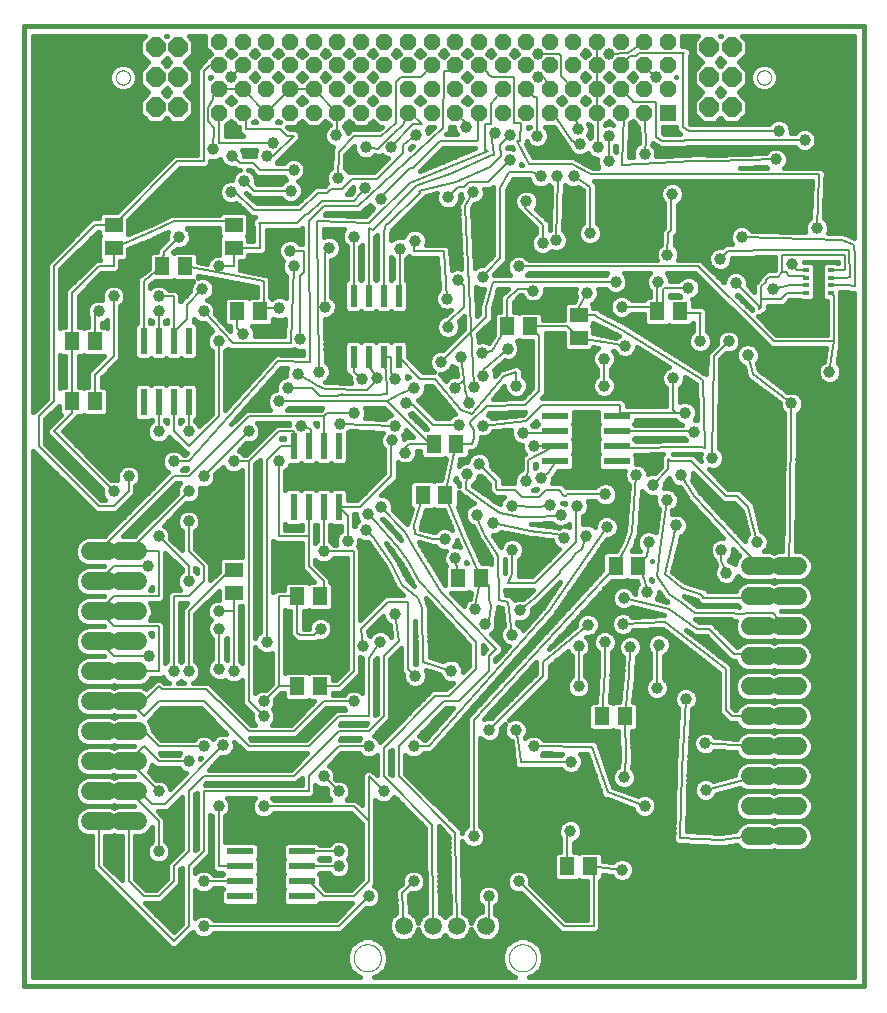
<source format=gtl>
G75*
%MOIN*%
%OFA0B0*%
%FSLAX25Y25*%
%IPPOS*%
%LPD*%
%AMOC8*
5,1,8,0,0,1.08239X$1,22.5*
%
%ADD10C,0.01600*%
%ADD11R,0.02400X0.07500*%
%ADD12C,0.06000*%
%ADD13C,0.00000*%
%ADD14OC8,0.06496*%
%ADD15R,0.05386X0.05386*%
%ADD16OC8,0.05386*%
%ADD17R,0.05118X0.05906*%
%ADD18R,0.05906X0.05118*%
%ADD19R,0.02362X0.08661*%
%ADD20R,0.08661X0.02362*%
%ADD21R,0.01969X0.01378*%
%ADD22C,0.05937*%
%ADD23C,0.00600*%
%ADD24C,0.03962*%
D10*
X0020000Y0035950D02*
X0300000Y0035950D01*
X0300000Y0355950D01*
X0020000Y0355950D01*
X0020000Y0035950D01*
X0023100Y0039050D02*
X0023100Y0214597D01*
X0042700Y0194997D01*
X0044047Y0193650D01*
X0050953Y0193650D01*
X0055953Y0198650D01*
X0057300Y0199997D01*
X0057300Y0202620D01*
X0058375Y0203695D01*
X0058981Y0205158D01*
X0058981Y0206742D01*
X0058375Y0208205D01*
X0057255Y0209325D01*
X0055792Y0209931D01*
X0054208Y0209931D01*
X0052745Y0209325D01*
X0051625Y0208205D01*
X0051019Y0206742D01*
X0051019Y0205158D01*
X0051179Y0204771D01*
X0050792Y0204931D01*
X0049272Y0204931D01*
X0033253Y0220950D01*
X0038300Y0225997D01*
X0039647Y0225997D01*
X0040000Y0226350D01*
X0040353Y0225997D01*
X0047128Y0225997D01*
X0048299Y0227169D01*
X0048299Y0234731D01*
X0047128Y0235903D01*
X0046040Y0235903D01*
X0046040Y0238737D01*
X0050953Y0243650D01*
X0052300Y0244997D01*
X0052300Y0262620D01*
X0053375Y0263695D01*
X0053981Y0265158D01*
X0053981Y0266742D01*
X0053375Y0268205D01*
X0052255Y0269325D01*
X0050792Y0269931D01*
X0049208Y0269931D01*
X0047745Y0269325D01*
X0046625Y0268205D01*
X0046019Y0266742D01*
X0046019Y0265158D01*
X0046179Y0264771D01*
X0045792Y0264931D01*
X0044208Y0264931D01*
X0042745Y0264325D01*
X0041625Y0263205D01*
X0041019Y0261742D01*
X0041019Y0260158D01*
X0041440Y0259141D01*
X0041440Y0255903D01*
X0040353Y0255903D01*
X0040000Y0255550D01*
X0039647Y0255903D01*
X0038560Y0255903D01*
X0038560Y0266257D01*
X0045953Y0273650D01*
X0050953Y0273650D01*
X0052300Y0274997D01*
X0052300Y0277651D01*
X0053781Y0277651D01*
X0054953Y0278822D01*
X0054953Y0281792D01*
X0064031Y0285596D01*
X0064093Y0285574D01*
X0064901Y0285961D01*
X0065727Y0286307D01*
X0065752Y0286368D01*
X0068203Y0287541D01*
X0067769Y0286492D01*
X0067769Y0284972D01*
X0065161Y0282364D01*
X0064511Y0281827D01*
X0064499Y0281702D01*
X0064410Y0281613D01*
X0064410Y0280903D01*
X0062872Y0280903D01*
X0061701Y0279731D01*
X0061701Y0275252D01*
X0059194Y0273250D01*
X0059047Y0273250D01*
X0058464Y0272667D01*
X0057820Y0272153D01*
X0057804Y0272007D01*
X0057700Y0271903D01*
X0057700Y0271078D01*
X0057608Y0270259D01*
X0057700Y0270144D01*
X0057700Y0257226D01*
X0056819Y0256345D01*
X0056819Y0246027D01*
X0057990Y0244856D01*
X0062010Y0244856D01*
X0062500Y0245346D01*
X0062990Y0244856D01*
X0067010Y0244856D01*
X0067500Y0245346D01*
X0067990Y0244856D01*
X0072010Y0244856D01*
X0072500Y0245346D01*
X0072990Y0244856D01*
X0077010Y0244856D01*
X0078181Y0246027D01*
X0078181Y0256345D01*
X0077010Y0257517D01*
X0076745Y0257517D01*
X0076750Y0257522D01*
X0076750Y0258570D01*
X0077745Y0257575D01*
X0079208Y0256969D01*
X0080527Y0256969D01*
X0082892Y0254386D01*
X0082745Y0254325D01*
X0081625Y0253205D01*
X0081019Y0251742D01*
X0081019Y0250158D01*
X0081625Y0248695D01*
X0082700Y0247620D01*
X0082700Y0226903D01*
X0078559Y0222761D01*
X0078375Y0223205D01*
X0077300Y0224280D01*
X0077300Y0224674D01*
X0078181Y0225555D01*
X0078181Y0235873D01*
X0077010Y0237044D01*
X0072990Y0237044D01*
X0072500Y0236554D01*
X0072010Y0237044D01*
X0067990Y0237044D01*
X0067500Y0236554D01*
X0067010Y0237044D01*
X0062990Y0237044D01*
X0062500Y0236554D01*
X0062010Y0237044D01*
X0057990Y0237044D01*
X0056819Y0235873D01*
X0056819Y0225555D01*
X0057990Y0224383D01*
X0062010Y0224383D01*
X0062500Y0224874D01*
X0062700Y0224674D01*
X0062700Y0224280D01*
X0061625Y0223205D01*
X0061019Y0221742D01*
X0061019Y0220158D01*
X0061625Y0218695D01*
X0062745Y0217575D01*
X0064208Y0216969D01*
X0065792Y0216969D01*
X0067255Y0217575D01*
X0068375Y0218695D01*
X0068559Y0219139D01*
X0072700Y0214997D01*
X0074047Y0213650D01*
X0074327Y0213650D01*
X0073970Y0213250D01*
X0073330Y0213250D01*
X0072255Y0214325D01*
X0070792Y0214931D01*
X0069208Y0214931D01*
X0067745Y0214325D01*
X0066625Y0213205D01*
X0066019Y0211742D01*
X0066019Y0210158D01*
X0066625Y0208695D01*
X0067745Y0207575D01*
X0068189Y0207391D01*
X0046747Y0185950D01*
X0041005Y0185950D01*
X0039168Y0185189D01*
X0037761Y0183782D01*
X0037000Y0181945D01*
X0037000Y0179955D01*
X0037761Y0178118D01*
X0039168Y0176711D01*
X0041005Y0175950D01*
X0039168Y0175189D01*
X0037761Y0173782D01*
X0037000Y0171945D01*
X0037000Y0169955D01*
X0037761Y0168118D01*
X0039168Y0166711D01*
X0041005Y0165950D01*
X0039168Y0165189D01*
X0037761Y0163782D01*
X0037000Y0161945D01*
X0037000Y0159955D01*
X0037761Y0158118D01*
X0039168Y0156711D01*
X0041005Y0155950D01*
X0039168Y0155189D01*
X0037761Y0153782D01*
X0037000Y0151945D01*
X0037000Y0149955D01*
X0037761Y0148118D01*
X0039168Y0146711D01*
X0041005Y0145950D01*
X0039168Y0145189D01*
X0037761Y0143782D01*
X0037000Y0141945D01*
X0037000Y0139955D01*
X0037761Y0138118D01*
X0039168Y0136711D01*
X0041005Y0135950D01*
X0039168Y0135189D01*
X0037761Y0133782D01*
X0037000Y0131945D01*
X0037000Y0129955D01*
X0037761Y0128118D01*
X0039168Y0126711D01*
X0041005Y0125950D01*
X0039168Y0125189D01*
X0037761Y0123782D01*
X0037000Y0121945D01*
X0037000Y0119955D01*
X0037761Y0118118D01*
X0039168Y0116711D01*
X0041005Y0115950D01*
X0039168Y0115189D01*
X0037761Y0113782D01*
X0037000Y0111945D01*
X0037000Y0109955D01*
X0037761Y0108118D01*
X0039168Y0106711D01*
X0041005Y0105950D01*
X0039168Y0105189D01*
X0037761Y0103782D01*
X0037000Y0101945D01*
X0037000Y0099955D01*
X0037761Y0098118D01*
X0039168Y0096711D01*
X0041005Y0095950D01*
X0039168Y0095189D01*
X0037761Y0093782D01*
X0037000Y0091945D01*
X0037000Y0089955D01*
X0037761Y0088118D01*
X0039168Y0086711D01*
X0041005Y0085950D01*
X0042700Y0085950D01*
X0042700Y0074997D01*
X0067700Y0049997D01*
X0069047Y0048650D01*
X0070953Y0048650D01*
X0075953Y0053650D01*
X0076441Y0054139D01*
X0076625Y0053695D01*
X0077745Y0052575D01*
X0079208Y0051969D01*
X0080792Y0051969D01*
X0082255Y0052575D01*
X0083330Y0053650D01*
X0125953Y0053650D01*
X0134272Y0061969D01*
X0135792Y0061969D01*
X0137255Y0062575D01*
X0138375Y0063695D01*
X0138981Y0065158D01*
X0138981Y0066742D01*
X0138375Y0068205D01*
X0137255Y0069325D01*
X0136811Y0069509D01*
X0137300Y0069997D01*
X0137300Y0098020D01*
X0137745Y0097575D01*
X0139208Y0096969D01*
X0140792Y0096969D01*
X0142255Y0097575D01*
X0143375Y0098695D01*
X0143559Y0099139D01*
X0153776Y0088922D01*
X0154154Y0060543D01*
X0153699Y0060354D01*
X0152301Y0058957D01*
X0151592Y0057244D01*
X0150882Y0058957D01*
X0149484Y0060354D01*
X0148788Y0060643D01*
X0148559Y0066257D01*
X0149272Y0066969D01*
X0150792Y0066969D01*
X0152255Y0067575D01*
X0153375Y0068695D01*
X0153981Y0070158D01*
X0153981Y0071742D01*
X0153375Y0073205D01*
X0152255Y0074325D01*
X0150792Y0074931D01*
X0149208Y0074931D01*
X0147745Y0074325D01*
X0146625Y0073205D01*
X0146019Y0071742D01*
X0146019Y0070222D01*
X0145229Y0069432D01*
X0145174Y0069429D01*
X0144561Y0068763D01*
X0143920Y0068123D01*
X0143920Y0068068D01*
X0143883Y0068028D01*
X0143920Y0067123D01*
X0143920Y0066217D01*
X0143959Y0066179D01*
X0144191Y0060493D01*
X0143856Y0060354D01*
X0142458Y0058957D01*
X0141702Y0057130D01*
X0141702Y0055154D01*
X0142458Y0053328D01*
X0143856Y0051930D01*
X0145682Y0051174D01*
X0147658Y0051174D01*
X0149484Y0051930D01*
X0150882Y0053328D01*
X0151592Y0055040D01*
X0152301Y0053328D01*
X0153699Y0051930D01*
X0155525Y0051174D01*
X0157501Y0051174D01*
X0159327Y0051930D01*
X0160450Y0053053D01*
X0161573Y0051930D01*
X0163399Y0051174D01*
X0165375Y0051174D01*
X0167201Y0051930D01*
X0168599Y0053328D01*
X0169308Y0055040D01*
X0170018Y0053328D01*
X0171415Y0051930D01*
X0173242Y0051174D01*
X0173886Y0051174D01*
X0174047Y0051012D01*
X0174388Y0051012D01*
X0174685Y0050843D01*
X0175307Y0051012D01*
X0175953Y0051012D01*
X0176194Y0051253D01*
X0176523Y0051343D01*
X0176801Y0051829D01*
X0177044Y0051930D01*
X0178442Y0053328D01*
X0179198Y0055154D01*
X0179198Y0057130D01*
X0178442Y0058957D01*
X0177300Y0060099D01*
X0177300Y0062620D01*
X0178375Y0063695D01*
X0178981Y0065158D01*
X0178981Y0066742D01*
X0178375Y0068205D01*
X0177255Y0069325D01*
X0175792Y0069931D01*
X0174208Y0069931D01*
X0172745Y0069325D01*
X0171625Y0068205D01*
X0171019Y0066742D01*
X0171019Y0065158D01*
X0171625Y0063695D01*
X0172700Y0062620D01*
X0172700Y0060886D01*
X0171415Y0060354D01*
X0170018Y0058957D01*
X0169308Y0057244D01*
X0168599Y0058957D01*
X0167201Y0060354D01*
X0166622Y0060594D01*
X0166273Y0084544D01*
X0166625Y0083695D01*
X0167745Y0082575D01*
X0169208Y0081969D01*
X0170792Y0081969D01*
X0172255Y0082575D01*
X0173375Y0083695D01*
X0173981Y0085158D01*
X0173981Y0086742D01*
X0173375Y0088205D01*
X0172300Y0089280D01*
X0172300Y0118770D01*
X0172995Y0118075D01*
X0174458Y0117469D01*
X0176042Y0117469D01*
X0177505Y0118075D01*
X0178625Y0119195D01*
X0179231Y0120658D01*
X0179231Y0122178D01*
X0180574Y0123521D01*
X0180044Y0122242D01*
X0180044Y0120658D01*
X0180650Y0119195D01*
X0181770Y0118075D01*
X0182641Y0117714D01*
X0182661Y0117638D01*
X0183527Y0110496D01*
X0183538Y0109666D01*
X0183639Y0109568D01*
X0183656Y0109427D01*
X0184309Y0108916D01*
X0184903Y0108337D01*
X0185045Y0108339D01*
X0185156Y0108252D01*
X0185979Y0108352D01*
X0199189Y0108530D01*
X0200220Y0107500D01*
X0201683Y0106894D01*
X0203267Y0106894D01*
X0204730Y0107500D01*
X0205850Y0108620D01*
X0206456Y0110083D01*
X0206456Y0111667D01*
X0205850Y0113130D01*
X0205508Y0113472D01*
X0207946Y0113444D01*
X0212261Y0100753D01*
X0212213Y0100621D01*
X0212562Y0099868D01*
X0212829Y0099083D01*
X0212956Y0099020D01*
X0213015Y0098892D01*
X0213794Y0098607D01*
X0214538Y0098241D01*
X0214672Y0098286D01*
X0223117Y0095197D01*
X0223625Y0093970D01*
X0224745Y0092850D01*
X0226208Y0092244D01*
X0227792Y0092244D01*
X0229255Y0092850D01*
X0230375Y0093970D01*
X0230981Y0095433D01*
X0230981Y0097017D01*
X0230375Y0098480D01*
X0229255Y0099600D01*
X0227792Y0100206D01*
X0226208Y0100206D01*
X0224745Y0099600D01*
X0224671Y0099526D01*
X0216523Y0102507D01*
X0211904Y0116092D01*
X0211911Y0116651D01*
X0211610Y0116959D01*
X0211471Y0117367D01*
X0210970Y0117614D01*
X0210579Y0118014D01*
X0210148Y0118019D01*
X0209762Y0118209D01*
X0209233Y0118029D01*
X0193369Y0118211D01*
X0192255Y0119325D01*
X0190792Y0119931D01*
X0189208Y0119931D01*
X0187745Y0119325D01*
X0187161Y0118741D01*
X0187138Y0118933D01*
X0187400Y0119195D01*
X0188006Y0120658D01*
X0188006Y0122242D01*
X0187400Y0123705D01*
X0186280Y0124825D01*
X0184817Y0125431D01*
X0183233Y0125431D01*
X0181954Y0124901D01*
X0194203Y0137150D01*
X0195550Y0138497D01*
X0195550Y0142885D01*
X0201343Y0147801D01*
X0201625Y0147120D01*
X0202700Y0146045D01*
X0202700Y0139280D01*
X0201625Y0138205D01*
X0201019Y0136742D01*
X0201019Y0135158D01*
X0201625Y0133695D01*
X0202745Y0132575D01*
X0204208Y0131969D01*
X0205792Y0131969D01*
X0207255Y0132575D01*
X0208375Y0133695D01*
X0208981Y0135158D01*
X0208981Y0136742D01*
X0208375Y0138205D01*
X0207300Y0139280D01*
X0207300Y0146045D01*
X0208375Y0147120D01*
X0208981Y0148583D01*
X0208981Y0150167D01*
X0208375Y0151630D01*
X0207436Y0152569D01*
X0208892Y0152569D01*
X0210355Y0153175D01*
X0211475Y0154295D01*
X0212081Y0155758D01*
X0212081Y0157342D01*
X0211475Y0158805D01*
X0210355Y0159925D01*
X0208892Y0160531D01*
X0207308Y0160531D01*
X0205845Y0159925D01*
X0204725Y0158805D01*
X0204119Y0157342D01*
X0204119Y0156188D01*
X0195088Y0148526D01*
X0215999Y0171222D01*
X0220822Y0171222D01*
X0221175Y0171575D01*
X0221528Y0171222D01*
X0224452Y0171222D01*
X0224804Y0170257D01*
X0224835Y0170141D01*
X0224525Y0169830D01*
X0223919Y0168367D01*
X0223919Y0166783D01*
X0223930Y0166757D01*
X0223720Y0166807D01*
X0223400Y0167580D01*
X0222280Y0168700D01*
X0220817Y0169306D01*
X0219233Y0169306D01*
X0217770Y0168700D01*
X0216650Y0167580D01*
X0216044Y0166117D01*
X0216044Y0164533D01*
X0216650Y0163070D01*
X0217770Y0161950D01*
X0219233Y0161344D01*
X0220817Y0161344D01*
X0222280Y0161950D01*
X0222661Y0162331D01*
X0233506Y0159741D01*
X0222974Y0159231D01*
X0222055Y0160150D01*
X0220592Y0160756D01*
X0219008Y0160756D01*
X0217545Y0160150D01*
X0216425Y0159030D01*
X0215819Y0157567D01*
X0215819Y0155983D01*
X0216425Y0154520D01*
X0217545Y0153400D01*
X0219008Y0152794D01*
X0220592Y0152794D01*
X0222055Y0153400D01*
X0223175Y0154520D01*
X0223224Y0154638D01*
X0233010Y0155112D01*
X0251700Y0140575D01*
X0251700Y0127247D01*
X0253047Y0125900D01*
X0255297Y0123650D01*
X0257541Y0123650D01*
X0257761Y0123118D01*
X0259168Y0121711D01*
X0261005Y0120950D01*
X0259168Y0120189D01*
X0257761Y0118782D01*
X0257660Y0118538D01*
X0250703Y0119017D01*
X0250625Y0119205D01*
X0249505Y0120325D01*
X0248042Y0120931D01*
X0246458Y0120931D01*
X0244995Y0120325D01*
X0243875Y0119205D01*
X0243269Y0117742D01*
X0243269Y0116158D01*
X0243875Y0114695D01*
X0244995Y0113575D01*
X0246458Y0112969D01*
X0248042Y0112969D01*
X0249505Y0113575D01*
X0250360Y0114430D01*
X0257419Y0113943D01*
X0257761Y0113118D01*
X0259168Y0111711D01*
X0261005Y0110950D01*
X0268995Y0110950D01*
X0270000Y0111366D01*
X0271005Y0110950D01*
X0278995Y0110950D01*
X0280832Y0111711D01*
X0282239Y0113118D01*
X0283000Y0114955D01*
X0283000Y0116945D01*
X0282239Y0118782D01*
X0280832Y0120189D01*
X0278995Y0120950D01*
X0271005Y0120950D01*
X0270000Y0120534D01*
X0268995Y0120950D01*
X0261005Y0120950D01*
X0268995Y0120950D01*
X0270000Y0121366D01*
X0271005Y0120950D01*
X0278995Y0120950D01*
X0280832Y0121711D01*
X0282239Y0123118D01*
X0283000Y0124955D01*
X0283000Y0126945D01*
X0282239Y0128782D01*
X0280832Y0130189D01*
X0278995Y0130950D01*
X0280832Y0131711D01*
X0282239Y0133118D01*
X0283000Y0134955D01*
X0283000Y0136945D01*
X0282239Y0138782D01*
X0280832Y0140189D01*
X0278995Y0140950D01*
X0271005Y0140950D01*
X0270000Y0140534D01*
X0268995Y0140950D01*
X0261005Y0140950D01*
X0259168Y0140189D01*
X0257761Y0138782D01*
X0257000Y0136945D01*
X0257000Y0134955D01*
X0257761Y0133118D01*
X0259168Y0131711D01*
X0261005Y0130950D01*
X0268995Y0130950D01*
X0270000Y0131366D01*
X0271005Y0130950D01*
X0278995Y0130950D01*
X0271005Y0130950D01*
X0270000Y0130534D01*
X0268995Y0130950D01*
X0261005Y0130950D01*
X0259168Y0130189D01*
X0257761Y0128782D01*
X0257541Y0128250D01*
X0257203Y0128250D01*
X0256300Y0129153D01*
X0256300Y0140911D01*
X0256400Y0141040D01*
X0256300Y0141843D01*
X0256300Y0142653D01*
X0256184Y0142768D01*
X0256164Y0142931D01*
X0255525Y0143428D01*
X0254953Y0144000D01*
X0254789Y0144000D01*
X0240861Y0154833D01*
X0242837Y0153435D01*
X0243372Y0152900D01*
X0243594Y0152900D01*
X0243775Y0152772D01*
X0244521Y0152900D01*
X0247422Y0152900D01*
X0254625Y0145697D01*
X0255972Y0144350D01*
X0257251Y0144350D01*
X0257761Y0143118D01*
X0259168Y0141711D01*
X0261005Y0140950D01*
X0268995Y0140950D01*
X0270000Y0141366D01*
X0271005Y0140950D01*
X0278995Y0140950D01*
X0280832Y0141711D01*
X0282239Y0143118D01*
X0283000Y0144955D01*
X0283000Y0146945D01*
X0282239Y0148782D01*
X0280832Y0150189D01*
X0278995Y0150950D01*
X0271005Y0150950D01*
X0270000Y0150534D01*
X0268995Y0150950D01*
X0270000Y0151366D01*
X0271005Y0150950D01*
X0278995Y0150950D01*
X0280832Y0151711D01*
X0282239Y0153118D01*
X0283000Y0154955D01*
X0283000Y0156945D01*
X0282239Y0158782D01*
X0280832Y0160189D01*
X0278995Y0160950D01*
X0280832Y0161711D01*
X0282239Y0163118D01*
X0283000Y0164955D01*
X0283000Y0166945D01*
X0282239Y0168782D01*
X0280832Y0170189D01*
X0278995Y0170950D01*
X0280832Y0171711D01*
X0282239Y0173118D01*
X0283000Y0174955D01*
X0283000Y0176945D01*
X0282239Y0178782D01*
X0280832Y0180189D01*
X0278995Y0180950D01*
X0277416Y0180950D01*
X0277628Y0190129D01*
X0277634Y0190136D01*
X0277650Y0191079D01*
X0277671Y0192024D01*
X0277665Y0192031D01*
X0278221Y0226896D01*
X0278230Y0226900D01*
X0279350Y0228020D01*
X0279956Y0229483D01*
X0279956Y0231067D01*
X0279350Y0232530D01*
X0278230Y0233650D01*
X0276767Y0234256D01*
X0275183Y0234256D01*
X0274753Y0234078D01*
X0265164Y0241311D01*
X0264499Y0243769D01*
X0264800Y0244070D01*
X0265406Y0245533D01*
X0265406Y0247117D01*
X0264800Y0248580D01*
X0263680Y0249700D01*
X0262217Y0250306D01*
X0260633Y0250306D01*
X0259170Y0249700D01*
X0258524Y0249054D01*
X0258981Y0250158D01*
X0258981Y0251742D01*
X0258375Y0253205D01*
X0257255Y0254325D01*
X0255792Y0254931D01*
X0254208Y0254931D01*
X0252745Y0254325D01*
X0251625Y0253205D01*
X0251019Y0251742D01*
X0251019Y0250222D01*
X0248385Y0247587D01*
X0247713Y0246933D01*
X0247713Y0246915D01*
X0247700Y0246903D01*
X0247700Y0245966D01*
X0247620Y0239958D01*
X0247210Y0240336D01*
X0246972Y0240327D01*
X0221497Y0256382D01*
X0221456Y0256506D01*
X0220705Y0256881D01*
X0219995Y0257329D01*
X0219868Y0257300D01*
X0212387Y0261040D01*
X0211438Y0261990D01*
X0209953Y0261990D01*
X0209953Y0263078D01*
X0209441Y0263589D01*
X0210130Y0263875D01*
X0211250Y0264995D01*
X0211856Y0266458D01*
X0211856Y0268042D01*
X0211646Y0268550D01*
X0213995Y0268550D01*
X0215070Y0267475D01*
X0216533Y0266869D01*
X0218117Y0266869D01*
X0219580Y0267475D01*
X0220700Y0268595D01*
X0221306Y0270058D01*
X0221306Y0271642D01*
X0220700Y0273105D01*
X0220155Y0273650D01*
X0228670Y0273650D01*
X0228125Y0273105D01*
X0227519Y0271642D01*
X0227519Y0270058D01*
X0228125Y0268595D01*
X0228960Y0267760D01*
X0228960Y0265903D01*
X0227872Y0265903D01*
X0226795Y0264825D01*
X0222680Y0264825D01*
X0221605Y0265900D01*
X0220142Y0266506D01*
X0218558Y0266506D01*
X0217095Y0265900D01*
X0215975Y0264780D01*
X0215369Y0263317D01*
X0215369Y0261733D01*
X0215975Y0260270D01*
X0217095Y0259150D01*
X0218558Y0258544D01*
X0220142Y0258544D01*
X0221605Y0259150D01*
X0222680Y0260225D01*
X0226701Y0260225D01*
X0226701Y0257169D01*
X0227872Y0255997D01*
X0234647Y0255997D01*
X0235000Y0256350D01*
X0235353Y0255997D01*
X0242128Y0255997D01*
X0243150Y0257020D01*
X0243150Y0254380D01*
X0242075Y0253305D01*
X0241469Y0251842D01*
X0241469Y0250258D01*
X0242075Y0248795D01*
X0243195Y0247675D01*
X0244658Y0247069D01*
X0246242Y0247069D01*
X0247705Y0247675D01*
X0248825Y0248795D01*
X0249431Y0250258D01*
X0249431Y0251842D01*
X0248825Y0253305D01*
X0247750Y0254380D01*
X0247750Y0259322D01*
X0247975Y0259547D01*
X0247975Y0261453D01*
X0246628Y0262800D01*
X0243299Y0262800D01*
X0243299Y0264731D01*
X0242961Y0265069D01*
X0243880Y0265450D01*
X0245000Y0266570D01*
X0245606Y0268033D01*
X0245606Y0269617D01*
X0245000Y0271080D01*
X0243880Y0272200D01*
X0242417Y0272806D01*
X0240833Y0272806D01*
X0239370Y0272200D01*
X0238295Y0271125D01*
X0235481Y0271125D01*
X0235481Y0271642D01*
X0234875Y0273105D01*
X0234330Y0273650D01*
X0243828Y0273650D01*
X0268378Y0249320D01*
X0269047Y0248650D01*
X0269053Y0248650D01*
X0269058Y0248646D01*
X0270005Y0248650D01*
X0287377Y0248650D01*
X0286797Y0244241D01*
X0286395Y0244075D01*
X0285275Y0242955D01*
X0284669Y0241492D01*
X0284669Y0239908D01*
X0285275Y0238445D01*
X0286395Y0237325D01*
X0287858Y0236719D01*
X0289442Y0236719D01*
X0290905Y0237325D01*
X0292025Y0238445D01*
X0292631Y0239908D01*
X0292631Y0241492D01*
X0292025Y0242955D01*
X0291355Y0243625D01*
X0292178Y0249876D01*
X0292300Y0249997D01*
X0292300Y0250799D01*
X0292405Y0251594D01*
X0292300Y0251731D01*
X0292300Y0267100D01*
X0292029Y0267370D01*
X0294374Y0267370D01*
X0296189Y0267258D01*
X0296247Y0267200D01*
X0296900Y0267200D01*
X0296900Y0039050D01*
X0188653Y0039050D01*
X0190184Y0039684D01*
X0192104Y0041605D01*
X0193144Y0044114D01*
X0193144Y0046830D01*
X0192104Y0049340D01*
X0190184Y0051260D01*
X0187674Y0052300D01*
X0184958Y0052300D01*
X0182449Y0051260D01*
X0180528Y0049340D01*
X0179489Y0046830D01*
X0179489Y0044114D01*
X0180528Y0041605D01*
X0182449Y0039684D01*
X0183979Y0039050D01*
X0136921Y0039050D01*
X0138451Y0039684D01*
X0140372Y0041605D01*
X0141411Y0044114D01*
X0141411Y0046830D01*
X0140372Y0049340D01*
X0138451Y0051260D01*
X0135942Y0052300D01*
X0133226Y0052300D01*
X0130716Y0051260D01*
X0128796Y0049340D01*
X0127756Y0046830D01*
X0127756Y0044114D01*
X0128796Y0041605D01*
X0130716Y0039684D01*
X0132247Y0039050D01*
X0023100Y0039050D01*
X0023100Y0039147D02*
X0132013Y0039147D01*
X0129655Y0040746D02*
X0023100Y0040746D01*
X0023100Y0042344D02*
X0128489Y0042344D01*
X0127827Y0043943D02*
X0023100Y0043943D01*
X0023100Y0045541D02*
X0127756Y0045541D01*
X0127884Y0047140D02*
X0023100Y0047140D01*
X0023100Y0048738D02*
X0068959Y0048738D01*
X0071041Y0048738D02*
X0128547Y0048738D01*
X0129793Y0050337D02*
X0072639Y0050337D01*
X0074238Y0051935D02*
X0132346Y0051935D01*
X0136822Y0051935D02*
X0143851Y0051935D01*
X0142373Y0053534D02*
X0083214Y0053534D01*
X0083330Y0058250D02*
X0082255Y0059325D01*
X0080792Y0059931D01*
X0079208Y0059931D01*
X0077745Y0059325D01*
X0077300Y0058880D01*
X0077300Y0068020D01*
X0077745Y0067575D01*
X0079208Y0066969D01*
X0080792Y0066969D01*
X0082255Y0067575D01*
X0083330Y0068650D01*
X0086224Y0068650D01*
X0086424Y0068450D01*
X0085933Y0067960D01*
X0085933Y0063940D01*
X0087105Y0062769D01*
X0097423Y0062769D01*
X0098594Y0063940D01*
X0098594Y0067960D01*
X0098104Y0068450D01*
X0098594Y0068940D01*
X0098594Y0072960D01*
X0098104Y0073450D01*
X0098594Y0073940D01*
X0098594Y0077960D01*
X0098104Y0078450D01*
X0098594Y0078940D01*
X0098594Y0082960D01*
X0097423Y0084131D01*
X0087300Y0084131D01*
X0087300Y0092620D01*
X0088375Y0093695D01*
X0088981Y0095158D01*
X0088981Y0096742D01*
X0088375Y0098205D01*
X0087930Y0098650D01*
X0097070Y0098650D01*
X0096625Y0098205D01*
X0096019Y0096742D01*
X0096019Y0095158D01*
X0096625Y0093695D01*
X0097745Y0092575D01*
X0099208Y0091969D01*
X0100792Y0091969D01*
X0102255Y0092575D01*
X0103330Y0093650D01*
X0129047Y0093650D01*
X0132700Y0089997D01*
X0132700Y0071903D01*
X0129047Y0068250D01*
X0120953Y0068250D01*
X0119067Y0070136D01*
X0119067Y0072960D01*
X0118576Y0073450D01*
X0118776Y0073650D01*
X0121670Y0073650D01*
X0122745Y0072575D01*
X0124208Y0071969D01*
X0125792Y0071969D01*
X0127255Y0072575D01*
X0128375Y0073695D01*
X0128981Y0075158D01*
X0128981Y0076742D01*
X0128375Y0078205D01*
X0128130Y0078450D01*
X0128375Y0078695D01*
X0128981Y0080158D01*
X0128981Y0081742D01*
X0128375Y0083205D01*
X0127255Y0084325D01*
X0125792Y0084931D01*
X0124208Y0084931D01*
X0122745Y0084325D01*
X0121670Y0083250D01*
X0118776Y0083250D01*
X0117895Y0084131D01*
X0107577Y0084131D01*
X0106406Y0082960D01*
X0106406Y0078940D01*
X0106896Y0078450D01*
X0106406Y0077960D01*
X0106406Y0073940D01*
X0106896Y0073450D01*
X0106406Y0072960D01*
X0106406Y0068940D01*
X0106896Y0068450D01*
X0106406Y0067960D01*
X0106406Y0063940D01*
X0107577Y0062769D01*
X0117895Y0062769D01*
X0118912Y0063785D01*
X0119047Y0063650D01*
X0129447Y0063650D01*
X0124047Y0058250D01*
X0083330Y0058250D01*
X0083251Y0058329D02*
X0124126Y0058329D01*
X0125725Y0059928D02*
X0080800Y0059928D01*
X0079200Y0059928D02*
X0077300Y0059928D01*
X0077300Y0061526D02*
X0127324Y0061526D01*
X0128922Y0063125D02*
X0118251Y0063125D01*
X0119684Y0069519D02*
X0130316Y0069519D01*
X0131915Y0071117D02*
X0119067Y0071117D01*
X0119067Y0072716D02*
X0122604Y0072716D01*
X0127396Y0072716D02*
X0132700Y0072716D01*
X0132700Y0074314D02*
X0128632Y0074314D01*
X0128981Y0075913D02*
X0132700Y0075913D01*
X0132700Y0077511D02*
X0128662Y0077511D01*
X0128547Y0079110D02*
X0132700Y0079110D01*
X0132700Y0080708D02*
X0128981Y0080708D01*
X0128747Y0082307D02*
X0132700Y0082307D01*
X0132700Y0083905D02*
X0127675Y0083905D01*
X0122325Y0083905D02*
X0118121Y0083905D01*
X0118776Y0078650D02*
X0121670Y0078650D01*
X0121870Y0078450D01*
X0121670Y0078250D01*
X0118776Y0078250D01*
X0118576Y0078450D01*
X0118776Y0078650D01*
X0130799Y0091898D02*
X0087300Y0091898D01*
X0087300Y0090299D02*
X0132398Y0090299D01*
X0132700Y0088701D02*
X0087300Y0088701D01*
X0087300Y0087102D02*
X0132700Y0087102D01*
X0132700Y0085504D02*
X0087300Y0085504D01*
X0082700Y0085504D02*
X0082300Y0085504D01*
X0082300Y0087102D02*
X0082700Y0087102D01*
X0082700Y0088701D02*
X0082300Y0088701D01*
X0082300Y0090299D02*
X0082700Y0090299D01*
X0082700Y0091898D02*
X0082300Y0091898D01*
X0082700Y0092620D02*
X0082700Y0074997D01*
X0084047Y0073650D01*
X0086224Y0073650D01*
X0086424Y0073450D01*
X0086224Y0073250D01*
X0083330Y0073250D01*
X0082255Y0074325D01*
X0080792Y0074931D01*
X0079208Y0074931D01*
X0077745Y0074325D01*
X0077300Y0073880D01*
X0077300Y0074997D01*
X0080953Y0078650D01*
X0082300Y0079997D01*
X0082300Y0093020D01*
X0082700Y0092620D01*
X0077700Y0091898D02*
X0077300Y0091898D01*
X0077300Y0093496D02*
X0077700Y0093496D01*
X0077700Y0095095D02*
X0077300Y0095095D01*
X0077300Y0096693D02*
X0077700Y0096693D01*
X0077700Y0098292D02*
X0077300Y0098292D01*
X0077300Y0099890D02*
X0077700Y0099890D01*
X0077700Y0099997D02*
X0077700Y0100397D01*
X0077300Y0099997D01*
X0077300Y0081503D01*
X0077700Y0081903D01*
X0077700Y0099997D01*
X0080553Y0103250D02*
X0080953Y0103650D01*
X0110953Y0103650D01*
X0112700Y0105397D01*
X0112700Y0104997D01*
X0112700Y0103250D01*
X0080553Y0103250D01*
X0081750Y0108250D02*
X0085701Y0112294D01*
X0087167Y0112294D01*
X0088630Y0112900D01*
X0089750Y0114020D01*
X0090356Y0115483D01*
X0090356Y0117067D01*
X0090162Y0117535D01*
X0092700Y0114997D01*
X0094047Y0113650D01*
X0114447Y0113650D01*
X0109047Y0108250D01*
X0081750Y0108250D01*
X0082953Y0109482D02*
X0110279Y0109482D01*
X0111877Y0111080D02*
X0084515Y0111080D01*
X0088095Y0112679D02*
X0113476Y0112679D01*
X0114047Y0118250D02*
X0095953Y0118250D01*
X0095553Y0118650D01*
X0109047Y0118650D01*
X0110953Y0118650D01*
X0120953Y0128650D01*
X0126670Y0128650D01*
X0127070Y0128250D01*
X0124047Y0128250D01*
X0122700Y0126903D01*
X0114047Y0118250D01*
X0114870Y0119073D02*
X0111375Y0119073D01*
X0112974Y0120671D02*
X0116468Y0120671D01*
X0118067Y0122270D02*
X0114572Y0122270D01*
X0116171Y0123868D02*
X0119665Y0123868D01*
X0121264Y0125467D02*
X0117769Y0125467D01*
X0119368Y0127065D02*
X0122862Y0127065D01*
X0125953Y0123650D02*
X0134447Y0123650D01*
X0134047Y0123250D01*
X0125553Y0123250D01*
X0125953Y0123650D01*
X0125953Y0118650D02*
X0132070Y0118650D01*
X0131670Y0118250D01*
X0125553Y0118250D01*
X0125953Y0118650D01*
X0125953Y0113650D02*
X0131670Y0113650D01*
X0132745Y0112575D01*
X0134208Y0111969D01*
X0135792Y0111969D01*
X0137255Y0112575D01*
X0137700Y0113020D01*
X0137700Y0106503D01*
X0135953Y0108250D01*
X0134047Y0108250D01*
X0132700Y0106903D01*
X0132700Y0104997D01*
X0132700Y0096503D01*
X0130953Y0098250D01*
X0127930Y0098250D01*
X0128375Y0098695D01*
X0128981Y0100158D01*
X0128981Y0101742D01*
X0128375Y0103205D01*
X0127255Y0104325D01*
X0125792Y0104931D01*
X0124272Y0104931D01*
X0123981Y0105222D01*
X0123981Y0106742D01*
X0123375Y0108205D01*
X0122255Y0109325D01*
X0121811Y0109509D01*
X0125953Y0113650D01*
X0124981Y0112679D02*
X0132641Y0112679D01*
X0137359Y0112679D02*
X0137700Y0112679D01*
X0137700Y0111080D02*
X0123383Y0111080D01*
X0121877Y0109482D02*
X0137700Y0109482D01*
X0137700Y0107883D02*
X0136320Y0107883D01*
X0133680Y0107883D02*
X0123508Y0107883D01*
X0123981Y0106284D02*
X0132700Y0106284D01*
X0132700Y0104686D02*
X0126384Y0104686D01*
X0128424Y0103087D02*
X0132700Y0103087D01*
X0132700Y0101489D02*
X0128981Y0101489D01*
X0128870Y0099890D02*
X0132700Y0099890D01*
X0132700Y0098292D02*
X0127972Y0098292D01*
X0129201Y0093496D02*
X0103177Y0093496D01*
X0103330Y0098250D02*
X0102930Y0098650D01*
X0115953Y0098650D01*
X0117300Y0099997D01*
X0117300Y0103020D01*
X0117745Y0102575D01*
X0119208Y0101969D01*
X0120728Y0101969D01*
X0121019Y0101678D01*
X0121019Y0100158D01*
X0121625Y0098695D01*
X0122070Y0098250D01*
X0103330Y0098250D01*
X0103288Y0098292D02*
X0122028Y0098292D01*
X0121130Y0099890D02*
X0117193Y0099890D01*
X0117300Y0101489D02*
X0121019Y0101489D01*
X0112700Y0104686D02*
X0111989Y0104686D01*
X0096712Y0098292D02*
X0088288Y0098292D01*
X0088981Y0096693D02*
X0096019Y0096693D01*
X0096045Y0095095D02*
X0088955Y0095095D01*
X0088177Y0093496D02*
X0096823Y0093496D01*
X0097649Y0083905D02*
X0107351Y0083905D01*
X0106406Y0082307D02*
X0098594Y0082307D01*
X0098594Y0080708D02*
X0106406Y0080708D01*
X0106406Y0079110D02*
X0098594Y0079110D01*
X0098594Y0077511D02*
X0106406Y0077511D01*
X0106406Y0075913D02*
X0098594Y0075913D01*
X0098594Y0074314D02*
X0106406Y0074314D01*
X0106406Y0072716D02*
X0098594Y0072716D01*
X0098594Y0071117D02*
X0106406Y0071117D01*
X0106406Y0069519D02*
X0098594Y0069519D01*
X0098594Y0067920D02*
X0106406Y0067920D01*
X0106406Y0066322D02*
X0098594Y0066322D01*
X0098594Y0064723D02*
X0106406Y0064723D01*
X0107221Y0063125D02*
X0097779Y0063125D01*
X0086749Y0063125D02*
X0077300Y0063125D01*
X0077300Y0064723D02*
X0085933Y0064723D01*
X0085933Y0066322D02*
X0077300Y0066322D01*
X0077300Y0067920D02*
X0077400Y0067920D01*
X0082600Y0067920D02*
X0085933Y0067920D01*
X0083383Y0074314D02*
X0082266Y0074314D01*
X0082700Y0075913D02*
X0078215Y0075913D01*
X0077734Y0074314D02*
X0077300Y0074314D01*
X0079814Y0077511D02*
X0082700Y0077511D01*
X0082700Y0079110D02*
X0081412Y0079110D01*
X0082300Y0080708D02*
X0082700Y0080708D01*
X0082700Y0082307D02*
X0082300Y0082307D01*
X0082300Y0083905D02*
X0082700Y0083905D01*
X0077700Y0083905D02*
X0077300Y0083905D01*
X0077300Y0082307D02*
X0077700Y0082307D01*
X0077700Y0085504D02*
X0077300Y0085504D01*
X0077300Y0087102D02*
X0077700Y0087102D01*
X0077700Y0088701D02*
X0077300Y0088701D01*
X0077300Y0090299D02*
X0077700Y0090299D01*
X0072700Y0090299D02*
X0067300Y0090299D01*
X0067300Y0088701D02*
X0072700Y0088701D01*
X0072700Y0087102D02*
X0067300Y0087102D01*
X0067300Y0085504D02*
X0072700Y0085504D01*
X0072700Y0083905D02*
X0067675Y0083905D01*
X0067300Y0084280D02*
X0067300Y0091903D01*
X0065953Y0093250D01*
X0064803Y0094400D01*
X0066313Y0094400D01*
X0066324Y0094389D01*
X0067264Y0094400D01*
X0068203Y0094400D01*
X0068214Y0094411D01*
X0068229Y0094411D01*
X0068886Y0095083D01*
X0069550Y0095747D01*
X0069550Y0095763D01*
X0072700Y0098987D01*
X0072700Y0081903D01*
X0069047Y0078250D01*
X0067700Y0076903D01*
X0067700Y0071903D01*
X0064047Y0068250D01*
X0060953Y0068250D01*
X0057300Y0071903D01*
X0057300Y0085950D01*
X0058995Y0085950D01*
X0060832Y0086711D01*
X0062239Y0088118D01*
X0062700Y0089231D01*
X0062700Y0084280D01*
X0061625Y0083205D01*
X0061019Y0081742D01*
X0061019Y0080158D01*
X0061625Y0078695D01*
X0062745Y0077575D01*
X0064208Y0076969D01*
X0065792Y0076969D01*
X0067255Y0077575D01*
X0068375Y0078695D01*
X0068981Y0080158D01*
X0068981Y0081742D01*
X0068375Y0083205D01*
X0067300Y0084280D01*
X0068747Y0082307D02*
X0072700Y0082307D01*
X0071506Y0080708D02*
X0068981Y0080708D01*
X0068547Y0079110D02*
X0069907Y0079110D01*
X0069047Y0078250D02*
X0069047Y0078250D01*
X0068309Y0077511D02*
X0067101Y0077511D01*
X0067700Y0075913D02*
X0057300Y0075913D01*
X0057300Y0077511D02*
X0062899Y0077511D01*
X0061453Y0079110D02*
X0057300Y0079110D01*
X0057300Y0080708D02*
X0061019Y0080708D01*
X0061253Y0082307D02*
X0057300Y0082307D01*
X0057300Y0083905D02*
X0062325Y0083905D01*
X0062700Y0085504D02*
X0057300Y0085504D01*
X0052700Y0085504D02*
X0047300Y0085504D01*
X0047300Y0085950D02*
X0048995Y0085950D01*
X0050000Y0086366D01*
X0051005Y0085950D01*
X0052700Y0085950D01*
X0052700Y0071503D01*
X0047300Y0076903D01*
X0047300Y0085950D01*
X0047300Y0083905D02*
X0052700Y0083905D01*
X0052700Y0082307D02*
X0047300Y0082307D01*
X0047300Y0080708D02*
X0052700Y0080708D01*
X0052700Y0079110D02*
X0047300Y0079110D01*
X0047300Y0077511D02*
X0052700Y0077511D01*
X0052700Y0075913D02*
X0048290Y0075913D01*
X0049888Y0074314D02*
X0052700Y0074314D01*
X0052700Y0072716D02*
X0051487Y0072716D01*
X0048179Y0069519D02*
X0023100Y0069519D01*
X0023100Y0071117D02*
X0046580Y0071117D01*
X0044982Y0072716D02*
X0023100Y0072716D01*
X0023100Y0074314D02*
X0043383Y0074314D01*
X0042700Y0075913D02*
X0023100Y0075913D01*
X0023100Y0077511D02*
X0042700Y0077511D01*
X0042700Y0079110D02*
X0023100Y0079110D01*
X0023100Y0080708D02*
X0042700Y0080708D01*
X0042700Y0082307D02*
X0023100Y0082307D01*
X0023100Y0083905D02*
X0042700Y0083905D01*
X0042700Y0085504D02*
X0023100Y0085504D01*
X0023100Y0087102D02*
X0038777Y0087102D01*
X0037520Y0088701D02*
X0023100Y0088701D01*
X0023100Y0090299D02*
X0037000Y0090299D01*
X0037000Y0091898D02*
X0023100Y0091898D01*
X0023100Y0093496D02*
X0037643Y0093496D01*
X0039074Y0095095D02*
X0023100Y0095095D01*
X0023100Y0096693D02*
X0039211Y0096693D01*
X0041005Y0095950D02*
X0048995Y0095950D01*
X0050000Y0095534D01*
X0051005Y0095950D01*
X0056747Y0095950D01*
X0056747Y0095950D01*
X0051005Y0095950D01*
X0050000Y0096366D01*
X0048995Y0095950D01*
X0041005Y0095950D01*
X0037689Y0098292D02*
X0023100Y0098292D01*
X0023100Y0099890D02*
X0037027Y0099890D01*
X0037000Y0101489D02*
X0023100Y0101489D01*
X0023100Y0103087D02*
X0037473Y0103087D01*
X0038665Y0104686D02*
X0023100Y0104686D01*
X0023100Y0106284D02*
X0040198Y0106284D01*
X0041005Y0105950D02*
X0048995Y0105950D01*
X0050000Y0105534D01*
X0051005Y0105950D01*
X0056747Y0105950D01*
X0056747Y0105950D01*
X0051005Y0105950D01*
X0050000Y0106366D01*
X0048995Y0105950D01*
X0041005Y0105950D01*
X0037996Y0107883D02*
X0023100Y0107883D01*
X0023100Y0109482D02*
X0037196Y0109482D01*
X0037000Y0111080D02*
X0023100Y0111080D01*
X0023100Y0112679D02*
X0037304Y0112679D01*
X0038256Y0114277D02*
X0023100Y0114277D01*
X0023100Y0115876D02*
X0040826Y0115876D01*
X0041005Y0115950D02*
X0048995Y0115950D01*
X0050000Y0115534D01*
X0051005Y0115950D01*
X0056747Y0115950D01*
X0056747Y0115950D01*
X0051005Y0115950D01*
X0050000Y0116366D01*
X0048995Y0115950D01*
X0041005Y0115950D01*
X0038405Y0117474D02*
X0023100Y0117474D01*
X0023100Y0119073D02*
X0037366Y0119073D01*
X0037000Y0120671D02*
X0023100Y0120671D01*
X0023100Y0122270D02*
X0037135Y0122270D01*
X0037847Y0123868D02*
X0023100Y0123868D01*
X0023100Y0125467D02*
X0039839Y0125467D01*
X0041005Y0125950D02*
X0048995Y0125950D01*
X0050000Y0125534D01*
X0051005Y0125950D01*
X0056747Y0125950D01*
X0056747Y0125950D01*
X0051005Y0125950D01*
X0050000Y0126366D01*
X0048995Y0125950D01*
X0041005Y0125950D01*
X0038814Y0127065D02*
X0023100Y0127065D01*
X0023100Y0128664D02*
X0037535Y0128664D01*
X0037000Y0130262D02*
X0023100Y0130262D01*
X0023100Y0131861D02*
X0037000Y0131861D01*
X0037627Y0133459D02*
X0023100Y0133459D01*
X0023100Y0135058D02*
X0039037Y0135058D01*
X0039300Y0136656D02*
X0023100Y0136656D01*
X0023100Y0138255D02*
X0037704Y0138255D01*
X0037042Y0139853D02*
X0023100Y0139853D01*
X0023100Y0141452D02*
X0037000Y0141452D01*
X0037458Y0143050D02*
X0023100Y0143050D01*
X0023100Y0144649D02*
X0038628Y0144649D01*
X0040288Y0146247D02*
X0023100Y0146247D01*
X0023100Y0147846D02*
X0038033Y0147846D01*
X0037212Y0149444D02*
X0023100Y0149444D01*
X0023100Y0151043D02*
X0037000Y0151043D01*
X0037289Y0152641D02*
X0023100Y0152641D01*
X0023100Y0154240D02*
X0038219Y0154240D01*
X0040736Y0155838D02*
X0023100Y0155838D01*
X0023100Y0157437D02*
X0038442Y0157437D01*
X0037381Y0159035D02*
X0023100Y0159035D01*
X0023100Y0160634D02*
X0037000Y0160634D01*
X0037119Y0162232D02*
X0023100Y0162232D01*
X0023100Y0163831D02*
X0037810Y0163831D01*
X0039749Y0165429D02*
X0023100Y0165429D01*
X0023100Y0167028D02*
X0038851Y0167028D01*
X0037550Y0168626D02*
X0023100Y0168626D01*
X0023100Y0170225D02*
X0037000Y0170225D01*
X0037000Y0171823D02*
X0023100Y0171823D01*
X0023100Y0173422D02*
X0037612Y0173422D01*
X0038999Y0175020D02*
X0023100Y0175020D01*
X0023100Y0176619D02*
X0039390Y0176619D01*
X0041005Y0175950D02*
X0046747Y0175950D01*
X0046747Y0175950D01*
X0041005Y0175950D01*
X0037720Y0178218D02*
X0023100Y0178218D01*
X0023100Y0179816D02*
X0037058Y0179816D01*
X0037000Y0181415D02*
X0023100Y0181415D01*
X0023100Y0183013D02*
X0037443Y0183013D01*
X0038590Y0184612D02*
X0023100Y0184612D01*
X0023100Y0186210D02*
X0047007Y0186210D01*
X0048606Y0187809D02*
X0023100Y0187809D01*
X0023100Y0189407D02*
X0050204Y0189407D01*
X0051803Y0191006D02*
X0023100Y0191006D01*
X0023100Y0192604D02*
X0053401Y0192604D01*
X0055000Y0194203D02*
X0051505Y0194203D01*
X0053104Y0195801D02*
X0056598Y0195801D01*
X0058197Y0197400D02*
X0054702Y0197400D01*
X0056301Y0198998D02*
X0059795Y0198998D01*
X0061394Y0200597D02*
X0057300Y0200597D01*
X0057300Y0202195D02*
X0062993Y0202195D01*
X0064591Y0203794D02*
X0058416Y0203794D01*
X0058981Y0205392D02*
X0066190Y0205392D01*
X0067788Y0206991D02*
X0058878Y0206991D01*
X0057991Y0208589D02*
X0066731Y0208589D01*
X0066019Y0210188D02*
X0044015Y0210188D01*
X0042416Y0211786D02*
X0066037Y0211786D01*
X0066805Y0213385D02*
X0040818Y0213385D01*
X0039219Y0214983D02*
X0072714Y0214983D01*
X0073195Y0213385D02*
X0074090Y0213385D01*
X0071116Y0216582D02*
X0037621Y0216582D01*
X0036022Y0218180D02*
X0062140Y0218180D01*
X0061176Y0219779D02*
X0034424Y0219779D01*
X0033680Y0221377D02*
X0061019Y0221377D01*
X0061530Y0222976D02*
X0035278Y0222976D01*
X0036877Y0224574D02*
X0057799Y0224574D01*
X0056819Y0226173D02*
X0047303Y0226173D01*
X0048299Y0227771D02*
X0056819Y0227771D01*
X0056819Y0229370D02*
X0048299Y0229370D01*
X0048299Y0230968D02*
X0056819Y0230968D01*
X0056819Y0232567D02*
X0048299Y0232567D01*
X0048299Y0234165D02*
X0056819Y0234165D01*
X0056819Y0235764D02*
X0047266Y0235764D01*
X0046040Y0237362D02*
X0082700Y0237362D01*
X0082700Y0235764D02*
X0078181Y0235764D01*
X0078181Y0234165D02*
X0082700Y0234165D01*
X0082700Y0232567D02*
X0078181Y0232567D01*
X0078181Y0230968D02*
X0082700Y0230968D01*
X0082700Y0229370D02*
X0078181Y0229370D01*
X0078181Y0227771D02*
X0082700Y0227771D01*
X0081970Y0226173D02*
X0078181Y0226173D01*
X0077300Y0224574D02*
X0080372Y0224574D01*
X0078773Y0222976D02*
X0078470Y0222976D01*
X0072700Y0224280D02*
X0072300Y0223880D01*
X0072300Y0224674D01*
X0072500Y0224874D01*
X0072700Y0224674D01*
X0072700Y0224280D01*
X0072700Y0224574D02*
X0072300Y0224574D01*
X0067700Y0224574D02*
X0067300Y0224574D01*
X0067300Y0224674D02*
X0067300Y0224280D01*
X0067700Y0223880D01*
X0067700Y0224674D01*
X0067500Y0224874D01*
X0067300Y0224674D01*
X0067860Y0218180D02*
X0069517Y0218180D01*
X0062700Y0224574D02*
X0062201Y0224574D01*
X0052009Y0208589D02*
X0045613Y0208589D01*
X0047212Y0206991D02*
X0051122Y0206991D01*
X0051019Y0205392D02*
X0048810Y0205392D01*
X0045502Y0202195D02*
X0042007Y0202195D01*
X0040409Y0203794D02*
X0043904Y0203794D01*
X0042305Y0205392D02*
X0038810Y0205392D01*
X0037212Y0206991D02*
X0040707Y0206991D01*
X0039108Y0208589D02*
X0035613Y0208589D01*
X0034015Y0210188D02*
X0037510Y0210188D01*
X0035911Y0211786D02*
X0032416Y0211786D01*
X0030818Y0213385D02*
X0034313Y0213385D01*
X0032714Y0214983D02*
X0029219Y0214983D01*
X0027621Y0216582D02*
X0031116Y0216582D01*
X0029517Y0218180D02*
X0027300Y0218180D01*
X0027300Y0216903D02*
X0045953Y0198250D01*
X0047070Y0198250D01*
X0046625Y0198695D01*
X0046019Y0200158D01*
X0046019Y0201678D01*
X0027700Y0219997D01*
X0027700Y0221903D01*
X0029047Y0223250D01*
X0032333Y0226536D01*
X0031701Y0227169D01*
X0031701Y0229398D01*
X0027300Y0224997D01*
X0027300Y0216903D01*
X0027300Y0219779D02*
X0027919Y0219779D01*
X0027700Y0221377D02*
X0027300Y0221377D01*
X0027300Y0222976D02*
X0028773Y0222976D01*
X0027300Y0224574D02*
X0030372Y0224574D01*
X0031970Y0226173D02*
X0028476Y0226173D01*
X0030074Y0227771D02*
X0031701Y0227771D01*
X0031673Y0229370D02*
X0031701Y0229370D01*
X0027700Y0231903D02*
X0024047Y0228250D01*
X0023100Y0227303D01*
X0023100Y0352850D01*
X0060364Y0352850D01*
X0058748Y0351234D01*
X0058748Y0346886D01*
X0061574Y0344060D01*
X0058748Y0341234D01*
X0058748Y0336886D01*
X0061574Y0334060D01*
X0058748Y0331234D01*
X0058748Y0326886D01*
X0061822Y0323812D01*
X0066170Y0323812D01*
X0067697Y0325339D01*
X0069224Y0323812D01*
X0073571Y0323812D01*
X0076646Y0326886D01*
X0076646Y0331234D01*
X0073819Y0334060D01*
X0076646Y0336886D01*
X0076646Y0341234D01*
X0073819Y0344060D01*
X0076646Y0346886D01*
X0076646Y0351234D01*
X0075030Y0352850D01*
X0080539Y0352850D01*
X0080504Y0352815D01*
X0080504Y0348927D01*
X0082497Y0346934D01*
X0080504Y0344941D01*
X0080504Y0344707D01*
X0079747Y0343950D01*
X0077700Y0341903D01*
X0077700Y0313250D01*
X0070307Y0313250D01*
X0068960Y0311903D01*
X0051306Y0294249D01*
X0046219Y0294249D01*
X0045047Y0293078D01*
X0045047Y0291990D01*
X0042787Y0291990D01*
X0029047Y0278250D01*
X0027700Y0276903D01*
X0027700Y0231903D01*
X0027700Y0232567D02*
X0023100Y0232567D01*
X0023100Y0234165D02*
X0027700Y0234165D01*
X0027700Y0235764D02*
X0023100Y0235764D01*
X0023100Y0237362D02*
X0027700Y0237362D01*
X0027700Y0238961D02*
X0023100Y0238961D01*
X0023100Y0240559D02*
X0027700Y0240559D01*
X0027700Y0242158D02*
X0023100Y0242158D01*
X0023100Y0243756D02*
X0027700Y0243756D01*
X0027700Y0245355D02*
X0023100Y0245355D01*
X0023100Y0246953D02*
X0027700Y0246953D01*
X0027700Y0248552D02*
X0023100Y0248552D01*
X0023100Y0250151D02*
X0027700Y0250151D01*
X0027700Y0251749D02*
X0023100Y0251749D01*
X0023100Y0253348D02*
X0027700Y0253348D01*
X0027700Y0254946D02*
X0023100Y0254946D01*
X0023100Y0256545D02*
X0027700Y0256545D01*
X0027700Y0258143D02*
X0023100Y0258143D01*
X0023100Y0259742D02*
X0027700Y0259742D01*
X0027700Y0261340D02*
X0023100Y0261340D01*
X0023100Y0262939D02*
X0027700Y0262939D01*
X0027700Y0264537D02*
X0023100Y0264537D01*
X0023100Y0266136D02*
X0027700Y0266136D01*
X0027700Y0267734D02*
X0023100Y0267734D01*
X0023100Y0269333D02*
X0027700Y0269333D01*
X0027700Y0270931D02*
X0023100Y0270931D01*
X0023100Y0272530D02*
X0027700Y0272530D01*
X0027700Y0274128D02*
X0023100Y0274128D01*
X0023100Y0275727D02*
X0027700Y0275727D01*
X0028123Y0277325D02*
X0023100Y0277325D01*
X0023100Y0278924D02*
X0029721Y0278924D01*
X0031320Y0280522D02*
X0023100Y0280522D01*
X0023100Y0282121D02*
X0032918Y0282121D01*
X0034517Y0283719D02*
X0023100Y0283719D01*
X0023100Y0285318D02*
X0036115Y0285318D01*
X0037714Y0286916D02*
X0023100Y0286916D01*
X0023100Y0288515D02*
X0039312Y0288515D01*
X0040911Y0290113D02*
X0023100Y0290113D01*
X0023100Y0291712D02*
X0042509Y0291712D01*
X0045280Y0293310D02*
X0023100Y0293310D01*
X0023100Y0294909D02*
X0051966Y0294909D01*
X0053565Y0296507D02*
X0023100Y0296507D01*
X0023100Y0298106D02*
X0055163Y0298106D01*
X0056762Y0299704D02*
X0023100Y0299704D01*
X0023100Y0301303D02*
X0058360Y0301303D01*
X0059959Y0302901D02*
X0023100Y0302901D01*
X0023100Y0304500D02*
X0061557Y0304500D01*
X0063156Y0306098D02*
X0023100Y0306098D01*
X0023100Y0307697D02*
X0064754Y0307697D01*
X0066353Y0309295D02*
X0023100Y0309295D01*
X0023100Y0310894D02*
X0067951Y0310894D01*
X0069550Y0312492D02*
X0023100Y0312492D01*
X0023100Y0314091D02*
X0077700Y0314091D01*
X0077700Y0315689D02*
X0023100Y0315689D01*
X0023100Y0317288D02*
X0077700Y0317288D01*
X0077700Y0318887D02*
X0023100Y0318887D01*
X0023100Y0320485D02*
X0077700Y0320485D01*
X0077700Y0322084D02*
X0023100Y0322084D01*
X0023100Y0323682D02*
X0077700Y0323682D01*
X0077700Y0325281D02*
X0075040Y0325281D01*
X0076638Y0326879D02*
X0077700Y0326879D01*
X0077700Y0328478D02*
X0076646Y0328478D01*
X0076646Y0330076D02*
X0077700Y0330076D01*
X0077700Y0331675D02*
X0076205Y0331675D01*
X0077700Y0333273D02*
X0074607Y0333273D01*
X0074631Y0334872D02*
X0077700Y0334872D01*
X0077700Y0336470D02*
X0076229Y0336470D01*
X0076646Y0338069D02*
X0077700Y0338069D01*
X0077700Y0339667D02*
X0076646Y0339667D01*
X0076614Y0341266D02*
X0077700Y0341266D01*
X0078661Y0342864D02*
X0075016Y0342864D01*
X0074222Y0344463D02*
X0080260Y0344463D01*
X0081624Y0346061D02*
X0075820Y0346061D01*
X0076646Y0347660D02*
X0081772Y0347660D01*
X0080504Y0349258D02*
X0076646Y0349258D01*
X0076646Y0350857D02*
X0080504Y0350857D01*
X0080504Y0352455D02*
X0075424Y0352455D01*
X0067766Y0352850D02*
X0067697Y0352781D01*
X0067628Y0352850D01*
X0067766Y0352850D01*
X0067697Y0345339D02*
X0066418Y0344060D01*
X0067697Y0342781D01*
X0068976Y0344060D01*
X0067697Y0345339D01*
X0068573Y0344463D02*
X0066820Y0344463D01*
X0067614Y0342864D02*
X0067780Y0342864D01*
X0061172Y0344463D02*
X0023100Y0344463D01*
X0023100Y0346061D02*
X0059573Y0346061D01*
X0058748Y0347660D02*
X0023100Y0347660D01*
X0023100Y0349258D02*
X0058748Y0349258D01*
X0058748Y0350857D02*
X0023100Y0350857D01*
X0023100Y0352455D02*
X0059969Y0352455D01*
X0060378Y0342864D02*
X0055801Y0342864D01*
X0055771Y0342895D02*
X0054057Y0343604D01*
X0052203Y0343604D01*
X0050489Y0342895D01*
X0049177Y0341583D01*
X0048468Y0339869D01*
X0048468Y0338015D01*
X0049177Y0336301D01*
X0050489Y0334990D01*
X0052203Y0334280D01*
X0054057Y0334280D01*
X0055771Y0334990D01*
X0057082Y0336301D01*
X0057792Y0338015D01*
X0057792Y0339869D01*
X0057082Y0341583D01*
X0055771Y0342895D01*
X0057214Y0341266D02*
X0058780Y0341266D01*
X0058748Y0339667D02*
X0057792Y0339667D01*
X0057792Y0338069D02*
X0058748Y0338069D01*
X0059164Y0336470D02*
X0057152Y0336470D01*
X0055486Y0334872D02*
X0060763Y0334872D01*
X0060787Y0333273D02*
X0023100Y0333273D01*
X0023100Y0331675D02*
X0059189Y0331675D01*
X0058748Y0330076D02*
X0023100Y0330076D01*
X0023100Y0328478D02*
X0058748Y0328478D01*
X0058755Y0326879D02*
X0023100Y0326879D01*
X0023100Y0325281D02*
X0060354Y0325281D01*
X0067697Y0332781D02*
X0066418Y0334060D01*
X0067697Y0335339D01*
X0068976Y0334060D01*
X0067697Y0332781D01*
X0067205Y0333273D02*
X0068189Y0333273D01*
X0068164Y0334872D02*
X0067229Y0334872D01*
X0067638Y0325281D02*
X0067755Y0325281D01*
X0082300Y0338863D02*
X0082300Y0339257D01*
X0082497Y0339060D01*
X0082300Y0338863D01*
X0089134Y0332423D02*
X0087897Y0331186D01*
X0089134Y0329949D01*
X0090371Y0331186D01*
X0089134Y0332423D01*
X0088385Y0331675D02*
X0089883Y0331675D01*
X0089261Y0330076D02*
X0089007Y0330076D01*
X0089134Y0324549D02*
X0091127Y0322556D01*
X0091950Y0322556D01*
X0091950Y0320747D01*
X0093197Y0319500D01*
X0087550Y0319500D01*
X0087550Y0322966D01*
X0089134Y0324549D01*
X0088266Y0323682D02*
X0090001Y0323682D01*
X0091950Y0322084D02*
X0087550Y0322084D01*
X0087550Y0320485D02*
X0092212Y0320485D01*
X0092923Y0314900D02*
X0097602Y0314900D01*
X0097019Y0313492D01*
X0097019Y0312750D01*
X0093506Y0312750D01*
X0093506Y0313492D01*
X0092923Y0314900D01*
X0093258Y0314091D02*
X0097267Y0314091D01*
X0095547Y0308150D02*
X0097797Y0305900D01*
X0106670Y0305900D01*
X0107640Y0304930D01*
X0106845Y0304600D01*
X0105770Y0303525D01*
X0097678Y0303525D01*
X0097556Y0303647D01*
X0097556Y0305167D01*
X0096950Y0306630D01*
X0095830Y0307750D01*
X0094864Y0308150D01*
X0095547Y0308150D01*
X0095883Y0307697D02*
X0096000Y0307697D01*
X0097170Y0306098D02*
X0097599Y0306098D01*
X0097556Y0304500D02*
X0106745Y0304500D01*
X0111460Y0304495D02*
X0112255Y0304825D01*
X0113375Y0305945D01*
X0113981Y0307408D01*
X0113981Y0308992D01*
X0113375Y0310455D01*
X0112255Y0311575D01*
X0110792Y0312181D01*
X0109208Y0312181D01*
X0107745Y0311575D01*
X0106670Y0310500D01*
X0104398Y0310500D01*
X0104465Y0310662D01*
X0110953Y0317150D01*
X0112300Y0318497D01*
X0112300Y0320403D01*
X0110953Y0321750D01*
X0108703Y0321750D01*
X0107896Y0322556D01*
X0110763Y0322556D01*
X0112756Y0324549D01*
X0114749Y0322556D01*
X0118637Y0322556D01*
X0120630Y0324549D01*
X0122068Y0323111D01*
X0121920Y0323050D01*
X0120800Y0321930D01*
X0120194Y0320467D01*
X0120194Y0318883D01*
X0120800Y0317420D01*
X0121920Y0316300D01*
X0123279Y0315737D01*
X0122725Y0315212D01*
X0122725Y0315177D01*
X0122700Y0315153D01*
X0122700Y0314230D01*
X0122562Y0308892D01*
X0122520Y0308875D01*
X0121400Y0307755D01*
X0120794Y0306292D01*
X0120794Y0304708D01*
X0121193Y0303745D01*
X0120300Y0302853D01*
X0120297Y0302850D01*
X0117147Y0302850D01*
X0115800Y0301503D01*
X0111297Y0297000D01*
X0097678Y0297000D01*
X0094284Y0300394D01*
X0094303Y0300394D01*
X0095772Y0298925D01*
X0105770Y0298925D01*
X0106845Y0297850D01*
X0108308Y0297244D01*
X0109892Y0297244D01*
X0111355Y0297850D01*
X0112475Y0298970D01*
X0113081Y0300433D01*
X0113081Y0302017D01*
X0112475Y0303480D01*
X0111460Y0304495D01*
X0111470Y0304500D02*
X0120880Y0304500D01*
X0120794Y0306098D02*
X0113439Y0306098D01*
X0113981Y0307697D02*
X0121376Y0307697D01*
X0122572Y0309295D02*
X0113855Y0309295D01*
X0112936Y0310894D02*
X0122614Y0310894D01*
X0122655Y0312492D02*
X0106295Y0312492D01*
X0107064Y0310894D02*
X0104697Y0310894D01*
X0107894Y0314091D02*
X0122696Y0314091D01*
X0123228Y0315689D02*
X0109492Y0315689D01*
X0111091Y0317288D02*
X0120932Y0317288D01*
X0120194Y0318887D02*
X0112300Y0318887D01*
X0112218Y0320485D02*
X0120201Y0320485D01*
X0120953Y0322084D02*
X0108369Y0322084D01*
X0105431Y0324000D02*
X0104882Y0324549D01*
X0104332Y0324000D01*
X0105431Y0324000D01*
X0111888Y0323682D02*
X0113623Y0323682D01*
X0119763Y0323682D02*
X0121497Y0323682D01*
X0126867Y0322912D02*
X0128504Y0324549D01*
X0130497Y0322556D01*
X0134385Y0322556D01*
X0136378Y0324549D01*
X0138371Y0322556D01*
X0139328Y0322556D01*
X0138394Y0321750D01*
X0129297Y0321750D01*
X0128115Y0320567D01*
X0127550Y0321930D01*
X0126867Y0322613D01*
X0126867Y0322912D01*
X0127397Y0322084D02*
X0138780Y0322084D01*
X0137245Y0323682D02*
X0135511Y0323682D01*
X0129371Y0323682D02*
X0127637Y0323682D01*
X0128504Y0329949D02*
X0127267Y0331186D01*
X0128504Y0332423D01*
X0129741Y0331186D01*
X0128504Y0329949D01*
X0128377Y0330076D02*
X0128631Y0330076D01*
X0129253Y0331675D02*
X0127755Y0331675D01*
X0128504Y0337823D02*
X0127267Y0339060D01*
X0128504Y0340297D01*
X0129741Y0339060D01*
X0128504Y0337823D01*
X0128258Y0338069D02*
X0128750Y0338069D01*
X0129134Y0339667D02*
X0127874Y0339667D01*
X0121867Y0339060D02*
X0120630Y0340297D01*
X0119393Y0339060D01*
X0120630Y0337823D01*
X0121867Y0339060D01*
X0121260Y0339667D02*
X0120000Y0339667D01*
X0120384Y0338069D02*
X0120876Y0338069D01*
X0113993Y0339060D02*
X0112756Y0340297D01*
X0111519Y0339060D01*
X0112756Y0337823D01*
X0113993Y0339060D01*
X0113386Y0339667D02*
X0112126Y0339667D01*
X0112510Y0338069D02*
X0113002Y0338069D01*
X0112756Y0332423D02*
X0113993Y0331186D01*
X0112756Y0329949D01*
X0111519Y0331186D01*
X0112756Y0332423D01*
X0112007Y0331675D02*
X0113505Y0331675D01*
X0112883Y0330076D02*
X0112629Y0330076D01*
X0104882Y0337823D02*
X0106119Y0339060D01*
X0104882Y0340297D01*
X0103645Y0339060D01*
X0104882Y0337823D01*
X0104636Y0338069D02*
X0105128Y0338069D01*
X0105512Y0339667D02*
X0104252Y0339667D01*
X0104882Y0345697D02*
X0103645Y0346934D01*
X0104882Y0348171D01*
X0106119Y0346934D01*
X0104882Y0345697D01*
X0104518Y0346061D02*
X0105246Y0346061D01*
X0105394Y0347660D02*
X0104370Y0347660D01*
X0098245Y0346934D02*
X0097008Y0345697D01*
X0095771Y0346934D01*
X0097008Y0348171D01*
X0098245Y0346934D01*
X0097520Y0347660D02*
X0096496Y0347660D01*
X0096644Y0346061D02*
X0097372Y0346061D01*
X0097008Y0340297D02*
X0098245Y0339060D01*
X0097008Y0337823D01*
X0095771Y0339060D01*
X0097008Y0340297D01*
X0096378Y0339667D02*
X0097638Y0339667D01*
X0097254Y0338069D02*
X0096762Y0338069D01*
X0089134Y0345697D02*
X0087897Y0346934D01*
X0089134Y0348171D01*
X0090371Y0346934D01*
X0089134Y0345697D01*
X0088770Y0346061D02*
X0089498Y0346061D01*
X0089646Y0347660D02*
X0088622Y0347660D01*
X0097008Y0324549D02*
X0096550Y0324092D01*
X0096550Y0324000D01*
X0097557Y0324000D01*
X0097008Y0324549D01*
X0085557Y0311877D02*
X0086150Y0310445D01*
X0087270Y0309325D01*
X0088733Y0308719D01*
X0090317Y0308719D01*
X0090431Y0308766D01*
X0091047Y0308150D01*
X0091111Y0308150D01*
X0091158Y0308107D01*
X0092055Y0308150D01*
X0092286Y0308150D01*
X0091320Y0307750D01*
X0090200Y0306630D01*
X0089594Y0305167D01*
X0089594Y0304756D01*
X0088283Y0304756D01*
X0086820Y0304150D01*
X0085700Y0303030D01*
X0085094Y0301567D01*
X0085094Y0299983D01*
X0085700Y0298520D01*
X0086820Y0297400D01*
X0088283Y0296794D01*
X0089867Y0296794D01*
X0090936Y0297237D01*
X0094425Y0293747D01*
X0095772Y0292400D01*
X0097247Y0292400D01*
X0096225Y0291378D01*
X0096225Y0289472D01*
X0096450Y0289247D01*
X0096450Y0284510D01*
X0094953Y0284510D01*
X0094953Y0285597D01*
X0094600Y0285950D01*
X0094953Y0286303D01*
X0094953Y0293078D01*
X0093781Y0294249D01*
X0086219Y0294249D01*
X0085220Y0293250D01*
X0070394Y0293250D01*
X0069867Y0293436D01*
X0069478Y0293250D01*
X0069047Y0293250D01*
X0068652Y0292855D01*
X0063018Y0290159D01*
X0054953Y0286779D01*
X0054953Y0291390D01*
X0072213Y0308650D01*
X0080953Y0308650D01*
X0082300Y0309997D01*
X0082300Y0310969D01*
X0083792Y0310969D01*
X0085255Y0311575D01*
X0085557Y0311877D01*
X0085964Y0310894D02*
X0082300Y0310894D01*
X0081598Y0309295D02*
X0087341Y0309295D01*
X0089980Y0306098D02*
X0069661Y0306098D01*
X0068062Y0304500D02*
X0087665Y0304500D01*
X0085647Y0302901D02*
X0066464Y0302901D01*
X0064865Y0301303D02*
X0085094Y0301303D01*
X0085209Y0299704D02*
X0063267Y0299704D01*
X0061668Y0298106D02*
X0086114Y0298106D01*
X0085280Y0293310D02*
X0070223Y0293310D01*
X0069604Y0293310D02*
X0056873Y0293310D01*
X0055274Y0291712D02*
X0066263Y0291712D01*
X0062909Y0290113D02*
X0054953Y0290113D01*
X0054953Y0288515D02*
X0059095Y0288515D01*
X0055280Y0286916D02*
X0054953Y0286916D01*
X0055738Y0282121D02*
X0064867Y0282121D01*
X0066517Y0283719D02*
X0059553Y0283719D01*
X0063367Y0285318D02*
X0067769Y0285318D01*
X0067945Y0286916D02*
X0066899Y0286916D01*
X0071022Y0281719D02*
X0069926Y0280624D01*
X0070000Y0280550D01*
X0070353Y0280903D01*
X0077128Y0280903D01*
X0078299Y0279731D01*
X0078299Y0277423D01*
X0081082Y0276893D01*
X0081625Y0278205D01*
X0082745Y0279325D01*
X0084208Y0279931D01*
X0085047Y0279931D01*
X0085047Y0285597D01*
X0085400Y0285950D01*
X0085047Y0286303D01*
X0085047Y0288650D01*
X0074430Y0288650D01*
X0075125Y0287955D01*
X0075731Y0286492D01*
X0075731Y0284908D01*
X0075125Y0283445D01*
X0074005Y0282325D01*
X0072542Y0281719D01*
X0071022Y0281719D01*
X0073512Y0282121D02*
X0085047Y0282121D01*
X0085047Y0283719D02*
X0075239Y0283719D01*
X0075731Y0285318D02*
X0085047Y0285318D01*
X0085047Y0286916D02*
X0075555Y0286916D01*
X0074565Y0288515D02*
X0085047Y0288515D01*
X0088346Y0290950D02*
X0090000Y0289690D01*
X0090000Y0290950D01*
X0094953Y0291712D02*
X0096559Y0291712D01*
X0096225Y0290113D02*
X0094953Y0290113D01*
X0094953Y0288515D02*
X0096450Y0288515D01*
X0096450Y0286916D02*
X0094953Y0286916D01*
X0094953Y0285318D02*
X0096450Y0285318D01*
X0101050Y0285318D02*
X0112754Y0285318D01*
X0112739Y0286916D02*
X0101050Y0286916D01*
X0101050Y0288125D02*
X0101050Y0281147D01*
X0099703Y0279800D01*
X0097797Y0279800D01*
X0097687Y0279910D01*
X0094953Y0279910D01*
X0094953Y0278822D01*
X0093781Y0277651D01*
X0092300Y0277651D01*
X0092300Y0274997D01*
X0092098Y0274796D01*
X0100217Y0273250D01*
X0100953Y0273250D01*
X0101126Y0273077D01*
X0101366Y0273031D01*
X0101780Y0272423D01*
X0102300Y0271903D01*
X0102300Y0271658D01*
X0102438Y0271456D01*
X0102300Y0270733D01*
X0102300Y0265730D01*
X0102800Y0265230D01*
X0103020Y0265450D01*
X0104483Y0266056D01*
X0106067Y0266056D01*
X0107330Y0265533D01*
X0107585Y0272735D01*
X0106625Y0273695D01*
X0106019Y0275158D01*
X0106019Y0276742D01*
X0106512Y0277933D01*
X0105500Y0278945D01*
X0104894Y0280408D01*
X0104894Y0281992D01*
X0105500Y0283455D01*
X0106620Y0284575D01*
X0108083Y0285181D01*
X0109667Y0285181D01*
X0111130Y0284575D01*
X0112250Y0283455D01*
X0112325Y0283275D01*
X0112774Y0283275D01*
X0112721Y0288768D01*
X0112078Y0288125D01*
X0101050Y0288125D01*
X0101050Y0283719D02*
X0105764Y0283719D01*
X0104947Y0282121D02*
X0101050Y0282121D01*
X0100425Y0280522D02*
X0104894Y0280522D01*
X0105521Y0278924D02*
X0094953Y0278924D01*
X0092300Y0277325D02*
X0106261Y0277325D01*
X0106019Y0275727D02*
X0092300Y0275727D01*
X0095605Y0274128D02*
X0106445Y0274128D01*
X0107578Y0272530D02*
X0101707Y0272530D01*
X0102338Y0270931D02*
X0107521Y0270931D01*
X0107465Y0269333D02*
X0102300Y0269333D01*
X0102300Y0267734D02*
X0107408Y0267734D01*
X0107352Y0266136D02*
X0102300Y0266136D01*
X0097700Y0266136D02*
X0083007Y0266136D01*
X0083000Y0266120D02*
X0083606Y0267583D01*
X0083606Y0269167D01*
X0083000Y0270630D01*
X0081880Y0271750D01*
X0080500Y0272322D01*
X0097700Y0269047D01*
X0097700Y0265903D01*
X0095353Y0265903D01*
X0095000Y0265550D01*
X0094647Y0265903D01*
X0087872Y0265903D01*
X0086701Y0264731D01*
X0086701Y0257169D01*
X0087872Y0255997D01*
X0088960Y0255997D01*
X0088960Y0254571D01*
X0083938Y0260055D01*
X0083981Y0260158D01*
X0083981Y0261742D01*
X0083375Y0263205D01*
X0082255Y0264325D01*
X0081253Y0264740D01*
X0081880Y0265000D01*
X0083000Y0266120D01*
X0083606Y0267734D02*
X0097700Y0267734D01*
X0096198Y0269333D02*
X0083537Y0269333D01*
X0082699Y0270931D02*
X0087802Y0270931D01*
X0086701Y0264537D02*
X0081743Y0264537D01*
X0083485Y0262939D02*
X0086701Y0262939D01*
X0086701Y0261340D02*
X0083981Y0261340D01*
X0084225Y0259742D02*
X0086701Y0259742D01*
X0086701Y0258143D02*
X0085689Y0258143D01*
X0087153Y0256545D02*
X0087325Y0256545D01*
X0088616Y0254946D02*
X0088960Y0254946D01*
X0088233Y0248553D02*
X0088722Y0248019D01*
X0088796Y0248016D01*
X0088849Y0247964D01*
X0089738Y0247974D01*
X0090626Y0247935D01*
X0090680Y0247985D01*
X0109073Y0248200D01*
X0109971Y0248168D01*
X0110017Y0248211D01*
X0110079Y0248211D01*
X0110152Y0248285D01*
X0111458Y0247744D01*
X0113042Y0247744D01*
X0113115Y0247774D01*
X0113127Y0246449D01*
X0105672Y0246607D01*
X0105595Y0246675D01*
X0104734Y0246626D01*
X0103871Y0246645D01*
X0103796Y0246573D01*
X0103693Y0246567D01*
X0103118Y0245923D01*
X0102496Y0245326D01*
X0102493Y0245222D01*
X0087300Y0228192D01*
X0087300Y0247620D01*
X0088233Y0248553D01*
X0088232Y0248552D02*
X0088234Y0248552D01*
X0087300Y0246953D02*
X0113122Y0246953D01*
X0107842Y0241960D02*
X0107369Y0240817D01*
X0107369Y0239490D01*
X0105945Y0238900D01*
X0104825Y0237780D01*
X0104219Y0236317D01*
X0104219Y0234931D01*
X0104208Y0234931D01*
X0102745Y0234325D01*
X0101625Y0233205D01*
X0101019Y0231742D01*
X0101019Y0230158D01*
X0101625Y0228695D01*
X0102070Y0228250D01*
X0094047Y0228250D01*
X0092700Y0226903D01*
X0092700Y0226903D01*
X0089123Y0223326D01*
X0105786Y0242003D01*
X0107842Y0241960D01*
X0107369Y0240559D02*
X0104498Y0240559D01*
X0103072Y0238961D02*
X0106092Y0238961D01*
X0104652Y0237362D02*
X0101646Y0237362D01*
X0100220Y0235764D02*
X0104219Y0235764D01*
X0102585Y0234165D02*
X0098794Y0234165D01*
X0097367Y0232567D02*
X0101361Y0232567D01*
X0101019Y0230968D02*
X0095941Y0230968D01*
X0094515Y0229370D02*
X0101345Y0229370D01*
X0097930Y0223650D02*
X0108494Y0223650D01*
X0108494Y0223250D01*
X0104047Y0223250D01*
X0102700Y0221903D01*
X0094047Y0213250D01*
X0093330Y0213250D01*
X0092255Y0214325D01*
X0091811Y0214509D01*
X0094272Y0216969D01*
X0095792Y0216969D01*
X0097255Y0217575D01*
X0098375Y0218695D01*
X0098981Y0220158D01*
X0098981Y0221742D01*
X0098375Y0223205D01*
X0097930Y0223650D01*
X0098470Y0222976D02*
X0103773Y0222976D01*
X0102175Y0221377D02*
X0098981Y0221377D01*
X0098824Y0219779D02*
X0100576Y0219779D01*
X0098978Y0218180D02*
X0097860Y0218180D01*
X0097379Y0216582D02*
X0093884Y0216582D01*
X0092286Y0214983D02*
X0095781Y0214983D01*
X0094182Y0213385D02*
X0093195Y0213385D01*
X0097300Y0209997D02*
X0098700Y0211397D01*
X0098700Y0154030D01*
X0097625Y0152955D01*
X0097300Y0152170D01*
X0097300Y0209997D01*
X0097300Y0209997D01*
X0097490Y0210188D02*
X0098700Y0210188D01*
X0098700Y0208589D02*
X0097300Y0208589D01*
X0097300Y0206991D02*
X0098700Y0206991D01*
X0098700Y0205392D02*
X0097300Y0205392D01*
X0097300Y0203794D02*
X0098700Y0203794D01*
X0098700Y0202195D02*
X0097300Y0202195D01*
X0097300Y0200597D02*
X0098700Y0200597D01*
X0098700Y0198998D02*
X0097300Y0198998D01*
X0097300Y0197400D02*
X0098700Y0197400D01*
X0098700Y0195801D02*
X0097300Y0195801D01*
X0097300Y0194203D02*
X0098700Y0194203D01*
X0098700Y0192604D02*
X0097300Y0192604D01*
X0097300Y0191006D02*
X0098700Y0191006D01*
X0098700Y0189407D02*
X0097300Y0189407D01*
X0097300Y0187809D02*
X0098700Y0187809D01*
X0098700Y0186210D02*
X0097300Y0186210D01*
X0097300Y0184612D02*
X0098700Y0184612D01*
X0098700Y0183013D02*
X0097300Y0183013D01*
X0097300Y0181415D02*
X0098700Y0181415D01*
X0098700Y0179816D02*
X0097300Y0179816D01*
X0097300Y0178218D02*
X0098700Y0178218D01*
X0098700Y0176619D02*
X0097300Y0176619D01*
X0097300Y0175020D02*
X0098700Y0175020D01*
X0098700Y0173422D02*
X0097300Y0173422D01*
X0097300Y0171823D02*
X0098700Y0171823D01*
X0098700Y0170225D02*
X0097300Y0170225D01*
X0097300Y0168626D02*
X0098700Y0168626D01*
X0098700Y0167028D02*
X0097300Y0167028D01*
X0097300Y0165429D02*
X0098700Y0165429D01*
X0098700Y0163831D02*
X0097300Y0163831D01*
X0097300Y0162232D02*
X0098700Y0162232D01*
X0098700Y0160634D02*
X0097300Y0160634D01*
X0097300Y0159035D02*
X0098700Y0159035D01*
X0098700Y0157437D02*
X0097300Y0157437D01*
X0097300Y0155838D02*
X0098700Y0155838D01*
X0098700Y0154240D02*
X0097300Y0154240D01*
X0097300Y0152641D02*
X0097495Y0152641D01*
X0097300Y0149230D02*
X0097625Y0148445D01*
X0098745Y0147325D01*
X0100208Y0146719D01*
X0101792Y0146719D01*
X0102700Y0147095D01*
X0102700Y0136903D01*
X0100728Y0134931D01*
X0099208Y0134931D01*
X0097745Y0134325D01*
X0097300Y0133880D01*
X0097300Y0149230D01*
X0097300Y0147846D02*
X0098224Y0147846D01*
X0097300Y0146247D02*
X0102700Y0146247D01*
X0102700Y0144649D02*
X0097300Y0144649D01*
X0097300Y0143050D02*
X0102700Y0143050D01*
X0102700Y0141452D02*
X0097300Y0141452D01*
X0097300Y0139853D02*
X0102700Y0139853D01*
X0102700Y0138255D02*
X0097300Y0138255D01*
X0097300Y0136656D02*
X0102454Y0136656D01*
X0100855Y0135058D02*
X0097300Y0135058D01*
X0092700Y0135058D02*
X0083895Y0135058D01*
X0083050Y0135903D02*
X0085703Y0133250D01*
X0085953Y0133250D01*
X0087300Y0131903D01*
X0095953Y0123250D01*
X0097070Y0123250D01*
X0096625Y0123695D01*
X0096019Y0125158D01*
X0096019Y0126678D01*
X0092700Y0129997D01*
X0092700Y0138020D01*
X0092255Y0137575D01*
X0090792Y0136969D01*
X0089208Y0136969D01*
X0087745Y0137575D01*
X0087144Y0138176D01*
X0086042Y0137719D01*
X0084458Y0137719D01*
X0082995Y0138325D01*
X0081875Y0139445D01*
X0081269Y0140908D01*
X0081269Y0142492D01*
X0081875Y0143955D01*
X0082950Y0145030D01*
X0082950Y0151870D01*
X0081875Y0152945D01*
X0081269Y0154408D01*
X0081269Y0155992D01*
X0081875Y0157455D01*
X0082370Y0157950D01*
X0081625Y0158695D01*
X0081019Y0160158D01*
X0081019Y0161742D01*
X0081625Y0163205D01*
X0082745Y0164325D01*
X0084208Y0164931D01*
X0085047Y0164931D01*
X0085047Y0167745D01*
X0077300Y0159997D01*
X0077300Y0144280D01*
X0078375Y0143205D01*
X0078981Y0141742D01*
X0078981Y0140158D01*
X0078375Y0138695D01*
X0077255Y0137575D01*
X0076470Y0137250D01*
X0081703Y0137250D01*
X0083050Y0135903D01*
X0082296Y0136656D02*
X0092700Y0136656D01*
X0092700Y0133459D02*
X0085493Y0133459D01*
X0087342Y0131861D02*
X0092700Y0131861D01*
X0092700Y0130262D02*
X0088941Y0130262D01*
X0090539Y0128664D02*
X0094034Y0128664D01*
X0095632Y0127065D02*
X0092138Y0127065D01*
X0093736Y0125467D02*
X0096019Y0125467D01*
X0096553Y0123868D02*
X0095335Y0123868D01*
X0090223Y0117474D02*
X0090187Y0117474D01*
X0090356Y0115876D02*
X0091822Y0115876D01*
X0093420Y0114277D02*
X0089857Y0114277D01*
X0087635Y0120062D02*
X0087167Y0120256D01*
X0085583Y0120256D01*
X0084120Y0119650D01*
X0083025Y0118555D01*
X0082255Y0119325D01*
X0080792Y0119931D01*
X0079208Y0119931D01*
X0077745Y0119325D01*
X0076670Y0118250D01*
X0065953Y0118250D01*
X0063000Y0121203D01*
X0063000Y0121945D01*
X0062239Y0123782D01*
X0061662Y0124359D01*
X0065953Y0128650D01*
X0079047Y0128650D01*
X0087635Y0120062D01*
X0087026Y0120671D02*
X0063532Y0120671D01*
X0062865Y0122270D02*
X0085428Y0122270D01*
X0083829Y0123868D02*
X0062153Y0123868D01*
X0062769Y0125467D02*
X0082231Y0125467D01*
X0080632Y0127065D02*
X0064368Y0127065D01*
X0065130Y0119073D02*
X0077492Y0119073D01*
X0082508Y0119073D02*
X0083542Y0119073D01*
X0079026Y0112044D02*
X0078907Y0111922D01*
X0078821Y0112129D01*
X0079026Y0112044D01*
X0074108Y0107010D02*
X0068975Y0101757D01*
X0068375Y0103205D01*
X0067255Y0104325D01*
X0065792Y0104931D01*
X0064272Y0104931D01*
X0061662Y0107541D01*
X0062239Y0108118D01*
X0062924Y0109773D01*
X0064047Y0108650D01*
X0071670Y0108650D01*
X0072745Y0107575D01*
X0074108Y0107010D01*
X0073399Y0106284D02*
X0062918Y0106284D01*
X0062004Y0107883D02*
X0072437Y0107883D01*
X0071837Y0104686D02*
X0066384Y0104686D01*
X0068424Y0103087D02*
X0070275Y0103087D01*
X0072021Y0098292D02*
X0072700Y0098292D01*
X0072700Y0096693D02*
X0070459Y0096693D01*
X0068898Y0095095D02*
X0072700Y0095095D01*
X0072700Y0093496D02*
X0065706Y0093496D01*
X0067300Y0091898D02*
X0072700Y0091898D01*
X0062700Y0088701D02*
X0062480Y0088701D01*
X0062700Y0087102D02*
X0061223Y0087102D01*
X0057300Y0074314D02*
X0067700Y0074314D01*
X0067700Y0072716D02*
X0057300Y0072716D01*
X0058085Y0071117D02*
X0066915Y0071117D01*
X0065316Y0069519D02*
X0059684Y0069519D01*
X0060553Y0063650D02*
X0065953Y0063650D01*
X0070953Y0068650D01*
X0072300Y0069997D01*
X0072300Y0074997D01*
X0072700Y0075397D01*
X0072700Y0074997D01*
X0072700Y0056903D01*
X0070000Y0054203D01*
X0060553Y0063650D01*
X0061078Y0063125D02*
X0072700Y0063125D01*
X0072700Y0064723D02*
X0067026Y0064723D01*
X0068624Y0066322D02*
X0072700Y0066322D01*
X0072700Y0067920D02*
X0070223Y0067920D01*
X0071821Y0069519D02*
X0072700Y0069519D01*
X0072700Y0071117D02*
X0072300Y0071117D01*
X0072300Y0072716D02*
X0072700Y0072716D01*
X0072700Y0074314D02*
X0072300Y0074314D01*
X0072700Y0061526D02*
X0062676Y0061526D01*
X0064275Y0059928D02*
X0072700Y0059928D01*
X0072700Y0058329D02*
X0065873Y0058329D01*
X0067472Y0056731D02*
X0072528Y0056731D01*
X0070929Y0055132D02*
X0069071Y0055132D01*
X0065762Y0051935D02*
X0023100Y0051935D01*
X0023100Y0050337D02*
X0067361Y0050337D01*
X0064164Y0053534D02*
X0023100Y0053534D01*
X0023100Y0055132D02*
X0062565Y0055132D01*
X0060967Y0056731D02*
X0023100Y0056731D01*
X0023100Y0058329D02*
X0059368Y0058329D01*
X0057770Y0059928D02*
X0023100Y0059928D01*
X0023100Y0061526D02*
X0056171Y0061526D01*
X0054573Y0063125D02*
X0023100Y0063125D01*
X0023100Y0064723D02*
X0052974Y0064723D01*
X0051376Y0066322D02*
X0023100Y0066322D01*
X0023100Y0067920D02*
X0049777Y0067920D01*
X0075836Y0053534D02*
X0076786Y0053534D01*
X0050198Y0106284D02*
X0049802Y0106284D01*
X0049174Y0115876D02*
X0050826Y0115876D01*
X0062804Y0109482D02*
X0063216Y0109482D01*
X0065953Y0113250D02*
X0065553Y0113650D01*
X0072070Y0113650D01*
X0071670Y0113250D01*
X0065953Y0113250D01*
X0060909Y0135112D02*
X0060832Y0135189D01*
X0058995Y0135950D01*
X0051005Y0135950D01*
X0050000Y0135534D01*
X0048995Y0135950D01*
X0041005Y0135950D01*
X0048995Y0135950D01*
X0050000Y0136366D01*
X0051005Y0135950D01*
X0058995Y0135950D01*
X0060832Y0136711D01*
X0062239Y0138118D01*
X0062459Y0138650D01*
X0065953Y0138650D01*
X0066441Y0139139D01*
X0066625Y0138695D01*
X0067745Y0137575D01*
X0068530Y0137250D01*
X0066953Y0137250D01*
X0065953Y0138250D01*
X0064047Y0138250D01*
X0062700Y0136903D01*
X0062700Y0136903D01*
X0060909Y0135112D01*
X0060699Y0136656D02*
X0062454Y0136656D01*
X0062296Y0138255D02*
X0067065Y0138255D01*
X0071470Y0137250D02*
X0072255Y0137575D01*
X0072500Y0137820D01*
X0072745Y0137575D01*
X0073530Y0137250D01*
X0071470Y0137250D01*
X0077935Y0138255D02*
X0083165Y0138255D01*
X0081706Y0139853D02*
X0078855Y0139853D01*
X0078981Y0141452D02*
X0081269Y0141452D01*
X0081500Y0143050D02*
X0078439Y0143050D01*
X0077300Y0144649D02*
X0082569Y0144649D01*
X0082950Y0146247D02*
X0077300Y0146247D01*
X0077300Y0147846D02*
X0082950Y0147846D01*
X0082950Y0149444D02*
X0077300Y0149444D01*
X0077300Y0151043D02*
X0082950Y0151043D01*
X0082179Y0152641D02*
X0077300Y0152641D01*
X0077300Y0154240D02*
X0081339Y0154240D01*
X0081269Y0155838D02*
X0077300Y0155838D01*
X0077300Y0157437D02*
X0081867Y0157437D01*
X0081484Y0159035D02*
X0077300Y0159035D01*
X0077937Y0160634D02*
X0081019Y0160634D01*
X0081222Y0162232D02*
X0079535Y0162232D01*
X0081134Y0163831D02*
X0082251Y0163831D01*
X0082732Y0165429D02*
X0085047Y0165429D01*
X0085047Y0167028D02*
X0084331Y0167028D01*
X0082300Y0171503D02*
X0082300Y0176903D01*
X0080953Y0178250D01*
X0077300Y0181903D01*
X0077300Y0187620D01*
X0078375Y0188695D01*
X0078981Y0190158D01*
X0078981Y0191742D01*
X0078375Y0193205D01*
X0077255Y0194325D01*
X0075792Y0194931D01*
X0074208Y0194931D01*
X0072745Y0194325D01*
X0071625Y0193205D01*
X0071019Y0191742D01*
X0071019Y0190158D01*
X0071625Y0188695D01*
X0072700Y0187620D01*
X0072700Y0181503D01*
X0068981Y0185222D01*
X0068981Y0186742D01*
X0068375Y0188205D01*
X0067255Y0189325D01*
X0066811Y0189509D01*
X0074272Y0196969D01*
X0075792Y0196969D01*
X0077255Y0197575D01*
X0078375Y0198695D01*
X0078981Y0200158D01*
X0078981Y0201742D01*
X0078821Y0202129D01*
X0079208Y0201969D01*
X0080792Y0201969D01*
X0082255Y0202575D01*
X0083375Y0203695D01*
X0083981Y0205158D01*
X0083981Y0206678D01*
X0086441Y0209139D01*
X0086625Y0208695D01*
X0087745Y0207575D01*
X0089208Y0206969D01*
X0090792Y0206969D01*
X0092255Y0207575D01*
X0092700Y0208020D01*
X0092700Y0179249D01*
X0086219Y0179249D01*
X0085047Y0178078D01*
X0085047Y0174250D01*
X0082300Y0171503D01*
X0082300Y0171823D02*
X0082621Y0171823D01*
X0082300Y0173422D02*
X0084219Y0173422D01*
X0085047Y0175020D02*
X0082300Y0175020D01*
X0082300Y0176619D02*
X0085047Y0176619D01*
X0085187Y0178218D02*
X0080985Y0178218D01*
X0079387Y0179816D02*
X0092700Y0179816D01*
X0092700Y0181415D02*
X0077788Y0181415D01*
X0077300Y0183013D02*
X0092700Y0183013D01*
X0092700Y0184612D02*
X0077300Y0184612D01*
X0077300Y0186210D02*
X0092700Y0186210D01*
X0092700Y0187809D02*
X0077489Y0187809D01*
X0078670Y0189407D02*
X0092700Y0189407D01*
X0092700Y0191006D02*
X0078981Y0191006D01*
X0078624Y0192604D02*
X0092700Y0192604D01*
X0092700Y0194203D02*
X0077377Y0194203D01*
X0076832Y0197400D02*
X0092700Y0197400D01*
X0092700Y0198998D02*
X0078501Y0198998D01*
X0078981Y0200597D02*
X0092700Y0200597D01*
X0092700Y0202195D02*
X0081338Y0202195D01*
X0083416Y0203794D02*
X0092700Y0203794D01*
X0092700Y0205392D02*
X0083981Y0205392D01*
X0084293Y0206991D02*
X0089155Y0206991D01*
X0090845Y0206991D02*
X0092700Y0206991D01*
X0086731Y0208589D02*
X0085892Y0208589D01*
X0074410Y0208613D02*
X0074047Y0208250D01*
X0072930Y0208250D01*
X0073330Y0208650D01*
X0074123Y0208650D01*
X0074180Y0208600D01*
X0074410Y0208613D01*
X0074387Y0208589D02*
X0073269Y0208589D01*
X0072070Y0203650D02*
X0071625Y0203205D01*
X0071019Y0201742D01*
X0071019Y0200222D01*
X0056747Y0185950D01*
X0053253Y0185950D01*
X0070953Y0203650D01*
X0072070Y0203650D01*
X0071207Y0202195D02*
X0069498Y0202195D01*
X0071019Y0200597D02*
X0067899Y0200597D01*
X0066301Y0198998D02*
X0069795Y0198998D01*
X0068197Y0197400D02*
X0064702Y0197400D01*
X0063104Y0195801D02*
X0066598Y0195801D01*
X0065000Y0194203D02*
X0061505Y0194203D01*
X0059907Y0192604D02*
X0063401Y0192604D01*
X0061803Y0191006D02*
X0058308Y0191006D01*
X0056710Y0189407D02*
X0060204Y0189407D01*
X0058606Y0187809D02*
X0055111Y0187809D01*
X0053513Y0186210D02*
X0057007Y0186210D01*
X0067057Y0189407D02*
X0071330Y0189407D01*
X0071019Y0191006D02*
X0068308Y0191006D01*
X0069907Y0192604D02*
X0071376Y0192604D01*
X0071505Y0194203D02*
X0072623Y0194203D01*
X0073104Y0195801D02*
X0092700Y0195801D01*
X0103300Y0184397D02*
X0104047Y0183650D01*
X0112700Y0183650D01*
X0112700Y0176903D01*
X0112700Y0174997D01*
X0116795Y0170903D01*
X0115353Y0170903D01*
X0115000Y0170550D01*
X0114647Y0170903D01*
X0107872Y0170903D01*
X0106701Y0169731D01*
X0106701Y0168250D01*
X0104047Y0168250D01*
X0103300Y0167503D01*
X0103300Y0184397D01*
X0103300Y0183013D02*
X0112700Y0183013D01*
X0112700Y0181415D02*
X0103300Y0181415D01*
X0103300Y0179816D02*
X0112700Y0179816D01*
X0112700Y0178218D02*
X0103300Y0178218D01*
X0103300Y0176619D02*
X0112700Y0176619D01*
X0112700Y0175020D02*
X0103300Y0175020D01*
X0103300Y0173422D02*
X0114275Y0173422D01*
X0115874Y0171823D02*
X0103300Y0171823D01*
X0103300Y0170225D02*
X0107195Y0170225D01*
X0106701Y0168626D02*
X0103300Y0168626D01*
X0107300Y0161570D02*
X0107872Y0160997D01*
X0108960Y0160997D01*
X0108960Y0152987D01*
X0109950Y0151997D01*
X0111297Y0150650D01*
X0117703Y0150650D01*
X0118272Y0151219D01*
X0119792Y0151219D01*
X0121255Y0151825D01*
X0122375Y0152945D01*
X0122981Y0154408D01*
X0122981Y0155992D01*
X0122375Y0157455D01*
X0121255Y0158575D01*
X0119792Y0159181D01*
X0118208Y0159181D01*
X0116745Y0158575D01*
X0115625Y0157455D01*
X0115019Y0155992D01*
X0115019Y0155250D01*
X0113560Y0155250D01*
X0113560Y0160997D01*
X0114647Y0160997D01*
X0115000Y0161350D01*
X0115353Y0160997D01*
X0122128Y0160997D01*
X0123299Y0162169D01*
X0123299Y0169731D01*
X0122300Y0170730D01*
X0122300Y0171903D01*
X0120953Y0173250D01*
X0117300Y0176903D01*
X0117300Y0178020D01*
X0117745Y0177575D01*
X0119208Y0176969D01*
X0120792Y0176969D01*
X0122255Y0177575D01*
X0123330Y0178650D01*
X0127700Y0178650D01*
X0127700Y0141903D01*
X0124047Y0138250D01*
X0123299Y0138250D01*
X0123299Y0139731D01*
X0122128Y0140903D01*
X0115353Y0140903D01*
X0115000Y0140550D01*
X0114647Y0140903D01*
X0107872Y0140903D01*
X0107300Y0140330D01*
X0107300Y0161570D01*
X0107300Y0160634D02*
X0108960Y0160634D01*
X0108960Y0159035D02*
X0107300Y0159035D01*
X0107300Y0157437D02*
X0108960Y0157437D01*
X0108960Y0155838D02*
X0107300Y0155838D01*
X0107300Y0154240D02*
X0108960Y0154240D01*
X0109306Y0152641D02*
X0107300Y0152641D01*
X0107300Y0151043D02*
X0110904Y0151043D01*
X0107300Y0149444D02*
X0127700Y0149444D01*
X0127700Y0147846D02*
X0107300Y0147846D01*
X0107300Y0146247D02*
X0127700Y0146247D01*
X0127700Y0144649D02*
X0107300Y0144649D01*
X0107300Y0143050D02*
X0127700Y0143050D01*
X0127249Y0141452D02*
X0107300Y0141452D01*
X0106701Y0133650D02*
X0106701Y0132169D01*
X0107872Y0130997D01*
X0114647Y0130997D01*
X0115000Y0131350D01*
X0115353Y0130997D01*
X0116795Y0130997D01*
X0109047Y0123250D01*
X0102930Y0123250D01*
X0103375Y0123695D01*
X0103981Y0125158D01*
X0103981Y0126742D01*
X0103375Y0128205D01*
X0103130Y0128450D01*
X0103375Y0128695D01*
X0103981Y0130158D01*
X0103981Y0131678D01*
X0105953Y0133650D01*
X0106701Y0133650D01*
X0106701Y0133459D02*
X0105762Y0133459D01*
X0107009Y0131861D02*
X0104163Y0131861D01*
X0103981Y0130262D02*
X0116059Y0130262D01*
X0114461Y0128664D02*
X0103344Y0128664D01*
X0103847Y0127065D02*
X0112862Y0127065D01*
X0111264Y0125467D02*
X0103981Y0125467D01*
X0103447Y0123868D02*
X0109665Y0123868D01*
X0123299Y0133250D02*
X0123299Y0133650D01*
X0125953Y0133650D01*
X0130953Y0138650D01*
X0132300Y0139997D01*
X0132300Y0145628D01*
X0132383Y0145594D01*
X0132661Y0145594D01*
X0132700Y0145330D01*
X0132700Y0133880D01*
X0132255Y0134325D01*
X0130792Y0134931D01*
X0129208Y0134931D01*
X0127745Y0134325D01*
X0126670Y0133250D01*
X0123299Y0133250D01*
X0123299Y0133459D02*
X0126879Y0133459D01*
X0127360Y0135058D02*
X0132700Y0135058D01*
X0132700Y0136656D02*
X0128959Y0136656D01*
X0130557Y0138255D02*
X0132700Y0138255D01*
X0132700Y0139853D02*
X0132156Y0139853D01*
X0132300Y0141452D02*
X0132700Y0141452D01*
X0132700Y0143050D02*
X0132300Y0143050D01*
X0132300Y0144649D02*
X0132700Y0144649D01*
X0137300Y0144649D02*
X0137700Y0144649D01*
X0137700Y0144997D02*
X0137700Y0145280D01*
X0137300Y0144740D01*
X0137300Y0126503D01*
X0137700Y0126903D01*
X0137700Y0144997D01*
X0137700Y0143050D02*
X0137300Y0143050D01*
X0137300Y0141452D02*
X0137700Y0141452D01*
X0137700Y0139853D02*
X0137300Y0139853D01*
X0137300Y0138255D02*
X0137700Y0138255D01*
X0137700Y0136656D02*
X0137300Y0136656D01*
X0137300Y0135058D02*
X0137700Y0135058D01*
X0137700Y0133459D02*
X0137300Y0133459D01*
X0137300Y0131861D02*
X0137700Y0131861D01*
X0137700Y0130262D02*
X0137300Y0130262D01*
X0137300Y0128664D02*
X0137700Y0128664D01*
X0137700Y0127065D02*
X0137300Y0127065D01*
X0139572Y0122270D02*
X0143567Y0122270D01*
X0145165Y0123868D02*
X0141171Y0123868D01*
X0140953Y0123650D02*
X0142300Y0124997D01*
X0142300Y0144997D01*
X0145950Y0148647D01*
X0145950Y0140747D01*
X0146519Y0140178D01*
X0146519Y0138658D01*
X0147125Y0137195D01*
X0148245Y0136075D01*
X0149708Y0135469D01*
X0151292Y0135469D01*
X0152755Y0136075D01*
X0153875Y0137195D01*
X0154481Y0138658D01*
X0154481Y0140242D01*
X0154040Y0141308D01*
X0158651Y0139958D01*
X0159050Y0138995D01*
X0160170Y0137875D01*
X0161633Y0137269D01*
X0163066Y0137269D01*
X0160797Y0135000D01*
X0156297Y0135000D01*
X0154950Y0133653D01*
X0138705Y0117408D01*
X0138375Y0118205D01*
X0137255Y0119325D01*
X0136811Y0119509D01*
X0140953Y0123650D01*
X0142300Y0125467D02*
X0146764Y0125467D01*
X0148362Y0127065D02*
X0142300Y0127065D01*
X0142300Y0128664D02*
X0149961Y0128664D01*
X0151559Y0130262D02*
X0142300Y0130262D01*
X0142300Y0131861D02*
X0153158Y0131861D01*
X0154757Y0133459D02*
X0142300Y0133459D01*
X0142300Y0135058D02*
X0160855Y0135058D01*
X0162454Y0136656D02*
X0153336Y0136656D01*
X0154314Y0138255D02*
X0159790Y0138255D01*
X0158694Y0139853D02*
X0154481Y0139853D01*
X0150862Y0143431D02*
X0150550Y0143431D01*
X0150550Y0157922D01*
X0150892Y0144251D01*
X0150725Y0143682D01*
X0150862Y0143431D01*
X0150882Y0144649D02*
X0150550Y0144649D01*
X0150550Y0146247D02*
X0150842Y0146247D01*
X0150802Y0147846D02*
X0150550Y0147846D01*
X0150550Y0149444D02*
X0150762Y0149444D01*
X0150722Y0151043D02*
X0150550Y0151043D01*
X0150550Y0152641D02*
X0150682Y0152641D01*
X0150642Y0154240D02*
X0150550Y0154240D01*
X0150550Y0155838D02*
X0150602Y0155838D01*
X0150550Y0157437D02*
X0150562Y0157437D01*
X0155164Y0157437D02*
X0161401Y0157437D01*
X0159926Y0159035D02*
X0155124Y0159035D01*
X0155084Y0160634D02*
X0158450Y0160634D01*
X0156975Y0162232D02*
X0155080Y0162232D01*
X0155041Y0162351D02*
X0155025Y0162960D01*
X0154751Y0163221D01*
X0154010Y0165445D01*
X0168450Y0149801D01*
X0168450Y0142653D01*
X0166406Y0140609D01*
X0166406Y0142042D01*
X0165800Y0143505D01*
X0164680Y0144625D01*
X0163217Y0145231D01*
X0161633Y0145231D01*
X0160170Y0144625D01*
X0159923Y0144379D01*
X0155457Y0145686D01*
X0155064Y0161434D01*
X0155233Y0161774D01*
X0155041Y0162351D01*
X0155499Y0163831D02*
X0154547Y0163831D01*
X0154024Y0165429D02*
X0154015Y0165429D01*
X0150096Y0169593D02*
X0148056Y0171293D01*
X0144796Y0177622D01*
X0144827Y0177806D01*
X0144370Y0178449D01*
X0144008Y0179150D01*
X0143831Y0179207D01*
X0140694Y0183623D01*
X0142858Y0181203D01*
X0146306Y0176463D01*
X0149526Y0170626D01*
X0149514Y0170315D01*
X0149971Y0169820D01*
X0150096Y0169593D01*
X0149597Y0170225D02*
X0149338Y0170225D01*
X0148865Y0171823D02*
X0147783Y0171823D01*
X0147983Y0173422D02*
X0146959Y0173422D01*
X0147102Y0175020D02*
X0146136Y0175020D01*
X0146192Y0176619D02*
X0145312Y0176619D01*
X0145030Y0178218D02*
X0144534Y0178218D01*
X0143867Y0179816D02*
X0143398Y0179816D01*
X0142669Y0181415D02*
X0142262Y0181415D01*
X0141239Y0183013D02*
X0141127Y0183013D01*
X0137755Y0179816D02*
X0132300Y0179816D01*
X0132300Y0178218D02*
X0138891Y0178218D01*
X0140027Y0176619D02*
X0132300Y0176619D01*
X0132300Y0175020D02*
X0140961Y0175020D01*
X0140430Y0176051D02*
X0143975Y0169170D01*
X0144021Y0168668D01*
X0144394Y0168357D01*
X0144617Y0167925D01*
X0145097Y0167771D01*
X0146622Y0166500D01*
X0140547Y0166500D01*
X0139200Y0165153D01*
X0132300Y0158253D01*
X0132300Y0181903D01*
X0131560Y0182642D01*
X0131981Y0183658D01*
X0131981Y0184608D01*
X0133283Y0184069D01*
X0134734Y0184069D01*
X0140430Y0176051D01*
X0141785Y0173422D02*
X0132300Y0173422D01*
X0132300Y0171823D02*
X0142608Y0171823D01*
X0143432Y0170225D02*
X0132300Y0170225D01*
X0132300Y0168626D02*
X0144071Y0168626D01*
X0145989Y0167028D02*
X0132300Y0167028D01*
X0132300Y0165429D02*
X0139477Y0165429D01*
X0137878Y0163831D02*
X0132300Y0163831D01*
X0132300Y0162232D02*
X0136280Y0162232D01*
X0134681Y0160634D02*
X0132300Y0160634D01*
X0132300Y0159035D02*
X0133083Y0159035D01*
X0136391Y0155838D02*
X0142078Y0155838D01*
X0141994Y0156520D02*
X0142509Y0152355D01*
X0142250Y0152980D01*
X0141130Y0154100D01*
X0139667Y0154706D01*
X0138083Y0154706D01*
X0136620Y0154100D01*
X0135500Y0152980D01*
X0135471Y0152909D01*
X0135430Y0152950D01*
X0135069Y0153100D01*
X0134917Y0154364D01*
X0139894Y0159341D01*
X0139894Y0159258D01*
X0140500Y0157795D01*
X0141620Y0156675D01*
X0141994Y0156520D01*
X0140858Y0157437D02*
X0137990Y0157437D01*
X0139588Y0159035D02*
X0139986Y0159035D01*
X0140793Y0154240D02*
X0142276Y0154240D01*
X0142390Y0152641D02*
X0142473Y0152641D01*
X0145148Y0147846D02*
X0145950Y0147846D01*
X0145950Y0146247D02*
X0143550Y0146247D01*
X0142300Y0144649D02*
X0145950Y0144649D01*
X0145950Y0143050D02*
X0142300Y0143050D01*
X0142300Y0141452D02*
X0145950Y0141452D01*
X0146519Y0139853D02*
X0142300Y0139853D01*
X0142300Y0138255D02*
X0146686Y0138255D01*
X0147664Y0136656D02*
X0142300Y0136656D01*
X0155443Y0146247D02*
X0168450Y0146247D01*
X0168450Y0144649D02*
X0164623Y0144649D01*
X0165988Y0143050D02*
X0168450Y0143050D01*
X0167249Y0141452D02*
X0166406Y0141452D01*
X0168450Y0147846D02*
X0155403Y0147846D01*
X0155363Y0149444D02*
X0168450Y0149444D01*
X0167303Y0151043D02*
X0155323Y0151043D01*
X0155283Y0152641D02*
X0165828Y0152641D01*
X0164352Y0154240D02*
X0155243Y0154240D01*
X0155203Y0155838D02*
X0162877Y0155838D01*
X0166674Y0162832D02*
X0162487Y0167122D01*
X0168297Y0167122D01*
X0168650Y0167475D01*
X0169003Y0167122D01*
X0169046Y0167122D01*
X0168672Y0165267D01*
X0168270Y0165100D01*
X0167150Y0163980D01*
X0166674Y0162832D01*
X0167088Y0163831D02*
X0165699Y0163831D01*
X0164139Y0165429D02*
X0168705Y0165429D01*
X0169027Y0167028D02*
X0162579Y0167028D01*
X0160351Y0169641D02*
X0152035Y0183362D01*
X0151662Y0184023D01*
X0155392Y0183056D01*
X0155622Y0182825D01*
X0156282Y0182825D01*
X0156920Y0182660D01*
X0157119Y0182776D01*
X0158145Y0181750D01*
X0159608Y0181144D01*
X0160689Y0181144D01*
X0160500Y0180955D01*
X0159894Y0179492D01*
X0159894Y0177908D01*
X0160500Y0176445D01*
X0160720Y0176225D01*
X0160351Y0175856D01*
X0160351Y0169641D01*
X0160351Y0170225D02*
X0159997Y0170225D01*
X0160351Y0171823D02*
X0159028Y0171823D01*
X0158059Y0173422D02*
X0160351Y0173422D01*
X0160351Y0175020D02*
X0157091Y0175020D01*
X0156122Y0176619D02*
X0160428Y0176619D01*
X0159894Y0178218D02*
X0155153Y0178218D01*
X0154184Y0179816D02*
X0160028Y0179816D01*
X0158955Y0181415D02*
X0153215Y0181415D01*
X0152247Y0183013D02*
X0155434Y0183013D01*
X0156868Y0187425D02*
X0152622Y0188526D01*
X0152519Y0189507D01*
X0154071Y0194872D01*
X0156497Y0194872D01*
X0156850Y0195225D01*
X0157203Y0194872D01*
X0160163Y0194872D01*
X0162936Y0188219D01*
X0162655Y0188500D01*
X0161192Y0189106D01*
X0159608Y0189106D01*
X0158145Y0188500D01*
X0157070Y0187425D01*
X0156868Y0187425D01*
X0157453Y0187809D02*
X0155389Y0187809D01*
X0152530Y0189407D02*
X0162441Y0189407D01*
X0161774Y0191006D02*
X0152953Y0191006D01*
X0153415Y0192604D02*
X0161108Y0192604D01*
X0160442Y0194203D02*
X0153877Y0194203D01*
X0149381Y0195213D02*
X0148105Y0190802D01*
X0147798Y0190424D01*
X0147847Y0189959D01*
X0143211Y0194860D01*
X0143231Y0194908D01*
X0143231Y0196492D01*
X0142625Y0197955D01*
X0141505Y0199075D01*
X0140042Y0199681D01*
X0139284Y0199681D01*
X0144700Y0205097D01*
X0144700Y0210720D01*
X0144870Y0210550D01*
X0146333Y0209944D01*
X0147917Y0209944D01*
X0149380Y0210550D01*
X0150500Y0211670D01*
X0151106Y0213133D01*
X0151106Y0214550D01*
X0152151Y0214550D01*
X0152151Y0213069D01*
X0153322Y0211897D01*
X0160097Y0211897D01*
X0160450Y0212250D01*
X0160794Y0211906D01*
X0159287Y0204778D01*
X0157203Y0204778D01*
X0156850Y0204425D01*
X0156497Y0204778D01*
X0149722Y0204778D01*
X0148551Y0203606D01*
X0148551Y0196044D01*
X0149381Y0195213D01*
X0148793Y0195801D02*
X0143231Y0195801D01*
X0142855Y0197400D02*
X0148551Y0197400D01*
X0148551Y0198998D02*
X0141582Y0198998D01*
X0140199Y0200597D02*
X0148551Y0200597D01*
X0148551Y0202195D02*
X0141798Y0202195D01*
X0143396Y0203794D02*
X0148738Y0203794D01*
X0144700Y0205392D02*
X0159417Y0205392D01*
X0159755Y0206991D02*
X0144700Y0206991D01*
X0144700Y0208589D02*
X0160093Y0208589D01*
X0160431Y0210188D02*
X0148506Y0210188D01*
X0150548Y0211786D02*
X0160769Y0211786D01*
X0165132Y0210188D02*
X0165782Y0210188D01*
X0165570Y0210100D02*
X0164991Y0209521D01*
X0165494Y0211897D01*
X0167578Y0211897D01*
X0168749Y0213069D01*
X0168749Y0214550D01*
X0168983Y0214550D01*
X0169484Y0214362D01*
X0169898Y0214550D01*
X0170353Y0214550D01*
X0170731Y0214929D01*
X0171219Y0215150D01*
X0171379Y0215576D01*
X0171700Y0215897D01*
X0171700Y0216433D01*
X0172021Y0217289D01*
X0172295Y0217524D01*
X0172343Y0218148D01*
X0172563Y0218734D01*
X0172468Y0218944D01*
X0173792Y0218944D01*
X0175255Y0219550D01*
X0176375Y0220670D01*
X0176488Y0220942D01*
X0182633Y0221518D01*
X0182519Y0221242D01*
X0182519Y0219658D01*
X0183125Y0218195D01*
X0184245Y0217075D01*
X0185708Y0216469D01*
X0186119Y0216469D01*
X0186119Y0215158D01*
X0186725Y0213695D01*
X0187009Y0213411D01*
X0186919Y0213322D01*
X0186384Y0213039D01*
X0186271Y0212673D01*
X0186000Y0212403D01*
X0186000Y0211797D01*
X0185821Y0211219D01*
X0186000Y0210880D01*
X0186000Y0208358D01*
X0185957Y0208186D01*
X0185145Y0207850D01*
X0184025Y0206730D01*
X0183419Y0205267D01*
X0183419Y0203850D01*
X0179800Y0203850D01*
X0179800Y0205428D01*
X0175856Y0209372D01*
X0175856Y0210892D01*
X0175250Y0212355D01*
X0174130Y0213475D01*
X0172667Y0214081D01*
X0171083Y0214081D01*
X0169620Y0213475D01*
X0168500Y0212355D01*
X0167894Y0210892D01*
X0167894Y0210706D01*
X0167033Y0210706D01*
X0165570Y0210100D01*
X0165470Y0211786D02*
X0168264Y0211786D01*
X0168749Y0213385D02*
X0169530Y0213385D01*
X0170851Y0214983D02*
X0186191Y0214983D01*
X0185436Y0216582D02*
X0171756Y0216582D01*
X0172355Y0218180D02*
X0183140Y0218180D01*
X0182519Y0219779D02*
X0175484Y0219779D01*
X0176035Y0225520D02*
X0175255Y0226300D01*
X0174688Y0226535D01*
X0175319Y0227167D01*
X0187195Y0227375D01*
X0187247Y0227375D01*
X0186360Y0226488D01*
X0176035Y0225520D01*
X0175382Y0226173D02*
X0183003Y0226173D01*
X0182575Y0221377D02*
X0181132Y0221377D01*
X0183458Y0232219D02*
X0185042Y0232219D01*
X0186505Y0232825D01*
X0187625Y0233945D01*
X0188231Y0235408D01*
X0188231Y0236992D01*
X0187625Y0238455D01*
X0186550Y0239530D01*
X0186550Y0240095D01*
X0186721Y0240398D01*
X0186550Y0241014D01*
X0186550Y0241653D01*
X0186304Y0241899D01*
X0186211Y0242234D01*
X0185655Y0242548D01*
X0185203Y0243000D01*
X0184855Y0243000D01*
X0184552Y0243171D01*
X0183936Y0243000D01*
X0183297Y0243000D01*
X0183051Y0242754D01*
X0179790Y0241848D01*
X0179054Y0241785D01*
X0178899Y0241601D01*
X0178666Y0241536D01*
X0178303Y0240893D01*
X0177206Y0239590D01*
X0177206Y0240367D01*
X0176761Y0241441D01*
X0180380Y0244657D01*
X0180533Y0244594D01*
X0182117Y0244594D01*
X0183580Y0245200D01*
X0184700Y0246320D01*
X0185306Y0247783D01*
X0185306Y0249367D01*
X0184700Y0250830D01*
X0184533Y0250997D01*
X0184647Y0250997D01*
X0185000Y0251350D01*
X0185353Y0250997D01*
X0189600Y0250997D01*
X0189600Y0235353D01*
X0186206Y0231958D01*
X0176652Y0231791D01*
X0180269Y0236086D01*
X0180269Y0235408D01*
X0180875Y0233945D01*
X0181995Y0232825D01*
X0183458Y0232219D01*
X0182618Y0232567D02*
X0177305Y0232567D01*
X0178651Y0234165D02*
X0180784Y0234165D01*
X0180269Y0235764D02*
X0179998Y0235764D01*
X0178022Y0240559D02*
X0177126Y0240559D01*
X0177568Y0242158D02*
X0180905Y0242158D01*
X0179366Y0243756D02*
X0189600Y0243756D01*
X0189600Y0242158D02*
X0186232Y0242158D01*
X0186676Y0240559D02*
X0189600Y0240559D01*
X0189600Y0238961D02*
X0187119Y0238961D01*
X0188078Y0237362D02*
X0189600Y0237362D01*
X0189600Y0235764D02*
X0188231Y0235764D01*
X0188413Y0234165D02*
X0187716Y0234165D01*
X0186814Y0232567D02*
X0185882Y0232567D01*
X0192728Y0231975D02*
X0192853Y0232100D01*
X0194200Y0233447D01*
X0194200Y0253650D01*
X0200047Y0253650D01*
X0200047Y0248822D01*
X0201219Y0247651D01*
X0208781Y0247651D01*
X0209953Y0248822D01*
X0209953Y0248983D01*
X0211540Y0248697D01*
X0211245Y0248575D01*
X0210125Y0247455D01*
X0209519Y0245992D01*
X0209519Y0244408D01*
X0210125Y0242945D01*
X0211200Y0241870D01*
X0211200Y0239530D01*
X0210125Y0238455D01*
X0209519Y0236992D01*
X0209519Y0235408D01*
X0210125Y0233945D01*
X0211245Y0232825D01*
X0212708Y0232219D01*
X0214292Y0232219D01*
X0215755Y0232825D01*
X0216875Y0233945D01*
X0217481Y0235408D01*
X0217481Y0236992D01*
X0216875Y0238455D01*
X0215800Y0239530D01*
X0215800Y0241870D01*
X0216875Y0242945D01*
X0217481Y0244408D01*
X0217481Y0245992D01*
X0216875Y0247455D01*
X0216541Y0247789D01*
X0216888Y0247732D01*
X0217100Y0247220D01*
X0218220Y0246100D01*
X0219683Y0245494D01*
X0221267Y0245494D01*
X0222730Y0246100D01*
X0223850Y0247220D01*
X0224456Y0248683D01*
X0224456Y0249080D01*
X0235049Y0242404D01*
X0234195Y0242050D01*
X0233075Y0240930D01*
X0232469Y0239467D01*
X0232469Y0237883D01*
X0233075Y0236420D01*
X0234150Y0235345D01*
X0234150Y0229500D01*
X0221200Y0229500D01*
X0221200Y0230403D01*
X0219853Y0231750D01*
X0219628Y0231975D01*
X0192728Y0231975D01*
X0193320Y0232567D02*
X0211868Y0232567D01*
X0210034Y0234165D02*
X0194200Y0234165D01*
X0194200Y0235764D02*
X0209519Y0235764D01*
X0209672Y0237362D02*
X0194200Y0237362D01*
X0194200Y0238961D02*
X0210631Y0238961D01*
X0211200Y0240559D02*
X0194200Y0240559D01*
X0194200Y0242158D02*
X0210912Y0242158D01*
X0209789Y0243756D02*
X0194200Y0243756D01*
X0194200Y0245355D02*
X0209519Y0245355D01*
X0209917Y0246953D02*
X0194200Y0246953D01*
X0194200Y0248552D02*
X0200318Y0248552D01*
X0200047Y0250151D02*
X0194200Y0250151D01*
X0194200Y0251749D02*
X0200047Y0251749D01*
X0200047Y0253348D02*
X0194200Y0253348D01*
X0189600Y0250151D02*
X0184982Y0250151D01*
X0185306Y0248552D02*
X0189600Y0248552D01*
X0189600Y0246953D02*
X0184962Y0246953D01*
X0183735Y0245355D02*
X0189600Y0245355D01*
X0193299Y0258250D02*
X0193299Y0259731D01*
X0192128Y0260903D01*
X0185353Y0260903D01*
X0185000Y0260550D01*
X0184647Y0260903D01*
X0183560Y0260903D01*
X0183560Y0264207D01*
X0185653Y0266300D01*
X0186239Y0266300D01*
X0186500Y0265670D01*
X0187620Y0264550D01*
X0189083Y0263944D01*
X0190667Y0263944D01*
X0192130Y0264550D01*
X0193250Y0265670D01*
X0193856Y0267133D01*
X0193856Y0268550D01*
X0204104Y0268550D01*
X0203894Y0268042D01*
X0203894Y0266458D01*
X0204213Y0265687D01*
X0203329Y0264249D01*
X0201219Y0264249D01*
X0200047Y0263078D01*
X0200047Y0258250D01*
X0193299Y0258250D01*
X0193289Y0259742D02*
X0200047Y0259742D01*
X0200047Y0261340D02*
X0183560Y0261340D01*
X0183560Y0262939D02*
X0200047Y0262939D01*
X0203507Y0264537D02*
X0192099Y0264537D01*
X0193443Y0266136D02*
X0204027Y0266136D01*
X0203894Y0267734D02*
X0193856Y0267734D01*
X0187651Y0264537D02*
X0183890Y0264537D01*
X0185488Y0266136D02*
X0186307Y0266136D01*
X0181397Y0268550D02*
X0178960Y0266113D01*
X0178960Y0260903D01*
X0177872Y0260903D01*
X0176701Y0259731D01*
X0176701Y0252957D01*
X0175074Y0250331D01*
X0175030Y0250375D01*
X0173567Y0250981D01*
X0171983Y0250981D01*
X0171742Y0250881D01*
X0171620Y0253392D01*
X0176425Y0258197D01*
X0176425Y0260103D01*
X0176425Y0262002D01*
X0178148Y0268550D01*
X0181397Y0268550D01*
X0180581Y0267734D02*
X0177933Y0267734D01*
X0177513Y0266136D02*
X0178983Y0266136D01*
X0178960Y0264537D02*
X0177092Y0264537D01*
X0176671Y0262939D02*
X0178960Y0262939D01*
X0178960Y0261340D02*
X0176425Y0261340D01*
X0176425Y0259742D02*
X0176711Y0259742D01*
X0176701Y0258143D02*
X0176371Y0258143D01*
X0176701Y0256545D02*
X0174772Y0256545D01*
X0173174Y0254946D02*
X0176701Y0254946D01*
X0176701Y0253348D02*
X0171622Y0253348D01*
X0171699Y0251749D02*
X0175953Y0251749D01*
X0171318Y0259596D02*
X0170862Y0269002D01*
X0172208Y0268444D01*
X0173364Y0268444D01*
X0172059Y0263487D01*
X0171825Y0263253D01*
X0171825Y0262598D01*
X0171658Y0261964D01*
X0171825Y0261678D01*
X0171825Y0260103D01*
X0171318Y0259596D01*
X0171311Y0259742D02*
X0171464Y0259742D01*
X0171234Y0261340D02*
X0171825Y0261340D01*
X0171825Y0262939D02*
X0171156Y0262939D01*
X0171078Y0264537D02*
X0172335Y0264537D01*
X0172756Y0266136D02*
X0171001Y0266136D01*
X0170923Y0267734D02*
X0173177Y0267734D01*
X0176981Y0273150D02*
X0176981Y0273217D01*
X0176868Y0273490D01*
X0179803Y0276425D01*
X0181150Y0277772D01*
X0181150Y0301542D01*
X0183145Y0305225D01*
X0188369Y0305225D01*
X0188369Y0305158D01*
X0188975Y0303695D01*
X0190095Y0302575D01*
X0191558Y0301969D01*
X0193142Y0301969D01*
X0194605Y0302575D01*
X0195050Y0303020D01*
X0195495Y0302575D01*
X0195793Y0302451D01*
X0195334Y0288201D01*
X0195325Y0288198D01*
X0195325Y0290703D01*
X0190829Y0295199D01*
X0191000Y0295370D01*
X0191606Y0296833D01*
X0191606Y0298417D01*
X0191000Y0299880D01*
X0189880Y0301000D01*
X0188417Y0301606D01*
X0186833Y0301606D01*
X0185370Y0301000D01*
X0184250Y0299880D01*
X0183644Y0298417D01*
X0183644Y0296833D01*
X0184250Y0295370D01*
X0184875Y0294745D01*
X0184875Y0294647D01*
X0186222Y0293300D01*
X0190725Y0288797D01*
X0190725Y0287005D01*
X0189650Y0285930D01*
X0189044Y0284467D01*
X0189044Y0282883D01*
X0189650Y0281420D01*
X0190770Y0280300D01*
X0192233Y0279694D01*
X0193817Y0279694D01*
X0195280Y0280300D01*
X0196073Y0281092D01*
X0196733Y0280819D01*
X0198317Y0280819D01*
X0199780Y0281425D01*
X0200900Y0282545D01*
X0201506Y0284008D01*
X0201506Y0285592D01*
X0200900Y0287055D01*
X0199930Y0288025D01*
X0200413Y0302983D01*
X0200562Y0303132D01*
X0201120Y0302575D01*
X0202583Y0301969D01*
X0204167Y0301969D01*
X0204912Y0302277D01*
X0206475Y0301300D01*
X0206475Y0290380D01*
X0205400Y0289305D01*
X0204794Y0287842D01*
X0204794Y0286258D01*
X0205400Y0284795D01*
X0206520Y0283675D01*
X0207983Y0283069D01*
X0209567Y0283069D01*
X0211030Y0283675D01*
X0212150Y0284795D01*
X0212756Y0286258D01*
X0212756Y0287842D01*
X0212150Y0289305D01*
X0211075Y0290380D01*
X0211075Y0301915D01*
X0211230Y0302164D01*
X0211075Y0302837D01*
X0211075Y0303528D01*
X0210868Y0303735D01*
X0210802Y0304020D01*
X0210315Y0304325D01*
X0282668Y0304325D01*
X0282204Y0292260D01*
X0282120Y0292225D01*
X0281000Y0291105D01*
X0280394Y0289642D01*
X0280394Y0288058D01*
X0280656Y0287426D01*
X0262794Y0287909D01*
X0262775Y0287955D01*
X0261655Y0289075D01*
X0260192Y0289681D01*
X0258608Y0289681D01*
X0257145Y0289075D01*
X0256025Y0287955D01*
X0255419Y0286492D01*
X0255419Y0284908D01*
X0256025Y0283445D01*
X0256195Y0283275D01*
X0253722Y0283275D01*
X0252928Y0282481D01*
X0251408Y0282481D01*
X0249945Y0281875D01*
X0248825Y0280755D01*
X0248219Y0279292D01*
X0248219Y0277708D01*
X0248825Y0276245D01*
X0249945Y0275125D01*
X0251408Y0274519D01*
X0252992Y0274519D01*
X0254455Y0275125D01*
X0255575Y0276245D01*
X0256181Y0277708D01*
X0256181Y0278675D01*
X0263728Y0278675D01*
X0264178Y0279125D01*
X0270375Y0279125D01*
X0270375Y0274728D01*
X0270372Y0274725D01*
X0267672Y0274725D01*
X0266325Y0273378D01*
X0265200Y0272253D01*
X0265200Y0271803D01*
X0264972Y0271575D01*
X0263625Y0270228D01*
X0263625Y0267403D01*
X0261356Y0269672D01*
X0261356Y0271192D01*
X0260750Y0272655D01*
X0259630Y0273775D01*
X0258167Y0274381D01*
X0256583Y0274381D01*
X0255120Y0273775D01*
X0254000Y0272655D01*
X0253394Y0271192D01*
X0253394Y0270646D01*
X0246397Y0277580D01*
X0245728Y0278250D01*
X0245722Y0278250D01*
X0245717Y0278254D01*
X0244770Y0278250D01*
X0238296Y0278250D01*
X0238631Y0279058D01*
X0238631Y0280642D01*
X0238025Y0282105D01*
X0237052Y0283078D01*
X0237145Y0286068D01*
X0238075Y0286997D01*
X0238075Y0296557D01*
X0238480Y0296725D01*
X0239600Y0297845D01*
X0240206Y0299308D01*
X0240206Y0300892D01*
X0239600Y0302355D01*
X0238480Y0303475D01*
X0237017Y0304081D01*
X0235433Y0304081D01*
X0233970Y0303475D01*
X0232850Y0302355D01*
X0232244Y0300892D01*
X0232244Y0299308D01*
X0232850Y0297845D01*
X0233475Y0297220D01*
X0233475Y0288903D01*
X0233274Y0288702D01*
X0232606Y0288074D01*
X0232605Y0288032D01*
X0232575Y0288003D01*
X0232575Y0287086D01*
X0232455Y0283250D01*
X0232395Y0283225D01*
X0231275Y0282105D01*
X0230669Y0280642D01*
X0230669Y0279058D01*
X0231004Y0278250D01*
X0188330Y0278250D01*
X0187255Y0279325D01*
X0185792Y0279931D01*
X0184208Y0279931D01*
X0182745Y0279325D01*
X0181625Y0278205D01*
X0181019Y0276742D01*
X0181019Y0275158D01*
X0181625Y0273695D01*
X0182170Y0273150D01*
X0176981Y0273150D01*
X0177506Y0274128D02*
X0181445Y0274128D01*
X0181019Y0275727D02*
X0179104Y0275727D01*
X0180703Y0277325D02*
X0181261Y0277325D01*
X0181150Y0278924D02*
X0182344Y0278924D01*
X0181150Y0280522D02*
X0190548Y0280522D01*
X0189360Y0282121D02*
X0181150Y0282121D01*
X0181150Y0283719D02*
X0189044Y0283719D01*
X0189396Y0285318D02*
X0181150Y0285318D01*
X0181150Y0286916D02*
X0190636Y0286916D01*
X0190725Y0288515D02*
X0181150Y0288515D01*
X0181150Y0290113D02*
X0189409Y0290113D01*
X0187810Y0291712D02*
X0181150Y0291712D01*
X0181150Y0293310D02*
X0186212Y0293310D01*
X0184711Y0294909D02*
X0181150Y0294909D01*
X0181150Y0296507D02*
X0183779Y0296507D01*
X0183644Y0298106D02*
X0181150Y0298106D01*
X0181150Y0299704D02*
X0184177Y0299704D01*
X0186101Y0301303D02*
X0181150Y0301303D01*
X0181886Y0302901D02*
X0189768Y0302901D01*
X0189149Y0301303D02*
X0195756Y0301303D01*
X0195705Y0299704D02*
X0191073Y0299704D01*
X0191606Y0298106D02*
X0195653Y0298106D01*
X0195601Y0296507D02*
X0191471Y0296507D01*
X0191119Y0294909D02*
X0195550Y0294909D01*
X0195498Y0293310D02*
X0192717Y0293310D01*
X0194316Y0291712D02*
X0195447Y0291712D01*
X0195395Y0290113D02*
X0195325Y0290113D01*
X0195325Y0288515D02*
X0195344Y0288515D01*
X0199946Y0288515D02*
X0205073Y0288515D01*
X0204794Y0286916D02*
X0200958Y0286916D01*
X0201506Y0285318D02*
X0205183Y0285318D01*
X0206476Y0283719D02*
X0201386Y0283719D01*
X0200476Y0282121D02*
X0231291Y0282121D01*
X0230669Y0280522D02*
X0195502Y0280522D01*
X0199998Y0290113D02*
X0206208Y0290113D01*
X0206475Y0291712D02*
X0200049Y0291712D01*
X0200101Y0293310D02*
X0206475Y0293310D01*
X0206475Y0294909D02*
X0200152Y0294909D01*
X0200204Y0296507D02*
X0206475Y0296507D01*
X0206475Y0298106D02*
X0200255Y0298106D01*
X0200307Y0299704D02*
X0206475Y0299704D01*
X0206471Y0301303D02*
X0200359Y0301303D01*
X0200410Y0302901D02*
X0200793Y0302901D01*
X0195168Y0302901D02*
X0194931Y0302901D01*
X0188642Y0304500D02*
X0182752Y0304500D01*
X0185677Y0309825D02*
X0185826Y0310183D01*
X0186015Y0309825D01*
X0185677Y0309825D01*
X0189910Y0312300D02*
X0187614Y0316636D01*
X0187675Y0316697D01*
X0187675Y0317617D01*
X0187850Y0317195D01*
X0188970Y0316075D01*
X0190433Y0315469D01*
X0192017Y0315469D01*
X0193480Y0316075D01*
X0194600Y0317195D01*
X0195206Y0318658D01*
X0195206Y0320242D01*
X0194600Y0321705D01*
X0193749Y0322556D01*
X0196690Y0322556D01*
X0200666Y0316773D01*
X0200936Y0316118D01*
X0201189Y0316013D01*
X0201344Y0315787D01*
X0201502Y0315758D01*
X0202025Y0314495D01*
X0203145Y0313375D01*
X0204608Y0312769D01*
X0206192Y0312769D01*
X0207655Y0313375D01*
X0208034Y0313754D01*
X0208100Y0313595D01*
X0209220Y0312475D01*
X0210683Y0311869D01*
X0211072Y0311869D01*
X0211019Y0311742D01*
X0211019Y0310158D01*
X0211530Y0308925D01*
X0209802Y0308925D01*
X0204311Y0311867D01*
X0203878Y0312300D01*
X0203502Y0312300D01*
X0203171Y0312477D01*
X0202585Y0312300D01*
X0189910Y0312300D01*
X0189808Y0312492D02*
X0209202Y0312492D01*
X0211019Y0310894D02*
X0206127Y0310894D01*
X0209111Y0309295D02*
X0211376Y0309295D01*
X0211075Y0302901D02*
X0233396Y0302901D01*
X0232414Y0301303D02*
X0211075Y0301303D01*
X0211075Y0299704D02*
X0232244Y0299704D01*
X0232742Y0298106D02*
X0211075Y0298106D01*
X0211075Y0296507D02*
X0233475Y0296507D01*
X0233475Y0294909D02*
X0211075Y0294909D01*
X0211075Y0293310D02*
X0233475Y0293310D01*
X0233475Y0291712D02*
X0211075Y0291712D01*
X0211342Y0290113D02*
X0233475Y0290113D01*
X0233075Y0288515D02*
X0212477Y0288515D01*
X0212756Y0286916D02*
X0232570Y0286916D01*
X0232520Y0285318D02*
X0212367Y0285318D01*
X0211074Y0283719D02*
X0232470Y0283719D01*
X0230725Y0278924D02*
X0187656Y0278924D01*
X0188330Y0273650D02*
X0187830Y0273150D01*
X0213995Y0273150D01*
X0214495Y0273650D01*
X0188330Y0273650D01*
X0176550Y0279678D02*
X0173278Y0276406D01*
X0172208Y0276406D01*
X0170745Y0275800D01*
X0170541Y0275596D01*
X0169578Y0295432D01*
X0170272Y0296744D01*
X0170567Y0296744D01*
X0172030Y0297350D01*
X0173150Y0298470D01*
X0173756Y0299933D01*
X0173756Y0301517D01*
X0173618Y0301850D01*
X0175753Y0301850D01*
X0176478Y0302576D01*
X0176374Y0302383D01*
X0176550Y0301790D01*
X0176550Y0279678D01*
X0176550Y0280522D02*
X0170302Y0280522D01*
X0170380Y0278924D02*
X0175796Y0278924D01*
X0174198Y0277325D02*
X0170457Y0277325D01*
X0170535Y0275727D02*
X0170672Y0275727D01*
X0165929Y0275727D02*
X0162680Y0275727D01*
X0162745Y0274810D02*
X0162300Y0281032D01*
X0162300Y0281903D01*
X0162233Y0281970D01*
X0162226Y0282064D01*
X0161568Y0282634D01*
X0160953Y0283250D01*
X0160858Y0283250D01*
X0160786Y0283312D01*
X0159918Y0283250D01*
X0154150Y0283250D01*
X0154381Y0283808D01*
X0154381Y0285392D01*
X0153775Y0286855D01*
X0152655Y0287975D01*
X0151192Y0288581D01*
X0149608Y0288581D01*
X0148145Y0287975D01*
X0147025Y0286855D01*
X0146539Y0285681D01*
X0146117Y0285856D01*
X0144533Y0285856D01*
X0143070Y0285250D01*
X0142497Y0284677D01*
X0142522Y0287098D01*
X0142695Y0287917D01*
X0142862Y0288085D01*
X0143381Y0288344D01*
X0143510Y0288733D01*
X0153317Y0298540D01*
X0153706Y0298669D01*
X0153965Y0299188D01*
X0154204Y0299426D01*
X0157757Y0300281D01*
X0157544Y0299767D01*
X0157544Y0298183D01*
X0158150Y0296720D01*
X0159270Y0295600D01*
X0160733Y0294994D01*
X0162317Y0294994D01*
X0163780Y0295600D01*
X0164900Y0296720D01*
X0164909Y0296741D01*
X0164922Y0296468D01*
X0164771Y0296183D01*
X0164967Y0295549D01*
X0165961Y0275076D01*
X0165467Y0275281D01*
X0163883Y0275281D01*
X0162745Y0274810D01*
X0162565Y0277325D02*
X0165852Y0277325D01*
X0165774Y0278924D02*
X0162451Y0278924D01*
X0162336Y0280522D02*
X0165697Y0280522D01*
X0165619Y0282121D02*
X0162161Y0282121D01*
X0165541Y0283719D02*
X0154344Y0283719D01*
X0154381Y0285318D02*
X0165464Y0285318D01*
X0165386Y0286916D02*
X0153714Y0286916D01*
X0151352Y0288515D02*
X0165308Y0288515D01*
X0165231Y0290113D02*
X0144891Y0290113D01*
X0143438Y0288515D02*
X0149448Y0288515D01*
X0147086Y0286916D02*
X0142520Y0286916D01*
X0142503Y0285318D02*
X0143233Y0285318D01*
X0137903Y0285318D02*
X0137300Y0285318D01*
X0137300Y0285897D02*
X0137638Y0286235D01*
X0137914Y0286354D01*
X0137759Y0271787D01*
X0137500Y0271528D01*
X0137300Y0271728D01*
X0137300Y0285897D01*
X0137300Y0283719D02*
X0137886Y0283719D01*
X0137869Y0282121D02*
X0137300Y0282121D01*
X0137300Y0280522D02*
X0137852Y0280522D01*
X0137835Y0278924D02*
X0137300Y0278924D01*
X0137300Y0277325D02*
X0137818Y0277325D01*
X0137801Y0275727D02*
X0137300Y0275727D01*
X0137300Y0274128D02*
X0137784Y0274128D01*
X0137767Y0272530D02*
X0137300Y0272530D01*
X0132700Y0272530D02*
X0132300Y0272530D01*
X0132300Y0271728D02*
X0132300Y0282570D01*
X0132700Y0282970D01*
X0132700Y0271728D01*
X0132500Y0271528D01*
X0132300Y0271728D01*
X0132300Y0274128D02*
X0132700Y0274128D01*
X0132700Y0275727D02*
X0132300Y0275727D01*
X0132300Y0277325D02*
X0132700Y0277325D01*
X0132700Y0278924D02*
X0132300Y0278924D01*
X0132300Y0280522D02*
X0132700Y0280522D01*
X0132700Y0282121D02*
X0132300Y0282121D01*
X0127700Y0282121D02*
X0125906Y0282121D01*
X0125906Y0282892D02*
X0125300Y0284355D01*
X0124180Y0285475D01*
X0122717Y0286081D01*
X0121133Y0286081D01*
X0120322Y0285745D01*
X0120296Y0288588D01*
X0126884Y0288414D01*
X0126650Y0288180D01*
X0126044Y0286717D01*
X0126044Y0285133D01*
X0126650Y0283670D01*
X0127700Y0282620D01*
X0127700Y0271728D01*
X0126800Y0270828D01*
X0126800Y0261672D01*
X0127972Y0260500D01*
X0132028Y0260500D01*
X0132500Y0260972D01*
X0132972Y0260500D01*
X0137028Y0260500D01*
X0137500Y0260972D01*
X0137972Y0260500D01*
X0142028Y0260500D01*
X0142500Y0260972D01*
X0142972Y0260500D01*
X0147028Y0260500D01*
X0148200Y0261672D01*
X0148200Y0270828D01*
X0147625Y0271403D01*
X0147625Y0278545D01*
X0148377Y0279297D01*
X0148802Y0278767D01*
X0148946Y0278752D01*
X0149047Y0278650D01*
X0149874Y0278650D01*
X0150696Y0278560D01*
X0150809Y0278650D01*
X0157859Y0278650D01*
X0158597Y0268327D01*
X0157750Y0267480D01*
X0157144Y0266017D01*
X0157144Y0264433D01*
X0157750Y0262970D01*
X0158870Y0261850D01*
X0160333Y0261244D01*
X0161917Y0261244D01*
X0162343Y0261420D01*
X0160640Y0259717D01*
X0159270Y0259150D01*
X0158150Y0258030D01*
X0157544Y0256567D01*
X0157544Y0254983D01*
X0158150Y0253520D01*
X0159270Y0252400D01*
X0160733Y0251794D01*
X0162317Y0251794D01*
X0163780Y0252400D01*
X0164900Y0253520D01*
X0165506Y0254983D01*
X0165506Y0256567D01*
X0165063Y0257636D01*
X0166727Y0259300D01*
X0166926Y0255204D01*
X0159778Y0248056D01*
X0158258Y0248056D01*
X0156795Y0247450D01*
X0155675Y0246330D01*
X0155069Y0244867D01*
X0155069Y0243283D01*
X0155675Y0241820D01*
X0156680Y0240815D01*
X0156520Y0240830D01*
X0156423Y0240750D01*
X0153153Y0240750D01*
X0148200Y0245703D01*
X0148200Y0250228D01*
X0147028Y0251400D01*
X0142972Y0251400D01*
X0142500Y0250928D01*
X0142028Y0251400D01*
X0137972Y0251400D01*
X0137500Y0250928D01*
X0137028Y0251400D01*
X0132972Y0251400D01*
X0132500Y0250928D01*
X0132028Y0251400D01*
X0127972Y0251400D01*
X0126800Y0250228D01*
X0126800Y0241072D01*
X0127950Y0239922D01*
X0127950Y0239747D01*
X0128005Y0239692D01*
X0128010Y0239614D01*
X0128671Y0239026D01*
X0128969Y0238728D01*
X0128969Y0237658D01*
X0129202Y0237095D01*
X0120890Y0237359D01*
X0120601Y0237492D01*
X0120680Y0237525D01*
X0121800Y0238645D01*
X0122406Y0240108D01*
X0122406Y0241692D01*
X0121800Y0243155D01*
X0120695Y0244260D01*
X0120566Y0258544D01*
X0121142Y0258544D01*
X0122605Y0259150D01*
X0123725Y0260270D01*
X0124331Y0261733D01*
X0124331Y0263317D01*
X0123725Y0264780D01*
X0122650Y0265855D01*
X0122650Y0278119D01*
X0122717Y0278119D01*
X0124180Y0278725D01*
X0125300Y0279845D01*
X0125906Y0281308D01*
X0125906Y0282892D01*
X0125563Y0283719D02*
X0126630Y0283719D01*
X0126044Y0285318D02*
X0124337Y0285318D01*
X0126126Y0286916D02*
X0120311Y0286916D01*
X0120297Y0288515D02*
X0123060Y0288515D01*
X0120487Y0293184D02*
X0120953Y0293650D01*
X0131582Y0293650D01*
X0132491Y0293616D01*
X0132528Y0293650D01*
X0132578Y0293650D01*
X0133221Y0294293D01*
X0135567Y0296470D01*
X0135650Y0296270D01*
X0136637Y0295283D01*
X0134095Y0292825D01*
X0120487Y0293184D01*
X0120613Y0293310D02*
X0134597Y0293310D01*
X0133884Y0294909D02*
X0136250Y0294909D01*
X0129180Y0300150D02*
X0129970Y0301088D01*
X0129869Y0301333D01*
X0129869Y0302316D01*
X0127703Y0300150D01*
X0129180Y0300150D01*
X0128856Y0301303D02*
X0129881Y0301303D01*
X0128341Y0307294D02*
X0128150Y0307755D01*
X0127160Y0308745D01*
X0127275Y0313223D01*
X0130094Y0316041D01*
X0130094Y0314833D01*
X0130700Y0313370D01*
X0131820Y0312250D01*
X0133283Y0311644D01*
X0134867Y0311644D01*
X0136330Y0312250D01*
X0137059Y0312979D01*
X0137069Y0312978D01*
X0137172Y0312875D01*
X0137998Y0312875D01*
X0138818Y0312784D01*
X0138932Y0312875D01*
X0139078Y0312875D01*
X0139411Y0313209D01*
X0140145Y0312475D01*
X0141349Y0311976D01*
X0136722Y0307350D01*
X0128397Y0307350D01*
X0128341Y0307294D01*
X0128174Y0307697D02*
X0137069Y0307697D01*
X0138668Y0309295D02*
X0127174Y0309295D01*
X0127215Y0310894D02*
X0140266Y0310894D01*
X0140127Y0312492D02*
X0136573Y0312492D01*
X0131577Y0312492D02*
X0127257Y0312492D01*
X0128144Y0314091D02*
X0130401Y0314091D01*
X0130094Y0315689D02*
X0129742Y0315689D01*
X0120349Y0302901D02*
X0112715Y0302901D01*
X0113081Y0301303D02*
X0115600Y0301303D01*
X0114002Y0299704D02*
X0112779Y0299704D01*
X0112403Y0298106D02*
X0111611Y0298106D01*
X0106589Y0298106D02*
X0096572Y0298106D01*
X0094993Y0299704D02*
X0094973Y0299704D01*
X0091665Y0296507D02*
X0060070Y0296507D01*
X0058471Y0294909D02*
X0093263Y0294909D01*
X0094720Y0293310D02*
X0094862Y0293310D01*
X0085047Y0280522D02*
X0077508Y0280522D01*
X0078299Y0278924D02*
X0082344Y0278924D01*
X0081261Y0277325D02*
X0078814Y0277325D01*
X0078299Y0272741D02*
X0080319Y0272356D01*
X0078833Y0272356D01*
X0078241Y0272111D01*
X0078299Y0272169D01*
X0078299Y0272741D01*
X0078299Y0272530D02*
X0079407Y0272530D01*
X0076617Y0270997D02*
X0076250Y0270630D01*
X0075644Y0269167D01*
X0075644Y0267647D01*
X0072300Y0264303D01*
X0072300Y0266903D01*
X0070953Y0268250D01*
X0068330Y0268250D01*
X0067255Y0269325D01*
X0065792Y0269931D01*
X0064208Y0269931D01*
X0062745Y0269325D01*
X0062300Y0268880D01*
X0062300Y0269843D01*
X0063744Y0270997D01*
X0069647Y0270997D01*
X0070000Y0271350D01*
X0070353Y0270997D01*
X0076617Y0270997D01*
X0076551Y0270931D02*
X0063662Y0270931D01*
X0062763Y0269333D02*
X0062300Y0269333D01*
X0057700Y0269333D02*
X0052237Y0269333D01*
X0053570Y0267734D02*
X0057700Y0267734D01*
X0057700Y0266136D02*
X0053981Y0266136D01*
X0053724Y0264537D02*
X0057700Y0264537D01*
X0057700Y0262939D02*
X0052619Y0262939D01*
X0052300Y0261340D02*
X0057700Y0261340D01*
X0057700Y0259742D02*
X0052300Y0259742D01*
X0052300Y0258143D02*
X0057700Y0258143D01*
X0057018Y0256545D02*
X0052300Y0256545D01*
X0052300Y0254946D02*
X0056819Y0254946D01*
X0056819Y0253348D02*
X0052300Y0253348D01*
X0052300Y0251749D02*
X0056819Y0251749D01*
X0056819Y0250151D02*
X0052300Y0250151D01*
X0052300Y0248552D02*
X0056819Y0248552D01*
X0056819Y0246953D02*
X0052300Y0246953D01*
X0052300Y0245355D02*
X0057491Y0245355D01*
X0051059Y0243756D02*
X0082700Y0243756D01*
X0082700Y0242158D02*
X0049461Y0242158D01*
X0047862Y0240559D02*
X0082700Y0240559D01*
X0082700Y0238961D02*
X0046264Y0238961D01*
X0042955Y0242158D02*
X0038560Y0242158D01*
X0038560Y0243756D02*
X0044554Y0243756D01*
X0046152Y0245355D02*
X0038560Y0245355D01*
X0038560Y0245997D02*
X0039647Y0245997D01*
X0040000Y0246350D01*
X0040353Y0245997D01*
X0046795Y0245997D01*
X0041440Y0240643D01*
X0041440Y0235903D01*
X0040353Y0235903D01*
X0040000Y0235550D01*
X0039647Y0235903D01*
X0038560Y0235903D01*
X0038560Y0245997D01*
X0038560Y0240559D02*
X0041440Y0240559D01*
X0041440Y0238961D02*
X0038560Y0238961D01*
X0038560Y0237362D02*
X0041440Y0237362D01*
X0040214Y0235764D02*
X0039786Y0235764D01*
X0033960Y0235903D02*
X0032872Y0235903D01*
X0032300Y0235330D01*
X0032300Y0246570D01*
X0032872Y0245997D01*
X0033960Y0245997D01*
X0033960Y0235903D01*
X0032734Y0235764D02*
X0032300Y0235764D01*
X0032300Y0237362D02*
X0033960Y0237362D01*
X0033960Y0238961D02*
X0032300Y0238961D01*
X0032300Y0240559D02*
X0033960Y0240559D01*
X0033960Y0242158D02*
X0032300Y0242158D01*
X0032300Y0243756D02*
X0033960Y0243756D01*
X0033960Y0245355D02*
X0032300Y0245355D01*
X0032300Y0255330D02*
X0032300Y0274997D01*
X0044693Y0287390D01*
X0045047Y0287390D01*
X0045047Y0286303D01*
X0045400Y0285950D01*
X0045047Y0285597D01*
X0045047Y0278822D01*
X0045620Y0278250D01*
X0044047Y0278250D01*
X0042700Y0276903D01*
X0033960Y0268163D01*
X0033960Y0255903D01*
X0032872Y0255903D01*
X0032300Y0255330D01*
X0032300Y0256545D02*
X0033960Y0256545D01*
X0033960Y0258143D02*
X0032300Y0258143D01*
X0032300Y0259742D02*
X0033960Y0259742D01*
X0033960Y0261340D02*
X0032300Y0261340D01*
X0032300Y0262939D02*
X0033960Y0262939D01*
X0033960Y0264537D02*
X0032300Y0264537D01*
X0032300Y0266136D02*
X0033960Y0266136D01*
X0033960Y0267734D02*
X0032300Y0267734D01*
X0032300Y0269333D02*
X0035130Y0269333D01*
X0036728Y0270931D02*
X0032300Y0270931D01*
X0032300Y0272530D02*
X0038327Y0272530D01*
X0039926Y0274128D02*
X0032300Y0274128D01*
X0033029Y0275727D02*
X0041524Y0275727D01*
X0043123Y0277325D02*
X0034628Y0277325D01*
X0036226Y0278924D02*
X0045047Y0278924D01*
X0045047Y0280522D02*
X0037825Y0280522D01*
X0039423Y0282121D02*
X0045047Y0282121D01*
X0045047Y0283719D02*
X0041022Y0283719D01*
X0042620Y0285318D02*
X0045047Y0285318D01*
X0045047Y0286916D02*
X0044219Y0286916D01*
X0052300Y0277325D02*
X0061701Y0277325D01*
X0061701Y0275727D02*
X0052300Y0275727D01*
X0051431Y0274128D02*
X0060294Y0274128D01*
X0058292Y0272530D02*
X0044832Y0272530D01*
X0043234Y0270931D02*
X0057684Y0270931D01*
X0054953Y0278924D02*
X0061701Y0278924D01*
X0062492Y0280522D02*
X0054953Y0280522D01*
X0047763Y0269333D02*
X0041635Y0269333D01*
X0040037Y0267734D02*
X0046430Y0267734D01*
X0046019Y0266136D02*
X0038560Y0266136D01*
X0038560Y0264537D02*
X0043257Y0264537D01*
X0041515Y0262939D02*
X0038560Y0262939D01*
X0038560Y0261340D02*
X0041019Y0261340D01*
X0041191Y0259742D02*
X0038560Y0259742D01*
X0038560Y0258143D02*
X0041440Y0258143D01*
X0041440Y0256545D02*
X0038560Y0256545D01*
X0046040Y0256545D02*
X0047700Y0256545D01*
X0047128Y0255903D02*
X0047700Y0255330D01*
X0047700Y0258020D01*
X0047255Y0257575D01*
X0046040Y0257072D01*
X0046040Y0255903D01*
X0047128Y0255903D01*
X0062300Y0257226D02*
X0062300Y0258020D01*
X0062700Y0257620D01*
X0062700Y0257226D01*
X0062500Y0257026D01*
X0062300Y0257226D01*
X0067300Y0257226D02*
X0067300Y0257620D01*
X0067700Y0258020D01*
X0067700Y0257226D01*
X0067500Y0257026D01*
X0067300Y0257226D01*
X0072300Y0264537D02*
X0072534Y0264537D01*
X0072300Y0266136D02*
X0074133Y0266136D01*
X0075644Y0267734D02*
X0071469Y0267734D01*
X0067237Y0269333D02*
X0075713Y0269333D01*
X0076750Y0258143D02*
X0077177Y0258143D01*
X0077982Y0256545D02*
X0080915Y0256545D01*
X0082379Y0254946D02*
X0078181Y0254946D01*
X0078181Y0253348D02*
X0081767Y0253348D01*
X0081022Y0251749D02*
X0078181Y0251749D01*
X0078181Y0250151D02*
X0081022Y0250151D01*
X0081768Y0248552D02*
X0078181Y0248552D01*
X0078181Y0246953D02*
X0082700Y0246953D01*
X0082700Y0245355D02*
X0077509Y0245355D01*
X0087300Y0245355D02*
X0102526Y0245355D01*
X0101186Y0243756D02*
X0087300Y0243756D01*
X0087300Y0242158D02*
X0099759Y0242158D01*
X0098333Y0240559D02*
X0087300Y0240559D01*
X0087300Y0238961D02*
X0096907Y0238961D01*
X0095481Y0237362D02*
X0087300Y0237362D01*
X0087300Y0235764D02*
X0094055Y0235764D01*
X0092629Y0234165D02*
X0087300Y0234165D01*
X0087300Y0232567D02*
X0091203Y0232567D01*
X0089777Y0230968D02*
X0087300Y0230968D01*
X0087300Y0229370D02*
X0088351Y0229370D01*
X0091663Y0226173D02*
X0091970Y0226173D01*
X0093089Y0227771D02*
X0093569Y0227771D01*
X0090372Y0224574D02*
X0090237Y0224574D01*
X0105789Y0218486D02*
X0105953Y0218650D01*
X0106819Y0218650D01*
X0106819Y0218486D01*
X0105789Y0218486D01*
X0107930Y0228250D02*
X0108330Y0228650D01*
X0119447Y0228650D01*
X0119047Y0228250D01*
X0107930Y0228250D01*
X0117173Y0223650D02*
X0117700Y0223650D01*
X0117700Y0222895D01*
X0117650Y0222958D01*
X0117362Y0223581D01*
X0117173Y0223650D01*
X0117642Y0222976D02*
X0117700Y0222976D01*
X0117500Y0210346D02*
X0117990Y0209856D01*
X0122010Y0209856D01*
X0122500Y0210346D01*
X0122990Y0209856D01*
X0127010Y0209856D01*
X0128181Y0211027D01*
X0128181Y0220626D01*
X0128696Y0221141D01*
X0139835Y0220591D01*
X0139475Y0220230D01*
X0138869Y0218767D01*
X0138869Y0217183D01*
X0139475Y0215720D01*
X0140100Y0215095D01*
X0140100Y0207003D01*
X0131111Y0198014D01*
X0128181Y0198014D01*
X0128181Y0200873D01*
X0127010Y0202044D01*
X0122990Y0202044D01*
X0122500Y0201554D01*
X0122010Y0202044D01*
X0117990Y0202044D01*
X0117500Y0201554D01*
X0117010Y0202044D01*
X0112990Y0202044D01*
X0112500Y0201554D01*
X0112010Y0202044D01*
X0107990Y0202044D01*
X0107300Y0201354D01*
X0107300Y0207620D01*
X0108375Y0208695D01*
X0108856Y0209856D01*
X0112010Y0209856D01*
X0112500Y0210346D01*
X0112990Y0209856D01*
X0117010Y0209856D01*
X0117500Y0210346D01*
X0117342Y0210188D02*
X0117658Y0210188D01*
X0112658Y0210188D02*
X0112342Y0210188D01*
X0108269Y0208589D02*
X0140100Y0208589D01*
X0140088Y0206991D02*
X0107300Y0206991D01*
X0107300Y0205392D02*
X0138490Y0205392D01*
X0136891Y0203794D02*
X0107300Y0203794D01*
X0107300Y0202195D02*
X0135292Y0202195D01*
X0133694Y0200597D02*
X0128181Y0200597D01*
X0128181Y0198998D02*
X0132095Y0198998D01*
X0130769Y0193414D02*
X0130769Y0192658D01*
X0131375Y0191195D01*
X0131482Y0191087D01*
X0130700Y0190305D01*
X0130300Y0189339D01*
X0130300Y0191761D01*
X0130300Y0193414D01*
X0130769Y0193414D01*
X0130791Y0192604D02*
X0130300Y0192604D01*
X0130300Y0191006D02*
X0131400Y0191006D01*
X0130328Y0189407D02*
X0130300Y0189407D01*
X0125700Y0189383D02*
X0125700Y0187780D01*
X0124625Y0186705D01*
X0124019Y0185242D01*
X0124019Y0183658D01*
X0124188Y0183250D01*
X0123330Y0183250D01*
X0122300Y0184280D01*
X0122300Y0189674D01*
X0122500Y0189874D01*
X0122990Y0189383D01*
X0125700Y0189383D01*
X0125700Y0187809D02*
X0122300Y0187809D01*
X0122300Y0189407D02*
X0122966Y0189407D01*
X0122300Y0186210D02*
X0124420Y0186210D01*
X0124019Y0184612D02*
X0122300Y0184612D01*
X0117700Y0184612D02*
X0117300Y0184612D01*
X0117700Y0184280D02*
X0117300Y0183880D01*
X0117300Y0189674D01*
X0117500Y0189874D01*
X0117700Y0189674D01*
X0117700Y0184280D01*
X0117700Y0186210D02*
X0117300Y0186210D01*
X0117300Y0187809D02*
X0117700Y0187809D01*
X0117700Y0189407D02*
X0117300Y0189407D01*
X0112700Y0189407D02*
X0112034Y0189407D01*
X0112010Y0189383D02*
X0112500Y0189874D01*
X0112700Y0189674D01*
X0112700Y0188250D01*
X0107300Y0188250D01*
X0107300Y0190074D01*
X0107990Y0189383D01*
X0112010Y0189383D01*
X0107966Y0189407D02*
X0107300Y0189407D01*
X0117584Y0176619D02*
X0127700Y0176619D01*
X0127700Y0175020D02*
X0119182Y0175020D01*
X0120781Y0173422D02*
X0127700Y0173422D01*
X0127700Y0171823D02*
X0122300Y0171823D01*
X0122805Y0170225D02*
X0127700Y0170225D01*
X0127700Y0168626D02*
X0123299Y0168626D01*
X0123299Y0167028D02*
X0127700Y0167028D01*
X0127700Y0165429D02*
X0123299Y0165429D01*
X0123299Y0163831D02*
X0127700Y0163831D01*
X0127700Y0162232D02*
X0123299Y0162232D01*
X0120144Y0159035D02*
X0127700Y0159035D01*
X0127700Y0157437D02*
X0122383Y0157437D01*
X0122981Y0155838D02*
X0127700Y0155838D01*
X0127700Y0154240D02*
X0122911Y0154240D01*
X0122071Y0152641D02*
X0127700Y0152641D01*
X0127700Y0151043D02*
X0118095Y0151043D01*
X0115019Y0155838D02*
X0113560Y0155838D01*
X0113560Y0157437D02*
X0115617Y0157437D01*
X0113560Y0159035D02*
X0117856Y0159035D01*
X0113560Y0160634D02*
X0127700Y0160634D01*
X0134932Y0154240D02*
X0136957Y0154240D01*
X0125651Y0139853D02*
X0123177Y0139853D01*
X0123299Y0138255D02*
X0124052Y0138255D01*
X0137974Y0120671D02*
X0141968Y0120671D01*
X0140370Y0119073D02*
X0137508Y0119073D01*
X0138678Y0117474D02*
X0138771Y0117474D01*
X0142300Y0114497D02*
X0142700Y0114897D01*
X0142700Y0106503D01*
X0142300Y0106903D01*
X0142300Y0114497D01*
X0142300Y0114277D02*
X0142700Y0114277D01*
X0142700Y0112679D02*
X0142300Y0112679D01*
X0142300Y0111080D02*
X0142700Y0111080D01*
X0142700Y0109482D02*
X0142300Y0109482D01*
X0142300Y0107883D02*
X0142700Y0107883D01*
X0147300Y0107883D02*
X0167700Y0107883D01*
X0167700Y0106284D02*
X0147918Y0106284D01*
X0147300Y0106903D02*
X0147300Y0113020D01*
X0147745Y0112575D01*
X0149208Y0111969D01*
X0150792Y0111969D01*
X0152255Y0112575D01*
X0153330Y0113650D01*
X0154124Y0113650D01*
X0154181Y0113599D01*
X0155066Y0113650D01*
X0155953Y0113650D01*
X0156007Y0113704D01*
X0156083Y0113709D01*
X0156673Y0114370D01*
X0157300Y0114997D01*
X0157300Y0115074D01*
X0192947Y0155074D01*
X0192969Y0155076D01*
X0193579Y0155783D01*
X0194201Y0156481D01*
X0194200Y0156502D01*
X0196213Y0158835D01*
X0196354Y0158861D01*
X0196823Y0159542D01*
X0197364Y0160169D01*
X0197353Y0160312D01*
X0214427Y0185119D01*
X0215167Y0185119D01*
X0216630Y0185725D01*
X0217750Y0186845D01*
X0218356Y0188308D01*
X0218356Y0189892D01*
X0217750Y0191355D01*
X0216630Y0192475D01*
X0215167Y0193081D01*
X0213583Y0193081D01*
X0212120Y0192475D01*
X0211000Y0191355D01*
X0210394Y0189892D01*
X0210394Y0189136D01*
X0209905Y0189625D01*
X0208442Y0190231D01*
X0206858Y0190231D01*
X0206350Y0190021D01*
X0206350Y0190907D01*
X0206452Y0192650D01*
X0206755Y0192775D01*
X0207875Y0193895D01*
X0208481Y0195358D01*
X0208481Y0196942D01*
X0208177Y0197675D01*
X0210620Y0197675D01*
X0211695Y0196600D01*
X0213158Y0195994D01*
X0214742Y0195994D01*
X0216205Y0196600D01*
X0217325Y0197720D01*
X0217931Y0199183D01*
X0217931Y0200767D01*
X0217325Y0202230D01*
X0216205Y0203350D01*
X0214742Y0203956D01*
X0213158Y0203956D01*
X0211695Y0203350D01*
X0210620Y0202275D01*
X0200728Y0202275D01*
X0200725Y0202278D01*
X0199378Y0203625D01*
X0196159Y0203625D01*
X0196556Y0204583D01*
X0196556Y0205354D01*
X0196924Y0205612D01*
X0197001Y0206045D01*
X0198215Y0207769D01*
X0202423Y0207769D01*
X0203594Y0208940D01*
X0203594Y0212960D01*
X0203104Y0213450D01*
X0203594Y0213940D01*
X0203594Y0217960D01*
X0203104Y0218450D01*
X0203594Y0218940D01*
X0203594Y0222960D01*
X0203104Y0223450D01*
X0203594Y0223940D01*
X0203594Y0227375D01*
X0211406Y0227375D01*
X0211406Y0223940D01*
X0211896Y0223450D01*
X0211406Y0222960D01*
X0211406Y0218940D01*
X0211896Y0218450D01*
X0211406Y0217960D01*
X0211406Y0213940D01*
X0211896Y0213450D01*
X0211406Y0212960D01*
X0211406Y0208940D01*
X0212577Y0207769D01*
X0220610Y0207769D01*
X0220319Y0207067D01*
X0220319Y0205483D01*
X0220925Y0204020D01*
X0221736Y0203208D01*
X0220457Y0187860D01*
X0219151Y0184147D01*
X0217510Y0181128D01*
X0214047Y0181128D01*
X0212876Y0179956D01*
X0212876Y0174621D01*
X0168340Y0126283D01*
X0167700Y0125643D01*
X0167700Y0125588D01*
X0167663Y0125548D01*
X0167700Y0124643D01*
X0167700Y0089280D01*
X0166625Y0088205D01*
X0166237Y0087268D01*
X0166237Y0087966D01*
X0166223Y0087980D01*
X0166223Y0087999D01*
X0165551Y0088651D01*
X0147300Y0106903D01*
X0147300Y0109482D02*
X0167700Y0109482D01*
X0167700Y0111080D02*
X0147300Y0111080D01*
X0147300Y0112679D02*
X0147641Y0112679D01*
X0152359Y0112679D02*
X0167700Y0112679D01*
X0167700Y0114277D02*
X0156590Y0114277D01*
X0158014Y0115876D02*
X0167700Y0115876D01*
X0167700Y0117474D02*
X0159439Y0117474D01*
X0160864Y0119073D02*
X0167700Y0119073D01*
X0167700Y0120671D02*
X0162288Y0120671D01*
X0163713Y0122270D02*
X0167700Y0122270D01*
X0167700Y0123868D02*
X0165137Y0123868D01*
X0166562Y0125467D02*
X0167666Y0125467D01*
X0167986Y0127065D02*
X0169061Y0127065D01*
X0169411Y0128664D02*
X0170534Y0128664D01*
X0170835Y0130262D02*
X0172006Y0130262D01*
X0172260Y0131861D02*
X0173479Y0131861D01*
X0173684Y0133459D02*
X0174952Y0133459D01*
X0175109Y0135058D02*
X0176425Y0135058D01*
X0176534Y0136656D02*
X0177897Y0136656D01*
X0177958Y0138255D02*
X0179370Y0138255D01*
X0179383Y0139853D02*
X0180843Y0139853D01*
X0180807Y0141452D02*
X0182316Y0141452D01*
X0182232Y0143050D02*
X0183788Y0143050D01*
X0183656Y0144649D02*
X0185261Y0144649D01*
X0185081Y0146247D02*
X0186734Y0146247D01*
X0186505Y0147846D02*
X0188207Y0147846D01*
X0187930Y0149444D02*
X0189680Y0149444D01*
X0189355Y0151043D02*
X0191152Y0151043D01*
X0190779Y0152641D02*
X0192625Y0152641D01*
X0192204Y0154240D02*
X0194098Y0154240D01*
X0193628Y0155838D02*
X0195571Y0155838D01*
X0195006Y0157437D02*
X0197043Y0157437D01*
X0196474Y0159035D02*
X0198516Y0159035D01*
X0197575Y0160634D02*
X0199989Y0160634D01*
X0198675Y0162232D02*
X0201462Y0162232D01*
X0202934Y0163831D02*
X0199775Y0163831D01*
X0200875Y0165429D02*
X0204407Y0165429D01*
X0205880Y0167028D02*
X0201975Y0167028D01*
X0203076Y0168626D02*
X0207353Y0168626D01*
X0208825Y0170225D02*
X0204176Y0170225D01*
X0205276Y0171823D02*
X0210298Y0171823D01*
X0211771Y0173422D02*
X0206376Y0173422D01*
X0207477Y0175020D02*
X0212876Y0175020D01*
X0212876Y0176619D02*
X0208577Y0176619D01*
X0209677Y0178218D02*
X0212876Y0178218D01*
X0212876Y0179816D02*
X0210777Y0179816D01*
X0211877Y0181415D02*
X0217666Y0181415D01*
X0218535Y0183013D02*
X0212978Y0183013D01*
X0214078Y0184612D02*
X0219315Y0184612D01*
X0219877Y0186210D02*
X0217115Y0186210D01*
X0218149Y0187809D02*
X0220439Y0187809D01*
X0220586Y0189407D02*
X0218356Y0189407D01*
X0217895Y0191006D02*
X0220720Y0191006D01*
X0220853Y0192604D02*
X0216318Y0192604D01*
X0212432Y0192604D02*
X0206450Y0192604D01*
X0206356Y0191006D02*
X0210855Y0191006D01*
X0210394Y0189407D02*
X0210123Y0189407D01*
X0208002Y0194203D02*
X0220986Y0194203D01*
X0221119Y0195801D02*
X0208481Y0195801D01*
X0208291Y0197400D02*
X0210895Y0197400D01*
X0217005Y0197400D02*
X0221252Y0197400D01*
X0221386Y0198998D02*
X0217854Y0198998D01*
X0217931Y0200597D02*
X0221519Y0200597D01*
X0221652Y0202195D02*
X0217339Y0202195D01*
X0215134Y0203794D02*
X0221151Y0203794D01*
X0220357Y0205392D02*
X0196610Y0205392D01*
X0196229Y0203794D02*
X0212766Y0203794D01*
X0211757Y0208589D02*
X0203243Y0208589D01*
X0203594Y0210188D02*
X0211406Y0210188D01*
X0211406Y0211786D02*
X0203594Y0211786D01*
X0203169Y0213385D02*
X0211831Y0213385D01*
X0211406Y0214983D02*
X0203594Y0214983D01*
X0203594Y0216582D02*
X0211406Y0216582D01*
X0211626Y0218180D02*
X0203374Y0218180D01*
X0203594Y0219779D02*
X0211406Y0219779D01*
X0211406Y0221377D02*
X0203594Y0221377D01*
X0203578Y0222976D02*
X0211422Y0222976D01*
X0211406Y0224574D02*
X0203594Y0224574D01*
X0203594Y0226173D02*
X0211406Y0226173D01*
X0215132Y0232567D02*
X0234150Y0232567D01*
X0234150Y0234165D02*
X0216966Y0234165D01*
X0217481Y0235764D02*
X0233731Y0235764D01*
X0232685Y0237362D02*
X0217328Y0237362D01*
X0216369Y0238961D02*
X0232469Y0238961D01*
X0232921Y0240559D02*
X0215800Y0240559D01*
X0216088Y0242158D02*
X0234456Y0242158D01*
X0232903Y0243756D02*
X0217211Y0243756D01*
X0217481Y0245355D02*
X0230366Y0245355D01*
X0227830Y0246953D02*
X0223584Y0246953D01*
X0224402Y0248552D02*
X0225294Y0248552D01*
X0228848Y0251749D02*
X0241469Y0251749D01*
X0241513Y0250151D02*
X0231385Y0250151D01*
X0233921Y0248552D02*
X0242318Y0248552D01*
X0238994Y0245355D02*
X0247692Y0245355D01*
X0247671Y0243756D02*
X0241530Y0243756D01*
X0244066Y0242158D02*
X0247649Y0242158D01*
X0247628Y0240559D02*
X0246603Y0240559D01*
X0244100Y0236699D02*
X0244445Y0228079D01*
X0243875Y0229455D01*
X0242755Y0230575D01*
X0241292Y0231181D01*
X0239708Y0231181D01*
X0238750Y0230784D01*
X0238750Y0235345D01*
X0239825Y0236420D01*
X0240431Y0237883D01*
X0240431Y0239012D01*
X0244100Y0236699D01*
X0244138Y0235764D02*
X0239169Y0235764D01*
X0238750Y0234165D02*
X0244202Y0234165D01*
X0244265Y0232567D02*
X0238750Y0232567D01*
X0238750Y0230968D02*
X0239195Y0230968D01*
X0241805Y0230968D02*
X0244329Y0230968D01*
X0244393Y0229370D02*
X0243910Y0229370D01*
X0244481Y0227177D02*
X0244575Y0224826D01*
X0244442Y0224881D01*
X0243811Y0224881D01*
X0243875Y0224945D01*
X0244481Y0226408D01*
X0244481Y0227177D01*
X0244521Y0226173D02*
X0244384Y0226173D01*
X0239633Y0223250D02*
X0223776Y0223250D01*
X0223576Y0223450D01*
X0224067Y0223940D01*
X0224067Y0224900D01*
X0237170Y0224900D01*
X0238245Y0223825D01*
X0239633Y0223250D01*
X0237496Y0224574D02*
X0224067Y0224574D01*
X0223776Y0218650D02*
X0240273Y0218650D01*
X0240275Y0218645D01*
X0240934Y0217986D01*
X0224067Y0217848D01*
X0224067Y0217960D01*
X0223576Y0218450D01*
X0223776Y0218650D01*
X0223846Y0218180D02*
X0240740Y0218180D01*
X0240767Y0213385D02*
X0245752Y0213385D01*
X0245755Y0213390D02*
X0245521Y0213424D01*
X0236453Y0213349D01*
X0236503Y0213300D01*
X0243478Y0213300D01*
X0244825Y0211953D01*
X0245675Y0211103D01*
X0245569Y0211358D01*
X0245569Y0212942D01*
X0245755Y0213390D01*
X0245569Y0211786D02*
X0244991Y0211786D01*
X0248503Y0208275D02*
X0248758Y0208169D01*
X0250342Y0208169D01*
X0251805Y0208775D01*
X0252925Y0209895D01*
X0253531Y0211358D01*
X0253531Y0212942D01*
X0252925Y0214405D01*
X0251894Y0215436D01*
X0252287Y0244985D01*
X0254272Y0246969D01*
X0255792Y0246969D01*
X0257255Y0247575D01*
X0257901Y0248221D01*
X0257444Y0247117D01*
X0257444Y0245533D01*
X0258050Y0244070D01*
X0259170Y0242950D01*
X0260055Y0242583D01*
X0260892Y0239488D01*
X0261004Y0238688D01*
X0261136Y0238588D01*
X0261179Y0238430D01*
X0261880Y0238027D01*
X0271994Y0230397D01*
X0271994Y0229483D01*
X0272600Y0228020D01*
X0273622Y0226997D01*
X0273050Y0191171D01*
X0272815Y0180950D01*
X0271005Y0180950D01*
X0270000Y0180534D01*
X0268995Y0180950D01*
X0266930Y0180950D01*
X0267725Y0181745D01*
X0268331Y0183208D01*
X0268331Y0184792D01*
X0267725Y0186255D01*
X0266605Y0187375D01*
X0265860Y0187683D01*
X0263950Y0195962D01*
X0263950Y0196653D01*
X0263743Y0196860D01*
X0263677Y0197145D01*
X0263091Y0197512D01*
X0260125Y0200478D01*
X0258778Y0201825D01*
X0254953Y0201825D01*
X0248503Y0208275D01*
X0249787Y0206991D02*
X0273303Y0206991D01*
X0273329Y0208589D02*
X0251357Y0208589D01*
X0253046Y0210188D02*
X0273354Y0210188D01*
X0273380Y0211786D02*
X0253531Y0211786D01*
X0253348Y0213385D02*
X0273405Y0213385D01*
X0273431Y0214983D02*
X0252347Y0214983D01*
X0251909Y0216582D02*
X0273456Y0216582D01*
X0273482Y0218180D02*
X0251930Y0218180D01*
X0251952Y0219779D02*
X0273507Y0219779D01*
X0273533Y0221377D02*
X0251973Y0221377D01*
X0251994Y0222976D02*
X0273558Y0222976D01*
X0273584Y0224574D02*
X0252016Y0224574D01*
X0252037Y0226173D02*
X0273609Y0226173D01*
X0272849Y0227771D02*
X0252058Y0227771D01*
X0252079Y0229370D02*
X0272041Y0229370D01*
X0271237Y0230968D02*
X0252101Y0230968D01*
X0252122Y0232567D02*
X0269118Y0232567D01*
X0266999Y0234165D02*
X0252143Y0234165D01*
X0252165Y0235764D02*
X0264880Y0235764D01*
X0262761Y0237362D02*
X0252186Y0237362D01*
X0252207Y0238961D02*
X0260966Y0238961D01*
X0260602Y0240559D02*
X0252228Y0240559D01*
X0252250Y0242158D02*
X0260170Y0242158D01*
X0258363Y0243756D02*
X0252271Y0243756D01*
X0252658Y0245355D02*
X0257518Y0245355D01*
X0257444Y0246953D02*
X0254256Y0246953D01*
X0250948Y0250151D02*
X0249387Y0250151D01*
X0249431Y0251749D02*
X0251022Y0251749D01*
X0251767Y0253348D02*
X0248783Y0253348D01*
X0247750Y0254946D02*
X0262701Y0254946D01*
X0264314Y0253348D02*
X0258233Y0253348D01*
X0258978Y0251749D02*
X0265926Y0251749D01*
X0267539Y0250151D02*
X0262592Y0250151D01*
X0260258Y0250151D02*
X0258978Y0250151D01*
X0264812Y0248552D02*
X0287364Y0248552D01*
X0287154Y0246953D02*
X0265406Y0246953D01*
X0265332Y0245355D02*
X0286943Y0245355D01*
X0286076Y0243756D02*
X0264503Y0243756D01*
X0264935Y0242158D02*
X0284945Y0242158D01*
X0284669Y0240559D02*
X0266161Y0240559D01*
X0268280Y0238961D02*
X0285061Y0238961D01*
X0286357Y0237362D02*
X0270399Y0237362D01*
X0272518Y0235764D02*
X0296900Y0235764D01*
X0296900Y0237362D02*
X0290943Y0237362D01*
X0292239Y0238961D02*
X0296900Y0238961D01*
X0296900Y0240559D02*
X0292631Y0240559D01*
X0292355Y0242158D02*
X0296900Y0242158D01*
X0296900Y0243756D02*
X0291372Y0243756D01*
X0291583Y0245355D02*
X0296900Y0245355D01*
X0296900Y0246953D02*
X0291793Y0246953D01*
X0292004Y0248552D02*
X0296900Y0248552D01*
X0296900Y0250151D02*
X0292300Y0250151D01*
X0292300Y0251749D02*
X0296900Y0251749D01*
X0296900Y0253348D02*
X0292300Y0253348D01*
X0292300Y0254946D02*
X0296900Y0254946D01*
X0296900Y0256545D02*
X0292300Y0256545D01*
X0292300Y0258143D02*
X0296900Y0258143D01*
X0296900Y0259742D02*
X0292300Y0259742D01*
X0292300Y0261340D02*
X0296900Y0261340D01*
X0296900Y0262939D02*
X0292300Y0262939D01*
X0292300Y0264537D02*
X0296900Y0264537D01*
X0296900Y0266136D02*
X0292300Y0266136D01*
X0287700Y0264422D02*
X0287700Y0253250D01*
X0270947Y0253250D01*
X0264817Y0259325D01*
X0265978Y0259325D01*
X0267325Y0260672D01*
X0268225Y0261572D01*
X0268225Y0262925D01*
X0273403Y0262925D01*
X0274750Y0264272D01*
X0275289Y0264811D01*
X0278763Y0264811D01*
X0279152Y0264422D01*
X0282777Y0264422D01*
X0283949Y0265594D01*
X0283949Y0276306D01*
X0282777Y0277478D01*
X0280031Y0277478D01*
X0280031Y0277492D01*
X0280007Y0277550D01*
X0291525Y0277550D01*
X0291525Y0277089D01*
X0291237Y0277089D01*
X0290848Y0277478D01*
X0287223Y0277478D01*
X0286051Y0276306D01*
X0286051Y0265594D01*
X0287223Y0264422D01*
X0287700Y0264422D01*
X0287108Y0264537D02*
X0282892Y0264537D01*
X0283949Y0266136D02*
X0286051Y0266136D01*
X0286051Y0267734D02*
X0283949Y0267734D01*
X0283949Y0269333D02*
X0286051Y0269333D01*
X0286051Y0270931D02*
X0283949Y0270931D01*
X0283949Y0272530D02*
X0286051Y0272530D01*
X0286051Y0274128D02*
X0283949Y0274128D01*
X0283949Y0275727D02*
X0286051Y0275727D01*
X0287070Y0277325D02*
X0282930Y0277325D01*
X0291000Y0277325D02*
X0291525Y0277325D01*
X0294038Y0286732D02*
X0293714Y0287073D01*
X0293194Y0287087D01*
X0292714Y0287289D01*
X0292279Y0287112D01*
X0288012Y0287228D01*
X0288356Y0288058D01*
X0288356Y0289642D01*
X0287750Y0291105D01*
X0286800Y0292055D01*
X0287314Y0305411D01*
X0287575Y0305672D01*
X0287575Y0307578D01*
X0286228Y0308925D01*
X0273655Y0308925D01*
X0274100Y0309370D01*
X0274706Y0310833D01*
X0274706Y0312417D01*
X0274100Y0313880D01*
X0272980Y0315000D01*
X0271517Y0315606D01*
X0269933Y0315606D01*
X0268470Y0315000D01*
X0267350Y0313880D01*
X0267322Y0313813D01*
X0250420Y0313250D01*
X0244096Y0313294D01*
X0244042Y0313343D01*
X0243153Y0313300D01*
X0242263Y0313307D01*
X0242212Y0313256D01*
X0230944Y0312720D01*
X0230981Y0312808D01*
X0230981Y0314392D01*
X0230375Y0315855D01*
X0229633Y0316597D01*
X0229688Y0317110D01*
X0229872Y0316925D01*
X0230129Y0316925D01*
X0231385Y0316088D01*
X0231897Y0315575D01*
X0232154Y0315575D01*
X0232367Y0315433D01*
X0233078Y0315575D01*
X0241003Y0315575D01*
X0241228Y0315800D01*
X0276995Y0315800D01*
X0278070Y0314725D01*
X0279533Y0314119D01*
X0281117Y0314119D01*
X0282580Y0314725D01*
X0283700Y0315845D01*
X0284306Y0317308D01*
X0284306Y0318892D01*
X0283700Y0320355D01*
X0282580Y0321475D01*
X0281117Y0322081D01*
X0279533Y0322081D01*
X0278070Y0321475D01*
X0276995Y0320400D01*
X0275756Y0320400D01*
X0275756Y0321817D01*
X0275150Y0323280D01*
X0274030Y0324400D01*
X0272567Y0325006D01*
X0270983Y0325006D01*
X0269520Y0324400D01*
X0268445Y0323325D01*
X0242546Y0323325D01*
X0242125Y0323606D01*
X0242125Y0345947D01*
X0242350Y0346172D01*
X0242350Y0348078D01*
X0241003Y0349425D01*
X0239496Y0349425D01*
X0239496Y0352815D01*
X0239461Y0352850D01*
X0244974Y0352850D01*
X0243354Y0351230D01*
X0243354Y0346882D01*
X0246181Y0344056D01*
X0243354Y0341230D01*
X0243354Y0336882D01*
X0246181Y0334056D01*
X0243354Y0331230D01*
X0243354Y0326882D01*
X0246429Y0323808D01*
X0250776Y0323808D01*
X0252303Y0325335D01*
X0253830Y0323808D01*
X0258178Y0323808D01*
X0261252Y0326882D01*
X0261252Y0331230D01*
X0258426Y0334056D01*
X0261252Y0336882D01*
X0261252Y0341230D01*
X0258426Y0344056D01*
X0261252Y0346882D01*
X0261252Y0351230D01*
X0259632Y0352850D01*
X0296900Y0352850D01*
X0296900Y0285527D01*
X0294038Y0286732D01*
X0293863Y0286916D02*
X0296900Y0286916D01*
X0296900Y0288515D02*
X0288356Y0288515D01*
X0288161Y0290113D02*
X0296900Y0290113D01*
X0296900Y0291712D02*
X0287143Y0291712D01*
X0286848Y0293310D02*
X0296900Y0293310D01*
X0296900Y0294909D02*
X0286910Y0294909D01*
X0286971Y0296507D02*
X0296900Y0296507D01*
X0296900Y0298106D02*
X0287033Y0298106D01*
X0287094Y0299704D02*
X0296900Y0299704D01*
X0296900Y0301303D02*
X0287156Y0301303D01*
X0287217Y0302901D02*
X0296900Y0302901D01*
X0296900Y0304500D02*
X0287279Y0304500D01*
X0287575Y0306098D02*
X0296900Y0306098D01*
X0296900Y0307697D02*
X0287456Y0307697D01*
X0282614Y0302901D02*
X0239054Y0302901D01*
X0240036Y0301303D02*
X0282552Y0301303D01*
X0282491Y0299704D02*
X0240206Y0299704D01*
X0239708Y0298106D02*
X0282429Y0298106D01*
X0282368Y0296507D02*
X0238075Y0296507D01*
X0238075Y0294909D02*
X0282306Y0294909D01*
X0282245Y0293310D02*
X0238075Y0293310D01*
X0238075Y0291712D02*
X0281607Y0291712D01*
X0280589Y0290113D02*
X0238075Y0290113D01*
X0238075Y0288515D02*
X0256585Y0288515D01*
X0255595Y0286916D02*
X0237994Y0286916D01*
X0237122Y0285318D02*
X0255419Y0285318D01*
X0255911Y0283719D02*
X0237072Y0283719D01*
X0238009Y0282121D02*
X0250538Y0282121D01*
X0248729Y0280522D02*
X0238631Y0280522D01*
X0238575Y0278924D02*
X0248219Y0278924D01*
X0248377Y0277325D02*
X0246655Y0277325D01*
X0248268Y0275727D02*
X0249343Y0275727D01*
X0249881Y0274128D02*
X0255973Y0274128D01*
X0255057Y0275727D02*
X0270375Y0275727D01*
X0270375Y0277325D02*
X0256022Y0277325D01*
X0258777Y0274128D02*
X0267076Y0274128D01*
X0265477Y0272530D02*
X0260802Y0272530D01*
X0261356Y0270931D02*
X0264328Y0270931D01*
X0264972Y0271575D02*
X0264972Y0271575D01*
X0263625Y0269333D02*
X0261695Y0269333D01*
X0263294Y0267734D02*
X0263625Y0267734D01*
X0259985Y0264537D02*
X0259558Y0264537D01*
X0258387Y0266136D02*
X0257945Y0266136D01*
X0258103Y0266419D02*
X0257659Y0266419D01*
X0262725Y0261398D01*
X0262725Y0261797D01*
X0258103Y0266419D01*
X0261171Y0262939D02*
X0261584Y0262939D01*
X0257862Y0259742D02*
X0247975Y0259742D01*
X0247975Y0261340D02*
X0256249Y0261340D01*
X0254636Y0262939D02*
X0243299Y0262939D01*
X0243299Y0264537D02*
X0253023Y0264537D01*
X0251410Y0266136D02*
X0244566Y0266136D01*
X0245482Y0267734D02*
X0249797Y0267734D01*
X0248185Y0269333D02*
X0245606Y0269333D01*
X0245062Y0270931D02*
X0246572Y0270931D01*
X0244959Y0272530D02*
X0243084Y0272530D01*
X0240166Y0272530D02*
X0235113Y0272530D01*
X0235600Y0266525D02*
X0238295Y0266525D01*
X0238917Y0265903D01*
X0235600Y0265903D01*
X0235600Y0266525D01*
X0235600Y0266136D02*
X0238684Y0266136D01*
X0228960Y0266136D02*
X0221036Y0266136D01*
X0219839Y0267734D02*
X0228960Y0267734D01*
X0227819Y0269333D02*
X0221006Y0269333D01*
X0221306Y0270931D02*
X0227519Y0270931D01*
X0227887Y0272530D02*
X0220938Y0272530D01*
X0217664Y0266136D02*
X0211723Y0266136D01*
X0211856Y0267734D02*
X0214811Y0267734D01*
X0215874Y0264537D02*
X0210792Y0264537D01*
X0209953Y0262939D02*
X0215369Y0262939D01*
X0215532Y0261340D02*
X0212088Y0261340D01*
X0214985Y0259742D02*
X0216503Y0259742D01*
X0218182Y0258143D02*
X0226701Y0258143D01*
X0226701Y0259742D02*
X0222197Y0259742D01*
X0221379Y0256545D02*
X0227325Y0256545D01*
X0226312Y0253348D02*
X0242117Y0253348D01*
X0243150Y0254946D02*
X0223776Y0254946D01*
X0218363Y0252909D02*
X0218220Y0252850D01*
X0217644Y0252274D01*
X0209953Y0253656D01*
X0209953Y0255597D01*
X0209600Y0255950D01*
X0209953Y0256303D01*
X0209953Y0256970D01*
X0210072Y0256850D01*
X0210482Y0256850D01*
X0218363Y0252909D01*
X0217487Y0253348D02*
X0211670Y0253348D01*
X0209953Y0254946D02*
X0214290Y0254946D01*
X0211093Y0256545D02*
X0209953Y0256545D01*
X0209682Y0248552D02*
X0211222Y0248552D01*
X0217083Y0246953D02*
X0217366Y0246953D01*
X0220634Y0230968D02*
X0234150Y0230968D01*
X0240215Y0237362D02*
X0243048Y0237362D01*
X0240512Y0238961D02*
X0240431Y0238961D01*
X0236457Y0246953D02*
X0247734Y0246953D01*
X0248582Y0248552D02*
X0249349Y0248552D01*
X0247750Y0256545D02*
X0261088Y0256545D01*
X0259475Y0258143D02*
X0247750Y0258143D01*
X0243150Y0256545D02*
X0242675Y0256545D01*
X0253106Y0270931D02*
X0253394Y0270931D01*
X0253948Y0272530D02*
X0251493Y0272530D01*
X0263976Y0278924D02*
X0270375Y0278924D01*
X0262215Y0288515D02*
X0280394Y0288515D01*
X0274026Y0309295D02*
X0296900Y0309295D01*
X0296900Y0310894D02*
X0274706Y0310894D01*
X0274675Y0312492D02*
X0296900Y0312492D01*
X0296900Y0314091D02*
X0273889Y0314091D01*
X0277105Y0315689D02*
X0241117Y0315689D01*
X0238772Y0320175D02*
X0233546Y0320175D01*
X0233125Y0320456D01*
X0233125Y0322556D01*
X0237443Y0322556D01*
X0237525Y0322147D01*
X0237525Y0321422D01*
X0237706Y0321241D01*
X0237756Y0320990D01*
X0238360Y0320588D01*
X0238772Y0320175D01*
X0238462Y0320485D02*
X0233125Y0320485D01*
X0233125Y0322084D02*
X0237525Y0322084D01*
X0242125Y0323682D02*
X0268802Y0323682D01*
X0274748Y0323682D02*
X0296900Y0323682D01*
X0296900Y0322084D02*
X0275646Y0322084D01*
X0275756Y0320485D02*
X0277080Y0320485D01*
X0283570Y0320485D02*
X0296900Y0320485D01*
X0296900Y0318887D02*
X0284306Y0318887D01*
X0284298Y0317288D02*
X0296900Y0317288D01*
X0296900Y0315689D02*
X0283545Y0315689D01*
X0296900Y0325281D02*
X0259650Y0325281D01*
X0261249Y0326879D02*
X0296900Y0326879D01*
X0296900Y0328478D02*
X0261252Y0328478D01*
X0261252Y0330076D02*
X0296900Y0330076D01*
X0296900Y0331675D02*
X0260807Y0331675D01*
X0259209Y0333273D02*
X0296900Y0333273D01*
X0296900Y0334872D02*
X0269226Y0334872D01*
X0269511Y0334990D02*
X0270822Y0336301D01*
X0271532Y0338015D01*
X0271532Y0339869D01*
X0270822Y0341583D01*
X0269511Y0342895D01*
X0267797Y0343604D01*
X0265943Y0343604D01*
X0264229Y0342895D01*
X0262918Y0341583D01*
X0262208Y0339869D01*
X0262208Y0338015D01*
X0262918Y0336301D01*
X0264229Y0334990D01*
X0265943Y0334280D01*
X0267797Y0334280D01*
X0269511Y0334990D01*
X0270892Y0336470D02*
X0296900Y0336470D01*
X0296900Y0338069D02*
X0271532Y0338069D01*
X0271532Y0339667D02*
X0296900Y0339667D01*
X0296900Y0341266D02*
X0270954Y0341266D01*
X0269541Y0342864D02*
X0296900Y0342864D01*
X0296900Y0344463D02*
X0258832Y0344463D01*
X0259618Y0342864D02*
X0264199Y0342864D01*
X0262786Y0341266D02*
X0261216Y0341266D01*
X0261252Y0339667D02*
X0262208Y0339667D01*
X0262208Y0338069D02*
X0261252Y0338069D01*
X0260840Y0336470D02*
X0262848Y0336470D01*
X0264514Y0334872D02*
X0259241Y0334872D01*
X0253582Y0334056D02*
X0252303Y0335335D01*
X0251024Y0334056D01*
X0252303Y0332777D01*
X0253582Y0334056D01*
X0252799Y0333273D02*
X0251807Y0333273D01*
X0251840Y0334872D02*
X0252767Y0334872D01*
X0245365Y0334872D02*
X0242125Y0334872D01*
X0242125Y0336470D02*
X0243767Y0336470D01*
X0243354Y0338069D02*
X0242125Y0338069D01*
X0242125Y0339667D02*
X0243354Y0339667D01*
X0243390Y0341266D02*
X0242125Y0341266D01*
X0242125Y0342864D02*
X0244988Y0342864D01*
X0245774Y0344463D02*
X0242125Y0344463D01*
X0242239Y0346061D02*
X0244176Y0346061D01*
X0243354Y0347660D02*
X0242350Y0347660D01*
X0243354Y0349258D02*
X0241169Y0349258D01*
X0239496Y0350857D02*
X0243354Y0350857D01*
X0244579Y0352455D02*
X0239496Y0352455D01*
X0252230Y0352850D02*
X0252376Y0352850D01*
X0252303Y0352777D01*
X0252230Y0352850D01*
X0252303Y0345335D02*
X0253582Y0344056D01*
X0252303Y0342777D01*
X0251024Y0344056D01*
X0252303Y0345335D01*
X0251431Y0344463D02*
X0253176Y0344463D01*
X0252390Y0342864D02*
X0252216Y0342864D01*
X0260431Y0346061D02*
X0296900Y0346061D01*
X0296900Y0347660D02*
X0261252Y0347660D01*
X0261252Y0349258D02*
X0296900Y0349258D01*
X0296900Y0350857D02*
X0261252Y0350857D01*
X0260027Y0352455D02*
X0296900Y0352455D01*
X0267561Y0314091D02*
X0230981Y0314091D01*
X0230444Y0315689D02*
X0231783Y0315689D01*
X0225061Y0317106D02*
X0224745Y0316975D01*
X0223625Y0315855D01*
X0223019Y0314392D01*
X0223019Y0312808D01*
X0223208Y0312352D01*
X0221917Y0312290D01*
X0222232Y0323789D01*
X0222992Y0324549D01*
X0224944Y0322597D01*
X0225220Y0318593D01*
X0225061Y0317106D01*
X0225081Y0317288D02*
X0222054Y0317288D01*
X0222098Y0318887D02*
X0225200Y0318887D01*
X0225090Y0320485D02*
X0222141Y0320485D01*
X0222185Y0322084D02*
X0224980Y0322084D01*
X0223860Y0323682D02*
X0222229Y0323682D01*
X0216498Y0323170D02*
X0215867Y0323431D01*
X0214283Y0323431D01*
X0213799Y0323231D01*
X0215118Y0324549D01*
X0216498Y0323170D01*
X0215986Y0323682D02*
X0214251Y0323682D01*
X0209175Y0322619D02*
X0209175Y0319180D01*
X0208841Y0318846D01*
X0208775Y0319005D01*
X0208169Y0319611D01*
X0208706Y0320908D01*
X0208706Y0322492D01*
X0208285Y0323509D01*
X0209175Y0322619D01*
X0209175Y0322084D02*
X0208706Y0322084D01*
X0208531Y0320485D02*
X0209175Y0320485D01*
X0208881Y0318887D02*
X0208824Y0318887D01*
X0202429Y0314091D02*
X0188962Y0314091D01*
X0188115Y0315689D02*
X0189901Y0315689D01*
X0187811Y0317288D02*
X0187675Y0317288D01*
X0188125Y0321980D02*
X0188125Y0322556D01*
X0188701Y0322556D01*
X0188125Y0321980D01*
X0188125Y0322084D02*
X0188228Y0322084D01*
X0194222Y0322084D02*
X0197016Y0322084D01*
X0198114Y0320485D02*
X0195105Y0320485D01*
X0195206Y0318887D02*
X0199213Y0318887D01*
X0200312Y0317288D02*
X0194639Y0317288D01*
X0192549Y0315689D02*
X0201530Y0315689D01*
X0199370Y0329949D02*
X0198133Y0331186D01*
X0199370Y0332423D01*
X0200607Y0331186D01*
X0199370Y0329949D01*
X0199243Y0330076D02*
X0199497Y0330076D01*
X0200119Y0331675D02*
X0198621Y0331675D01*
X0206007Y0331186D02*
X0207244Y0332423D01*
X0208481Y0331186D01*
X0207244Y0329949D01*
X0206007Y0331186D01*
X0206495Y0331675D02*
X0207993Y0331675D01*
X0207371Y0330076D02*
X0207117Y0330076D01*
X0213881Y0331186D02*
X0215118Y0332423D01*
X0216355Y0331186D01*
X0215118Y0329949D01*
X0213881Y0331186D01*
X0214369Y0331675D02*
X0215867Y0331675D01*
X0215245Y0330076D02*
X0214991Y0330076D01*
X0215118Y0337823D02*
X0213881Y0339060D01*
X0215118Y0340297D01*
X0216355Y0339060D01*
X0215118Y0337823D01*
X0214872Y0338069D02*
X0215364Y0338069D01*
X0215748Y0339667D02*
X0214488Y0339667D01*
X0208481Y0339060D02*
X0207244Y0340297D01*
X0206007Y0339060D01*
X0207244Y0337823D01*
X0208481Y0339060D01*
X0207874Y0339667D02*
X0206614Y0339667D01*
X0206998Y0338069D02*
X0207490Y0338069D01*
X0207244Y0345697D02*
X0206007Y0346934D01*
X0207244Y0348171D01*
X0208481Y0346934D01*
X0207244Y0345697D01*
X0206880Y0346061D02*
X0207608Y0346061D01*
X0207756Y0347660D02*
X0206732Y0347660D01*
X0221755Y0339060D02*
X0222992Y0340297D01*
X0224229Y0339060D01*
X0222992Y0337823D01*
X0221755Y0339060D01*
X0222362Y0339667D02*
X0223622Y0339667D01*
X0223238Y0338069D02*
X0222746Y0338069D01*
X0237503Y0339060D02*
X0237525Y0339038D01*
X0237525Y0339082D01*
X0237503Y0339060D01*
X0242125Y0333273D02*
X0245397Y0333273D01*
X0243799Y0331675D02*
X0242125Y0331675D01*
X0242125Y0330076D02*
X0243354Y0330076D01*
X0243354Y0328478D02*
X0242125Y0328478D01*
X0242125Y0326879D02*
X0243358Y0326879D01*
X0242125Y0325281D02*
X0244956Y0325281D01*
X0252248Y0325281D02*
X0252358Y0325281D01*
X0258748Y0308925D02*
X0267503Y0309216D01*
X0267795Y0308925D01*
X0258748Y0308925D01*
X0223150Y0312492D02*
X0221923Y0312492D01*
X0221966Y0314091D02*
X0223019Y0314091D01*
X0223556Y0315689D02*
X0222010Y0315689D01*
X0217408Y0315689D02*
X0217300Y0315689D01*
X0217300Y0316063D02*
X0217330Y0316075D01*
X0217421Y0316166D01*
X0217368Y0314212D01*
X0217300Y0314280D01*
X0217300Y0316063D01*
X0183187Y0315167D02*
X0182792Y0315331D01*
X0181224Y0315331D01*
X0181209Y0315581D01*
X0181362Y0315723D01*
X0181433Y0315694D01*
X0182908Y0315694D01*
X0183187Y0315167D01*
X0182910Y0315689D02*
X0181326Y0315689D01*
X0170582Y0315350D02*
X0152114Y0307686D01*
X0159778Y0315350D01*
X0170582Y0315350D01*
X0167548Y0314091D02*
X0158519Y0314091D01*
X0156920Y0312492D02*
X0163696Y0312492D01*
X0159844Y0310894D02*
X0155322Y0310894D01*
X0155992Y0309295D02*
X0153723Y0309295D01*
X0152140Y0307697D02*
X0152125Y0307697D01*
X0148750Y0314981D02*
X0148750Y0315410D01*
X0149580Y0316065D01*
X0149814Y0315968D01*
X0148750Y0314981D01*
X0149103Y0315689D02*
X0149513Y0315689D01*
X0154706Y0320509D02*
X0154706Y0320692D01*
X0154329Y0321602D01*
X0155050Y0322322D01*
X0155050Y0322556D01*
X0156913Y0322556D01*
X0154706Y0320509D01*
X0154811Y0322084D02*
X0156403Y0322084D01*
X0160891Y0319950D02*
X0161361Y0320409D01*
X0162038Y0321037D01*
X0162039Y0321071D01*
X0162063Y0321095D01*
X0162074Y0322019D01*
X0162095Y0322556D01*
X0163619Y0322556D01*
X0163619Y0321808D01*
X0164225Y0320345D01*
X0164620Y0319950D01*
X0160891Y0319950D01*
X0161443Y0320485D02*
X0164167Y0320485D01*
X0163619Y0322084D02*
X0162077Y0322084D01*
X0167874Y0329949D02*
X0166637Y0331186D01*
X0167874Y0332423D01*
X0169111Y0331186D01*
X0167874Y0329949D01*
X0167747Y0330076D02*
X0168001Y0330076D01*
X0168623Y0331675D02*
X0167125Y0331675D01*
X0167874Y0337823D02*
X0166637Y0339060D01*
X0167874Y0340297D01*
X0169111Y0339060D01*
X0167874Y0337823D01*
X0167628Y0338069D02*
X0168120Y0338069D01*
X0168504Y0339667D02*
X0167244Y0339667D01*
X0167874Y0345697D02*
X0166637Y0346934D01*
X0167874Y0348171D01*
X0169111Y0346934D01*
X0167874Y0345697D01*
X0167510Y0346061D02*
X0168238Y0346061D01*
X0168386Y0347660D02*
X0167362Y0347660D01*
X0161237Y0346934D02*
X0160000Y0345697D01*
X0158763Y0346934D01*
X0160000Y0348171D01*
X0161237Y0346934D01*
X0160512Y0347660D02*
X0159488Y0347660D01*
X0159636Y0346061D02*
X0160364Y0346061D01*
X0153363Y0346934D02*
X0152126Y0345697D01*
X0150889Y0346934D01*
X0152126Y0348171D01*
X0153363Y0346934D01*
X0152638Y0347660D02*
X0151614Y0347660D01*
X0151762Y0346061D02*
X0152490Y0346061D01*
X0145489Y0346934D02*
X0144252Y0345697D01*
X0143015Y0346934D01*
X0144252Y0348171D01*
X0145489Y0346934D01*
X0144764Y0347660D02*
X0143740Y0347660D01*
X0143888Y0346061D02*
X0144616Y0346061D01*
X0137615Y0346934D02*
X0136378Y0348171D01*
X0135141Y0346934D01*
X0136378Y0345697D01*
X0137615Y0346934D01*
X0136890Y0347660D02*
X0135866Y0347660D01*
X0136014Y0346061D02*
X0136742Y0346061D01*
X0136378Y0340297D02*
X0137615Y0339060D01*
X0136378Y0337823D01*
X0135141Y0339060D01*
X0136378Y0340297D01*
X0135748Y0339667D02*
X0137008Y0339667D01*
X0136624Y0338069D02*
X0136132Y0338069D01*
X0136378Y0332423D02*
X0137615Y0331186D01*
X0136378Y0329949D01*
X0135141Y0331186D01*
X0136378Y0332423D01*
X0135629Y0331675D02*
X0137127Y0331675D01*
X0136505Y0330076D02*
X0136251Y0330076D01*
X0128504Y0345697D02*
X0127267Y0346934D01*
X0128504Y0348171D01*
X0129741Y0346934D01*
X0128504Y0345697D01*
X0128140Y0346061D02*
X0128868Y0346061D01*
X0129016Y0347660D02*
X0127992Y0347660D01*
X0121867Y0346934D02*
X0120630Y0348171D01*
X0119393Y0346934D01*
X0120630Y0345697D01*
X0121867Y0346934D01*
X0121142Y0347660D02*
X0120118Y0347660D01*
X0120266Y0346061D02*
X0120994Y0346061D01*
X0113993Y0346934D02*
X0112756Y0345697D01*
X0111519Y0346934D01*
X0112756Y0348171D01*
X0113993Y0346934D01*
X0113268Y0347660D02*
X0112244Y0347660D01*
X0112392Y0346061D02*
X0113120Y0346061D01*
X0091267Y0307697D02*
X0071259Y0307697D01*
X0050774Y0334872D02*
X0023100Y0334872D01*
X0023100Y0336470D02*
X0049108Y0336470D01*
X0048468Y0338069D02*
X0023100Y0338069D01*
X0023100Y0339667D02*
X0048468Y0339667D01*
X0049046Y0341266D02*
X0023100Y0341266D01*
X0023100Y0342864D02*
X0050459Y0342864D01*
X0111986Y0283719D02*
X0112769Y0283719D01*
X0112723Y0288515D02*
X0112467Y0288515D01*
X0122650Y0277325D02*
X0127700Y0277325D01*
X0127700Y0275727D02*
X0122650Y0275727D01*
X0122650Y0274128D02*
X0127700Y0274128D01*
X0127700Y0272530D02*
X0122650Y0272530D01*
X0122650Y0270931D02*
X0126903Y0270931D01*
X0126800Y0269333D02*
X0122650Y0269333D01*
X0122650Y0267734D02*
X0126800Y0267734D01*
X0126800Y0266136D02*
X0122650Y0266136D01*
X0123826Y0264537D02*
X0126800Y0264537D01*
X0126800Y0262939D02*
X0124331Y0262939D01*
X0124168Y0261340D02*
X0127131Y0261340D01*
X0123197Y0259742D02*
X0160664Y0259742D01*
X0160101Y0261340D02*
X0147869Y0261340D01*
X0148200Y0262939D02*
X0157781Y0262939D01*
X0157144Y0264537D02*
X0148200Y0264537D01*
X0148200Y0266136D02*
X0157193Y0266136D01*
X0158004Y0267734D02*
X0148200Y0267734D01*
X0148200Y0269333D02*
X0158525Y0269333D01*
X0158411Y0270931D02*
X0148097Y0270931D01*
X0147625Y0272530D02*
X0158297Y0272530D01*
X0158182Y0274128D02*
X0147625Y0274128D01*
X0147625Y0275727D02*
X0158068Y0275727D01*
X0157953Y0277325D02*
X0147625Y0277325D01*
X0148004Y0278924D02*
X0148677Y0278924D01*
X0143025Y0278545D02*
X0143025Y0272000D01*
X0142972Y0272000D01*
X0142500Y0271528D01*
X0142358Y0271670D01*
X0142437Y0279132D01*
X0143025Y0278545D01*
X0142646Y0278924D02*
X0142435Y0278924D01*
X0142418Y0277325D02*
X0143025Y0277325D01*
X0143025Y0275727D02*
X0142401Y0275727D01*
X0142384Y0274128D02*
X0143025Y0274128D01*
X0143025Y0272530D02*
X0142367Y0272530D01*
X0127700Y0278924D02*
X0124379Y0278924D01*
X0125581Y0280522D02*
X0127700Y0280522D01*
X0146489Y0291712D02*
X0165153Y0291712D01*
X0165075Y0293310D02*
X0148088Y0293310D01*
X0149687Y0294909D02*
X0164998Y0294909D01*
X0164920Y0296507D02*
X0164687Y0296507D01*
X0164948Y0296836D02*
X0165506Y0298183D01*
X0165506Y0299703D01*
X0165794Y0299991D01*
X0165794Y0299933D01*
X0166216Y0298914D01*
X0165352Y0297281D01*
X0164948Y0296836D01*
X0165474Y0298106D02*
X0165788Y0298106D01*
X0165889Y0299704D02*
X0165507Y0299704D01*
X0170146Y0296507D02*
X0176550Y0296507D01*
X0176550Y0294909D02*
X0169603Y0294909D01*
X0169681Y0293310D02*
X0176550Y0293310D01*
X0176550Y0291712D02*
X0169759Y0291712D01*
X0169836Y0290113D02*
X0176550Y0290113D01*
X0176550Y0288515D02*
X0169914Y0288515D01*
X0169991Y0286916D02*
X0176550Y0286916D01*
X0176550Y0285318D02*
X0170069Y0285318D01*
X0170147Y0283719D02*
X0176550Y0283719D01*
X0176550Y0282121D02*
X0170224Y0282121D01*
X0172786Y0298106D02*
X0176550Y0298106D01*
X0176550Y0299704D02*
X0173661Y0299704D01*
X0173756Y0301303D02*
X0176550Y0301303D01*
X0158363Y0296507D02*
X0151285Y0296507D01*
X0152884Y0298106D02*
X0157576Y0298106D01*
X0157544Y0299704D02*
X0155360Y0299704D01*
X0152126Y0329949D02*
X0150889Y0331186D01*
X0152126Y0332423D01*
X0153363Y0331186D01*
X0152126Y0329949D01*
X0151999Y0330076D02*
X0152253Y0330076D01*
X0152875Y0331675D02*
X0151377Y0331675D01*
X0174511Y0346934D02*
X0175748Y0345697D01*
X0176985Y0346934D01*
X0175748Y0348171D01*
X0174511Y0346934D01*
X0175236Y0347660D02*
X0176260Y0347660D01*
X0176112Y0346061D02*
X0175384Y0346061D01*
X0182385Y0346934D02*
X0183622Y0348171D01*
X0184859Y0346934D01*
X0183622Y0345697D01*
X0182385Y0346934D01*
X0183110Y0347660D02*
X0184134Y0347660D01*
X0183986Y0346061D02*
X0183258Y0346061D01*
X0162262Y0261340D02*
X0162149Y0261340D01*
X0165571Y0258143D02*
X0166783Y0258143D01*
X0166861Y0256545D02*
X0165506Y0256545D01*
X0165491Y0254946D02*
X0166668Y0254946D01*
X0165070Y0253348D02*
X0164728Y0253348D01*
X0163471Y0251749D02*
X0120628Y0251749D01*
X0120642Y0250151D02*
X0126800Y0250151D01*
X0126800Y0248552D02*
X0120656Y0248552D01*
X0120671Y0246953D02*
X0126800Y0246953D01*
X0126800Y0245355D02*
X0120685Y0245355D01*
X0121199Y0243756D02*
X0126800Y0243756D01*
X0126800Y0242158D02*
X0122213Y0242158D01*
X0122406Y0240559D02*
X0127312Y0240559D01*
X0128736Y0238961D02*
X0121931Y0238961D01*
X0120882Y0237362D02*
X0129091Y0237362D01*
X0133958Y0228650D02*
X0140307Y0228650D01*
X0142476Y0226481D01*
X0141495Y0226075D01*
X0140579Y0225159D01*
X0133851Y0225492D01*
X0134231Y0226408D01*
X0134231Y0227992D01*
X0133958Y0228650D01*
X0134231Y0227771D02*
X0141186Y0227771D01*
X0141731Y0226173D02*
X0134134Y0226173D01*
X0139288Y0219779D02*
X0128181Y0219779D01*
X0128181Y0218180D02*
X0138869Y0218180D01*
X0139118Y0216582D02*
X0128181Y0216582D01*
X0128181Y0214983D02*
X0140100Y0214983D01*
X0140100Y0213385D02*
X0128181Y0213385D01*
X0128181Y0211786D02*
X0140100Y0211786D01*
X0140100Y0210188D02*
X0127342Y0210188D01*
X0122658Y0210188D02*
X0122342Y0210188D01*
X0139622Y0191719D02*
X0139850Y0191719D01*
X0145261Y0185999D01*
X0145967Y0184750D01*
X0145950Y0184773D01*
X0145818Y0184794D01*
X0139622Y0191719D01*
X0140260Y0191006D02*
X0140525Y0191006D01*
X0141690Y0189407D02*
X0142037Y0189407D01*
X0143121Y0187809D02*
X0143549Y0187809D01*
X0144551Y0186210D02*
X0145061Y0186210D01*
X0146857Y0191006D02*
X0148164Y0191006D01*
X0148626Y0192604D02*
X0145345Y0192604D01*
X0143832Y0194203D02*
X0149089Y0194203D01*
X0135484Y0183013D02*
X0131714Y0183013D01*
X0132300Y0181415D02*
X0136620Y0181415D01*
X0127700Y0178218D02*
X0122898Y0178218D01*
X0144700Y0210188D02*
X0145744Y0210188D01*
X0151106Y0213385D02*
X0152151Y0213385D01*
X0149807Y0219150D02*
X0147531Y0221426D01*
X0147125Y0220445D01*
X0146426Y0219746D01*
X0146831Y0218767D01*
X0146831Y0218459D01*
X0147522Y0219150D01*
X0149807Y0219150D01*
X0149178Y0219779D02*
X0146459Y0219779D01*
X0147511Y0221377D02*
X0147580Y0221377D01*
X0150888Y0224574D02*
X0151898Y0224574D01*
X0152487Y0222976D02*
X0153496Y0222976D01*
X0153825Y0222647D02*
X0149436Y0227037D01*
X0148722Y0226741D01*
X0153660Y0221803D01*
X0154445Y0221803D01*
X0153825Y0222422D01*
X0153825Y0222647D01*
X0156805Y0226173D02*
X0162518Y0226173D01*
X0162870Y0226525D02*
X0161795Y0225450D01*
X0157528Y0225450D01*
X0151612Y0231365D01*
X0151470Y0231579D01*
X0152305Y0231925D01*
X0153425Y0233045D01*
X0154031Y0234508D01*
X0154031Y0236092D01*
X0154007Y0236150D01*
X0156167Y0236150D01*
X0163800Y0226910D01*
X0162870Y0226525D01*
X0163088Y0227771D02*
X0155206Y0227771D01*
X0153608Y0229370D02*
X0161768Y0229370D01*
X0160447Y0230968D02*
X0152009Y0230968D01*
X0152947Y0232567D02*
X0159127Y0232567D01*
X0157806Y0234165D02*
X0153889Y0234165D01*
X0154031Y0235764D02*
X0156486Y0235764D01*
X0159811Y0238961D02*
X0162210Y0238961D01*
X0161520Y0238675D02*
X0160714Y0237869D01*
X0159550Y0239277D01*
X0159550Y0239403D01*
X0158954Y0239999D01*
X0158875Y0240094D01*
X0159842Y0240094D01*
X0161305Y0240700D01*
X0162425Y0241820D01*
X0162886Y0242934D01*
X0163545Y0242275D01*
X0164015Y0242080D01*
X0164439Y0239281D01*
X0162983Y0239281D01*
X0161520Y0238675D01*
X0160966Y0240559D02*
X0164245Y0240559D01*
X0163827Y0242158D02*
X0162565Y0242158D01*
X0160274Y0248552D02*
X0148200Y0248552D01*
X0148200Y0250151D02*
X0161873Y0250151D01*
X0158322Y0253348D02*
X0120613Y0253348D01*
X0120599Y0254946D02*
X0157559Y0254946D01*
X0157544Y0256545D02*
X0120584Y0256545D01*
X0120570Y0258143D02*
X0158263Y0258143D01*
X0156298Y0246953D02*
X0148200Y0246953D01*
X0148548Y0245355D02*
X0155271Y0245355D01*
X0155069Y0243756D02*
X0150146Y0243756D01*
X0151745Y0242158D02*
X0155535Y0242158D01*
X0148451Y0238947D02*
X0147956Y0238742D01*
X0147956Y0239242D01*
X0147815Y0239582D01*
X0148451Y0238947D01*
X0148436Y0238961D02*
X0147956Y0238961D01*
X0149290Y0226173D02*
X0150299Y0226173D01*
X0164101Y0205312D02*
X0164450Y0204470D01*
X0165239Y0203681D01*
X0165149Y0202695D01*
X0165149Y0203606D01*
X0163986Y0204769D01*
X0164101Y0205312D01*
X0164962Y0203794D02*
X0165126Y0203794D01*
X0165149Y0200853D02*
X0165218Y0200771D01*
X0165278Y0200433D01*
X0165806Y0200065D01*
X0166218Y0199571D01*
X0166560Y0199540D01*
X0170042Y0197112D01*
X0168745Y0196575D01*
X0167625Y0195455D01*
X0167019Y0193992D01*
X0167019Y0192408D01*
X0167625Y0190945D01*
X0168745Y0189825D01*
X0169831Y0189375D01*
X0169985Y0188904D01*
X0170133Y0188829D01*
X0171482Y0185981D01*
X0171447Y0185824D01*
X0171882Y0185138D01*
X0172229Y0184404D01*
X0172381Y0184350D01*
X0175885Y0178817D01*
X0175914Y0176891D01*
X0175778Y0177028D01*
X0172747Y0177028D01*
X0168656Y0186451D01*
X0164802Y0195697D01*
X0165149Y0196044D01*
X0165149Y0200853D01*
X0165149Y0200597D02*
X0165249Y0200597D01*
X0165149Y0198998D02*
X0167337Y0198998D01*
X0165149Y0197400D02*
X0169630Y0197400D01*
X0167971Y0195801D02*
X0164907Y0195801D01*
X0165425Y0194203D02*
X0167106Y0194203D01*
X0167019Y0192604D02*
X0166092Y0192604D01*
X0166758Y0191006D02*
X0167600Y0191006D01*
X0167424Y0189407D02*
X0169754Y0189407D01*
X0170617Y0187809D02*
X0168091Y0187809D01*
X0168761Y0186210D02*
X0171374Y0186210D01*
X0172131Y0184612D02*
X0169455Y0184612D01*
X0170149Y0183013D02*
X0173228Y0183013D01*
X0174240Y0181415D02*
X0170843Y0181415D01*
X0171537Y0179816D02*
X0175252Y0179816D01*
X0175894Y0178218D02*
X0172231Y0178218D01*
X0167733Y0177028D02*
X0167609Y0177312D01*
X0167491Y0177028D01*
X0167733Y0177028D01*
X0165412Y0182372D02*
X0164667Y0182681D01*
X0163586Y0182681D01*
X0163775Y0182870D01*
X0164381Y0184333D01*
X0164381Y0184748D01*
X0164424Y0184650D01*
X0164784Y0183786D01*
X0164802Y0183778D01*
X0165412Y0182372D01*
X0165134Y0183013D02*
X0163834Y0183013D01*
X0164381Y0184612D02*
X0164440Y0184612D01*
X0175352Y0199019D02*
X0169787Y0202898D01*
X0169818Y0203241D01*
X0170080Y0203350D01*
X0171200Y0204470D01*
X0171806Y0205933D01*
X0171806Y0206119D01*
X0172603Y0206119D01*
X0175200Y0203522D01*
X0175200Y0201047D01*
X0176547Y0199700D01*
X0176997Y0199250D01*
X0180145Y0199250D01*
X0179300Y0198405D01*
X0178694Y0196942D01*
X0178694Y0196625D01*
X0176901Y0197920D01*
X0176897Y0197942D01*
X0176131Y0198476D01*
X0175374Y0199022D01*
X0175352Y0199019D01*
X0175408Y0198998D02*
X0179893Y0198998D01*
X0178884Y0197400D02*
X0177621Y0197400D01*
X0175651Y0200597D02*
X0173088Y0200597D01*
X0175200Y0202195D02*
X0170795Y0202195D01*
X0170524Y0203794D02*
X0174929Y0203794D01*
X0173330Y0205392D02*
X0171582Y0205392D01*
X0176638Y0208589D02*
X0186000Y0208589D01*
X0186000Y0210188D02*
X0175856Y0210188D01*
X0175486Y0211786D02*
X0185997Y0211786D01*
X0186982Y0213385D02*
X0174220Y0213385D01*
X0178237Y0206991D02*
X0184286Y0206991D01*
X0183471Y0205392D02*
X0179800Y0205392D01*
X0189930Y0201375D02*
X0190486Y0201931D01*
X0191205Y0201633D01*
X0190947Y0201375D01*
X0189930Y0201375D01*
X0190600Y0208866D02*
X0190600Y0210063D01*
X0190933Y0210239D01*
X0190933Y0209004D01*
X0190600Y0208866D01*
X0190836Y0210188D02*
X0190933Y0210188D01*
X0197667Y0206991D02*
X0220319Y0206991D01*
X0224067Y0212960D02*
X0223781Y0213246D01*
X0233271Y0213323D01*
X0232575Y0212628D01*
X0232575Y0209253D01*
X0230428Y0207106D01*
X0228908Y0207106D01*
X0228281Y0206846D01*
X0228281Y0207067D01*
X0227675Y0208530D01*
X0226555Y0209650D01*
X0225092Y0210256D01*
X0224067Y0210256D01*
X0224067Y0212960D01*
X0224067Y0211786D02*
X0232575Y0211786D01*
X0232575Y0210188D02*
X0225257Y0210188D01*
X0227616Y0208589D02*
X0231912Y0208589D01*
X0228630Y0206991D02*
X0228281Y0206991D01*
X0226186Y0201206D02*
X0226325Y0200870D01*
X0227445Y0199750D01*
X0228908Y0199144D01*
X0230492Y0199144D01*
X0230522Y0199157D01*
X0230444Y0198967D01*
X0230444Y0197383D01*
X0231050Y0195920D01*
X0231715Y0195255D01*
X0230658Y0187322D01*
X0230605Y0187375D01*
X0229142Y0187981D01*
X0227558Y0187981D01*
X0226095Y0187375D01*
X0224975Y0186255D01*
X0224369Y0184792D01*
X0224369Y0183208D01*
X0224975Y0181745D01*
X0225592Y0181128D01*
X0222746Y0181128D01*
X0222925Y0181458D01*
X0223113Y0181548D01*
X0223368Y0182273D01*
X0223736Y0182948D01*
X0223676Y0183148D01*
X0224687Y0186023D01*
X0224938Y0186235D01*
X0224993Y0186890D01*
X0225211Y0187510D01*
X0225069Y0187806D01*
X0226186Y0201206D01*
X0226135Y0200597D02*
X0226598Y0200597D01*
X0226002Y0198998D02*
X0230457Y0198998D01*
X0230444Y0197400D02*
X0225868Y0197400D01*
X0225735Y0195801D02*
X0231169Y0195801D01*
X0231575Y0194203D02*
X0225602Y0194203D01*
X0225469Y0192604D02*
X0231362Y0192604D01*
X0231149Y0191006D02*
X0225336Y0191006D01*
X0225202Y0189407D02*
X0230936Y0189407D01*
X0230722Y0187809D02*
X0229558Y0187809D01*
X0227142Y0187809D02*
X0225069Y0187809D01*
X0224956Y0186210D02*
X0224909Y0186210D01*
X0224369Y0184612D02*
X0224191Y0184612D01*
X0224450Y0183013D02*
X0223716Y0183013D01*
X0222902Y0181415D02*
X0225305Y0181415D01*
X0229474Y0177700D02*
X0229474Y0177613D01*
X0229484Y0177710D01*
X0229480Y0177706D01*
X0229474Y0177700D01*
X0229187Y0171673D02*
X0229394Y0171418D01*
X0229520Y0171213D01*
X0229323Y0171295D01*
X0229196Y0171643D01*
X0229187Y0171673D01*
X0224813Y0170225D02*
X0215080Y0170225D01*
X0213607Y0168626D02*
X0217696Y0168626D01*
X0216421Y0167028D02*
X0212135Y0167028D01*
X0210662Y0165429D02*
X0216044Y0165429D01*
X0216335Y0163831D02*
X0209189Y0163831D01*
X0207716Y0162232D02*
X0217487Y0162232D01*
X0218713Y0160634D02*
X0206244Y0160634D01*
X0204955Y0159035D02*
X0204771Y0159035D01*
X0204158Y0157437D02*
X0203298Y0157437D01*
X0203706Y0155838D02*
X0201825Y0155838D01*
X0201822Y0154240D02*
X0200353Y0154240D01*
X0199938Y0152641D02*
X0198880Y0152641D01*
X0198054Y0151043D02*
X0197407Y0151043D01*
X0196170Y0149444D02*
X0195934Y0149444D01*
X0199512Y0146247D02*
X0202498Y0146247D01*
X0202700Y0144649D02*
X0197629Y0144649D01*
X0195745Y0143050D02*
X0202700Y0143050D01*
X0202700Y0141452D02*
X0195550Y0141452D01*
X0195550Y0139853D02*
X0202700Y0139853D01*
X0201675Y0138255D02*
X0195307Y0138255D01*
X0193709Y0136656D02*
X0201019Y0136656D01*
X0201060Y0135058D02*
X0192110Y0135058D01*
X0190512Y0133459D02*
X0201861Y0133459D01*
X0207300Y0139853D02*
X0211364Y0139853D01*
X0211271Y0138255D02*
X0208325Y0138255D01*
X0208981Y0136656D02*
X0211178Y0136656D01*
X0211085Y0135058D02*
X0208939Y0135058D01*
X0208139Y0133459D02*
X0210992Y0133459D01*
X0210899Y0131861D02*
X0188913Y0131861D01*
X0187315Y0130262D02*
X0208832Y0130262D01*
X0208301Y0129731D02*
X0208301Y0122169D01*
X0209472Y0120997D01*
X0216247Y0120997D01*
X0216600Y0121350D01*
X0216953Y0120997D01*
X0218196Y0120997D01*
X0218487Y0111792D01*
X0218233Y0109219D01*
X0217945Y0109100D01*
X0216825Y0107980D01*
X0216219Y0106517D01*
X0216219Y0104933D01*
X0216825Y0103470D01*
X0217945Y0102350D01*
X0219408Y0101744D01*
X0220992Y0101744D01*
X0222455Y0102350D01*
X0223575Y0103470D01*
X0224181Y0104933D01*
X0224181Y0106517D01*
X0223575Y0107980D01*
X0222809Y0108746D01*
X0223002Y0110711D01*
X0223119Y0110836D01*
X0223094Y0111638D01*
X0223172Y0112438D01*
X0223064Y0112570D01*
X0222798Y0120997D01*
X0223728Y0120997D01*
X0224899Y0122169D01*
X0224899Y0129731D01*
X0223728Y0130903D01*
X0223218Y0130903D01*
X0224104Y0138702D01*
X0224177Y0138769D01*
X0224210Y0139635D01*
X0224308Y0140497D01*
X0224246Y0140574D01*
X0224445Y0145715D01*
X0224530Y0145750D01*
X0225650Y0146870D01*
X0226256Y0148333D01*
X0226256Y0149917D01*
X0225650Y0151380D01*
X0224530Y0152500D01*
X0223067Y0153106D01*
X0221483Y0153106D01*
X0220020Y0152500D01*
X0218900Y0151380D01*
X0218294Y0149917D01*
X0218294Y0148333D01*
X0218900Y0146870D01*
X0219849Y0145920D01*
X0219620Y0139984D01*
X0218588Y0130903D01*
X0216953Y0130903D01*
X0216600Y0130550D01*
X0216247Y0130903D01*
X0215451Y0130903D01*
X0216005Y0140438D01*
X0216063Y0140496D01*
X0216060Y0141378D01*
X0216111Y0142258D01*
X0216057Y0142319D01*
X0216037Y0147382D01*
X0217100Y0148445D01*
X0217706Y0149908D01*
X0217706Y0151492D01*
X0217100Y0152955D01*
X0215980Y0154075D01*
X0214517Y0154681D01*
X0212933Y0154681D01*
X0211470Y0154075D01*
X0210350Y0152955D01*
X0209744Y0151492D01*
X0209744Y0149908D01*
X0210350Y0148445D01*
X0211438Y0147357D01*
X0211460Y0141503D01*
X0210844Y0130903D01*
X0209472Y0130903D01*
X0208301Y0129731D01*
X0208301Y0128664D02*
X0185716Y0128664D01*
X0184118Y0127065D02*
X0208301Y0127065D01*
X0208301Y0125467D02*
X0182519Y0125467D01*
X0180055Y0122270D02*
X0179322Y0122270D01*
X0179231Y0120671D02*
X0180044Y0120671D01*
X0180772Y0119073D02*
X0178503Y0119073D01*
X0176054Y0117474D02*
X0182681Y0117474D01*
X0182875Y0115876D02*
X0172300Y0115876D01*
X0172300Y0117474D02*
X0174446Y0117474D01*
X0172300Y0114277D02*
X0183069Y0114277D01*
X0183262Y0112679D02*
X0172300Y0112679D01*
X0172300Y0111080D02*
X0183456Y0111080D01*
X0183650Y0109482D02*
X0172300Y0109482D01*
X0172300Y0107883D02*
X0199837Y0107883D01*
X0199100Y0113130D02*
X0192724Y0113043D01*
X0193292Y0113612D01*
X0199511Y0113541D01*
X0199100Y0113130D01*
X0199100Y0113130D01*
X0206037Y0112679D02*
X0208206Y0112679D01*
X0208750Y0111080D02*
X0206456Y0111080D01*
X0206207Y0109482D02*
X0209293Y0109482D01*
X0209837Y0107883D02*
X0205113Y0107883D01*
X0210380Y0106284D02*
X0172300Y0106284D01*
X0172300Y0104686D02*
X0210924Y0104686D01*
X0211467Y0103087D02*
X0172300Y0103087D01*
X0172300Y0101489D02*
X0212011Y0101489D01*
X0212552Y0099890D02*
X0172300Y0099890D01*
X0172300Y0098292D02*
X0214434Y0098292D01*
X0219025Y0096693D02*
X0172300Y0096693D01*
X0172300Y0095095D02*
X0223159Y0095095D01*
X0224098Y0093496D02*
X0172300Y0093496D01*
X0172300Y0091898D02*
X0236754Y0091898D01*
X0236785Y0093496D02*
X0229902Y0093496D01*
X0230841Y0095095D02*
X0236817Y0095095D01*
X0236849Y0096693D02*
X0230981Y0096693D01*
X0230453Y0098292D02*
X0236881Y0098292D01*
X0236913Y0099890D02*
X0228554Y0099890D01*
X0225446Y0099890D02*
X0223675Y0099890D01*
X0223193Y0103087D02*
X0236977Y0103087D01*
X0236945Y0101489D02*
X0219306Y0101489D01*
X0217207Y0103087D02*
X0216326Y0103087D01*
X0216321Y0104686D02*
X0215783Y0104686D01*
X0216219Y0106284D02*
X0215239Y0106284D01*
X0214696Y0107883D02*
X0216785Y0107883D01*
X0218259Y0109482D02*
X0214152Y0109482D01*
X0213609Y0111080D02*
X0218416Y0111080D01*
X0218459Y0112679D02*
X0213065Y0112679D01*
X0212522Y0114277D02*
X0218408Y0114277D01*
X0218357Y0115876D02*
X0211978Y0115876D01*
X0211254Y0117474D02*
X0218307Y0117474D01*
X0218256Y0119073D02*
X0192508Y0119073D01*
X0188006Y0120671D02*
X0218206Y0120671D01*
X0222808Y0120671D02*
X0237791Y0120671D01*
X0237701Y0119073D02*
X0222859Y0119073D01*
X0222909Y0117474D02*
X0237610Y0117474D01*
X0237520Y0115876D02*
X0222960Y0115876D01*
X0223010Y0114277D02*
X0237429Y0114277D01*
X0237339Y0112679D02*
X0223061Y0112679D01*
X0223111Y0111080D02*
X0237248Y0111080D01*
X0237158Y0109482D02*
X0222881Y0109482D01*
X0223615Y0107883D02*
X0237068Y0107883D01*
X0237076Y0108038D02*
X0237025Y0107129D01*
X0237057Y0107092D01*
X0236626Y0085531D01*
X0236580Y0084613D01*
X0236607Y0084584D01*
X0236606Y0084543D01*
X0237243Y0083881D01*
X0237859Y0083200D01*
X0237899Y0083198D01*
X0237927Y0083170D01*
X0238844Y0083151D01*
X0251575Y0082515D01*
X0251745Y0082380D01*
X0252501Y0082468D01*
X0253262Y0082430D01*
X0253422Y0082576D01*
X0257793Y0083086D01*
X0259168Y0081711D01*
X0261005Y0080950D01*
X0268995Y0080950D01*
X0270000Y0081366D01*
X0271005Y0080950D01*
X0278995Y0080950D01*
X0280832Y0081711D01*
X0282239Y0083118D01*
X0283000Y0084955D01*
X0283000Y0086945D01*
X0282239Y0088782D01*
X0280832Y0090189D01*
X0278995Y0090950D01*
X0280832Y0091711D01*
X0282239Y0093118D01*
X0283000Y0094955D01*
X0283000Y0096945D01*
X0282239Y0098782D01*
X0280832Y0100189D01*
X0278995Y0100950D01*
X0271005Y0100950D01*
X0270000Y0100534D01*
X0268995Y0100950D01*
X0261005Y0100950D01*
X0259168Y0100189D01*
X0257761Y0098782D01*
X0257000Y0096945D01*
X0257000Y0094955D01*
X0257761Y0093118D01*
X0259168Y0091711D01*
X0261005Y0090950D01*
X0268995Y0090950D01*
X0270000Y0091366D01*
X0271005Y0090950D01*
X0278995Y0090950D01*
X0271005Y0090950D01*
X0270000Y0090534D01*
X0268995Y0090950D01*
X0261005Y0090950D01*
X0259168Y0090189D01*
X0257761Y0088782D01*
X0257296Y0087659D01*
X0252349Y0087082D01*
X0241269Y0087636D01*
X0241674Y0107862D01*
X0242834Y0128365D01*
X0242980Y0128425D01*
X0244100Y0129545D01*
X0244706Y0131008D01*
X0244706Y0132592D01*
X0244100Y0134055D01*
X0242980Y0135175D01*
X0241517Y0135781D01*
X0239933Y0135781D01*
X0238470Y0135175D01*
X0237350Y0134055D01*
X0236744Y0132592D01*
X0236744Y0131008D01*
X0237350Y0129545D01*
X0238243Y0128652D01*
X0237130Y0108982D01*
X0237095Y0108948D01*
X0237076Y0108038D01*
X0237041Y0106284D02*
X0224181Y0106284D01*
X0224079Y0104686D02*
X0237009Y0104686D01*
X0241610Y0104686D02*
X0244856Y0104686D01*
X0245095Y0104925D02*
X0243975Y0103805D01*
X0243369Y0102342D01*
X0243369Y0100758D01*
X0243975Y0099295D01*
X0245095Y0098175D01*
X0246558Y0097569D01*
X0248142Y0097569D01*
X0249605Y0098175D01*
X0250725Y0099295D01*
X0251060Y0100105D01*
X0258836Y0102043D01*
X0259168Y0101711D01*
X0261005Y0100950D01*
X0268995Y0100950D01*
X0270000Y0101366D01*
X0271005Y0100950D01*
X0278995Y0100950D01*
X0280832Y0101711D01*
X0282239Y0103118D01*
X0283000Y0104955D01*
X0283000Y0106945D01*
X0282239Y0108782D01*
X0280832Y0110189D01*
X0278995Y0110950D01*
X0271005Y0110950D01*
X0270000Y0110534D01*
X0268995Y0110950D01*
X0261005Y0110950D01*
X0259168Y0110189D01*
X0257761Y0108782D01*
X0257000Y0106945D01*
X0257000Y0106326D01*
X0249959Y0104571D01*
X0249605Y0104925D01*
X0248142Y0105531D01*
X0246558Y0105531D01*
X0245095Y0104925D01*
X0243678Y0103087D02*
X0241578Y0103087D01*
X0241546Y0101489D02*
X0243369Y0101489D01*
X0243728Y0099890D02*
X0241514Y0099890D01*
X0241482Y0098292D02*
X0244978Y0098292D01*
X0241450Y0096693D02*
X0257000Y0096693D01*
X0257000Y0095095D02*
X0241418Y0095095D01*
X0241386Y0093496D02*
X0257604Y0093496D01*
X0258981Y0091898D02*
X0241354Y0091898D01*
X0241322Y0090299D02*
X0259435Y0090299D01*
X0257727Y0088701D02*
X0241290Y0088701D01*
X0236690Y0088701D02*
X0206145Y0088701D01*
X0206231Y0088492D02*
X0205625Y0089955D01*
X0204505Y0091075D01*
X0203042Y0091681D01*
X0201458Y0091681D01*
X0199995Y0091075D01*
X0198875Y0089955D01*
X0198269Y0088492D01*
X0198269Y0086908D01*
X0198875Y0085445D01*
X0198960Y0085360D01*
X0198960Y0080903D01*
X0197872Y0080903D01*
X0196701Y0079731D01*
X0196701Y0072169D01*
X0197872Y0070997D01*
X0204647Y0070997D01*
X0205000Y0071350D01*
X0205353Y0070997D01*
X0207700Y0070997D01*
X0207700Y0058250D01*
X0200953Y0058250D01*
X0188981Y0070222D01*
X0188981Y0071742D01*
X0188375Y0073205D01*
X0187255Y0074325D01*
X0185792Y0074931D01*
X0184208Y0074931D01*
X0182745Y0074325D01*
X0181625Y0073205D01*
X0181019Y0071742D01*
X0181019Y0070158D01*
X0181625Y0068695D01*
X0182745Y0067575D01*
X0184208Y0066969D01*
X0185728Y0066969D01*
X0197700Y0054997D01*
X0199047Y0053650D01*
X0210953Y0053650D01*
X0212300Y0054997D01*
X0212300Y0071170D01*
X0213299Y0072169D01*
X0213299Y0073162D01*
X0216022Y0072878D01*
X0216150Y0072570D01*
X0217270Y0071450D01*
X0218733Y0070844D01*
X0220317Y0070844D01*
X0221780Y0071450D01*
X0222900Y0072570D01*
X0223506Y0074033D01*
X0223506Y0075617D01*
X0222900Y0077080D01*
X0221780Y0078200D01*
X0220317Y0078806D01*
X0218733Y0078806D01*
X0217270Y0078200D01*
X0216521Y0077451D01*
X0213299Y0077787D01*
X0213299Y0079731D01*
X0212128Y0080903D01*
X0205353Y0080903D01*
X0205000Y0080550D01*
X0204647Y0080903D01*
X0203560Y0080903D01*
X0203560Y0083933D01*
X0204505Y0084325D01*
X0205625Y0085445D01*
X0206231Y0086908D01*
X0206231Y0088492D01*
X0206231Y0087102D02*
X0236658Y0087102D01*
X0236625Y0085504D02*
X0205649Y0085504D01*
X0203560Y0083905D02*
X0237220Y0083905D01*
X0236722Y0090299D02*
X0205281Y0090299D01*
X0199219Y0090299D02*
X0172300Y0090299D01*
X0172879Y0088701D02*
X0198355Y0088701D01*
X0198269Y0087102D02*
X0173832Y0087102D01*
X0173981Y0085504D02*
X0198851Y0085504D01*
X0198960Y0083905D02*
X0173462Y0083905D01*
X0171608Y0082307D02*
X0198960Y0082307D01*
X0197678Y0080708D02*
X0166329Y0080708D01*
X0166352Y0079110D02*
X0196701Y0079110D01*
X0196701Y0077511D02*
X0166376Y0077511D01*
X0166399Y0075913D02*
X0196701Y0075913D01*
X0196701Y0074314D02*
X0187266Y0074314D01*
X0188578Y0072716D02*
X0196701Y0072716D01*
X0197752Y0071117D02*
X0188981Y0071117D01*
X0189684Y0069519D02*
X0207700Y0069519D01*
X0207700Y0067920D02*
X0191282Y0067920D01*
X0192881Y0066322D02*
X0207700Y0066322D01*
X0207700Y0064723D02*
X0194479Y0064723D01*
X0196078Y0063125D02*
X0207700Y0063125D01*
X0207700Y0061526D02*
X0197676Y0061526D01*
X0199275Y0059928D02*
X0207700Y0059928D01*
X0207700Y0058329D02*
X0200874Y0058329D01*
X0197565Y0055132D02*
X0179189Y0055132D01*
X0179198Y0056731D02*
X0195967Y0056731D01*
X0194368Y0058329D02*
X0178702Y0058329D01*
X0177471Y0059928D02*
X0192770Y0059928D01*
X0191171Y0061526D02*
X0177300Y0061526D01*
X0177805Y0063125D02*
X0189573Y0063125D01*
X0187974Y0064723D02*
X0178801Y0064723D01*
X0178981Y0066322D02*
X0186376Y0066322D01*
X0182400Y0067920D02*
X0178493Y0067920D01*
X0176787Y0069519D02*
X0181284Y0069519D01*
X0181019Y0071117D02*
X0166469Y0071117D01*
X0166492Y0069519D02*
X0173213Y0069519D01*
X0171507Y0067920D02*
X0166516Y0067920D01*
X0166539Y0066322D02*
X0171019Y0066322D01*
X0171199Y0064723D02*
X0166562Y0064723D01*
X0166585Y0063125D02*
X0172195Y0063125D01*
X0172700Y0061526D02*
X0166609Y0061526D01*
X0167628Y0059928D02*
X0170989Y0059928D01*
X0169758Y0058329D02*
X0168859Y0058329D01*
X0168684Y0053534D02*
X0169933Y0053534D01*
X0171410Y0051935D02*
X0167207Y0051935D01*
X0161567Y0051935D02*
X0159332Y0051935D01*
X0153693Y0051935D02*
X0149490Y0051935D01*
X0150967Y0053534D02*
X0152216Y0053534D01*
X0152041Y0058329D02*
X0151142Y0058329D01*
X0149911Y0059928D02*
X0153272Y0059928D01*
X0154141Y0061526D02*
X0148752Y0061526D01*
X0148687Y0063125D02*
X0154120Y0063125D01*
X0154098Y0064723D02*
X0148622Y0064723D01*
X0148624Y0066322D02*
X0154077Y0066322D01*
X0154056Y0067920D02*
X0152600Y0067920D01*
X0153716Y0069519D02*
X0154034Y0069519D01*
X0153981Y0071117D02*
X0154013Y0071117D01*
X0153992Y0072716D02*
X0153578Y0072716D01*
X0153970Y0074314D02*
X0152266Y0074314D01*
X0153949Y0075913D02*
X0137300Y0075913D01*
X0137300Y0077511D02*
X0153928Y0077511D01*
X0153906Y0079110D02*
X0137300Y0079110D01*
X0137300Y0080708D02*
X0153885Y0080708D01*
X0153864Y0082307D02*
X0137300Y0082307D01*
X0137300Y0083905D02*
X0153843Y0083905D01*
X0153821Y0085504D02*
X0137300Y0085504D01*
X0137300Y0087102D02*
X0153800Y0087102D01*
X0153779Y0088701D02*
X0137300Y0088701D01*
X0137300Y0090299D02*
X0152398Y0090299D01*
X0150799Y0091898D02*
X0137300Y0091898D01*
X0137300Y0093496D02*
X0149201Y0093496D01*
X0147602Y0095095D02*
X0137300Y0095095D01*
X0137300Y0096693D02*
X0146004Y0096693D01*
X0144405Y0098292D02*
X0142972Y0098292D01*
X0149517Y0104686D02*
X0167700Y0104686D01*
X0167700Y0103087D02*
X0151115Y0103087D01*
X0152714Y0101489D02*
X0167700Y0101489D01*
X0167700Y0099890D02*
X0154312Y0099890D01*
X0155911Y0098292D02*
X0167700Y0098292D01*
X0167700Y0096693D02*
X0157509Y0096693D01*
X0159108Y0095095D02*
X0167700Y0095095D01*
X0167700Y0093496D02*
X0160706Y0093496D01*
X0162305Y0091898D02*
X0167700Y0091898D01*
X0167700Y0090299D02*
X0163903Y0090299D01*
X0165502Y0088701D02*
X0167121Y0088701D01*
X0166538Y0083905D02*
X0166283Y0083905D01*
X0166306Y0082307D02*
X0168392Y0082307D01*
X0161705Y0082307D02*
X0158464Y0082307D01*
X0158443Y0083905D02*
X0161682Y0083905D01*
X0161659Y0085504D02*
X0158422Y0085504D01*
X0158400Y0087102D02*
X0160595Y0087102D01*
X0161651Y0086046D02*
X0158371Y0089327D01*
X0158754Y0060592D01*
X0159327Y0060354D01*
X0160450Y0059232D01*
X0161573Y0060354D01*
X0162023Y0060541D01*
X0161651Y0086046D01*
X0158996Y0088701D02*
X0158379Y0088701D01*
X0158486Y0080708D02*
X0161729Y0080708D01*
X0161752Y0079110D02*
X0158507Y0079110D01*
X0158528Y0077511D02*
X0161775Y0077511D01*
X0161799Y0075913D02*
X0158550Y0075913D01*
X0158571Y0074314D02*
X0161822Y0074314D01*
X0161845Y0072716D02*
X0158592Y0072716D01*
X0158613Y0071117D02*
X0161868Y0071117D01*
X0161892Y0069519D02*
X0158635Y0069519D01*
X0158656Y0067920D02*
X0161915Y0067920D01*
X0161938Y0066322D02*
X0158677Y0066322D01*
X0158699Y0064723D02*
X0161962Y0064723D01*
X0161985Y0063125D02*
X0158720Y0063125D01*
X0158741Y0061526D02*
X0162008Y0061526D01*
X0161146Y0059928D02*
X0159754Y0059928D01*
X0166446Y0072716D02*
X0181422Y0072716D01*
X0182734Y0074314D02*
X0166422Y0074314D01*
X0147734Y0074314D02*
X0137300Y0074314D01*
X0137300Y0072716D02*
X0146422Y0072716D01*
X0146019Y0071117D02*
X0137300Y0071117D01*
X0136821Y0069519D02*
X0145316Y0069519D01*
X0143888Y0067920D02*
X0138493Y0067920D01*
X0138981Y0066322D02*
X0143920Y0066322D01*
X0144018Y0064723D02*
X0138801Y0064723D01*
X0137805Y0063125D02*
X0144083Y0063125D01*
X0144148Y0061526D02*
X0133829Y0061526D01*
X0132230Y0059928D02*
X0143429Y0059928D01*
X0142198Y0058329D02*
X0130632Y0058329D01*
X0129033Y0056731D02*
X0141702Y0056731D01*
X0141711Y0055132D02*
X0127435Y0055132D01*
X0139375Y0050337D02*
X0181525Y0050337D01*
X0180279Y0048738D02*
X0140621Y0048738D01*
X0141283Y0047140D02*
X0179617Y0047140D01*
X0179489Y0045541D02*
X0141411Y0045541D01*
X0141340Y0043943D02*
X0179560Y0043943D01*
X0180222Y0042344D02*
X0140678Y0042344D01*
X0139513Y0040746D02*
X0181387Y0040746D01*
X0183745Y0039147D02*
X0137155Y0039147D01*
X0177049Y0051935D02*
X0184078Y0051935D01*
X0188554Y0051935D02*
X0296900Y0051935D01*
X0296900Y0050337D02*
X0191107Y0050337D01*
X0192353Y0048738D02*
X0296900Y0048738D01*
X0296900Y0047140D02*
X0193016Y0047140D01*
X0193144Y0045541D02*
X0296900Y0045541D01*
X0296900Y0043943D02*
X0193073Y0043943D01*
X0192411Y0042344D02*
X0296900Y0042344D01*
X0296900Y0040746D02*
X0191245Y0040746D01*
X0188887Y0039147D02*
X0296900Y0039147D01*
X0296900Y0053534D02*
X0178527Y0053534D01*
X0204767Y0071117D02*
X0205233Y0071117D01*
X0212300Y0071117D02*
X0218073Y0071117D01*
X0216090Y0072716D02*
X0213299Y0072716D01*
X0212300Y0069519D02*
X0296900Y0069519D01*
X0296900Y0071117D02*
X0220977Y0071117D01*
X0222960Y0072716D02*
X0296900Y0072716D01*
X0296900Y0074314D02*
X0223506Y0074314D01*
X0223384Y0075913D02*
X0296900Y0075913D01*
X0296900Y0077511D02*
X0222469Y0077511D01*
X0216581Y0077511D02*
X0215941Y0077511D01*
X0213299Y0079110D02*
X0296900Y0079110D01*
X0296900Y0080708D02*
X0212322Y0080708D01*
X0205158Y0080708D02*
X0204842Y0080708D01*
X0203560Y0082307D02*
X0258572Y0082307D01*
X0252526Y0087102D02*
X0251935Y0087102D01*
X0249722Y0098292D02*
X0257558Y0098292D01*
X0258869Y0099890D02*
X0250972Y0099890D01*
X0250421Y0104686D02*
X0249844Y0104686D01*
X0256833Y0106284D02*
X0241642Y0106284D01*
X0241675Y0107883D02*
X0257389Y0107883D01*
X0258460Y0109482D02*
X0241765Y0109482D01*
X0241856Y0111080D02*
X0260691Y0111080D01*
X0258200Y0112679D02*
X0241946Y0112679D01*
X0242037Y0114277D02*
X0244293Y0114277D01*
X0243386Y0115876D02*
X0242127Y0115876D01*
X0242218Y0117474D02*
X0243269Y0117474D01*
X0243820Y0119073D02*
X0242308Y0119073D01*
X0242399Y0120671D02*
X0245830Y0120671D01*
X0248670Y0120671D02*
X0260332Y0120671D01*
X0258609Y0122270D02*
X0242489Y0122270D01*
X0242580Y0123868D02*
X0255079Y0123868D01*
X0253481Y0125467D02*
X0242670Y0125467D01*
X0242761Y0127065D02*
X0251882Y0127065D01*
X0251700Y0128664D02*
X0243219Y0128664D01*
X0244397Y0130262D02*
X0251700Y0130262D01*
X0251700Y0131861D02*
X0244706Y0131861D01*
X0244347Y0133459D02*
X0251700Y0133459D01*
X0251700Y0135058D02*
X0243097Y0135058D01*
X0238353Y0135058D02*
X0235031Y0135058D01*
X0235031Y0134608D02*
X0234425Y0133145D01*
X0233305Y0132025D01*
X0231842Y0131419D01*
X0230258Y0131419D01*
X0228795Y0132025D01*
X0227675Y0133145D01*
X0227069Y0134608D01*
X0227069Y0136192D01*
X0227675Y0137655D01*
X0228750Y0138730D01*
X0228750Y0147145D01*
X0228350Y0147545D01*
X0227744Y0149008D01*
X0227744Y0150592D01*
X0228350Y0152055D01*
X0229470Y0153175D01*
X0230933Y0153781D01*
X0232517Y0153781D01*
X0233980Y0153175D01*
X0235100Y0152055D01*
X0235706Y0150592D01*
X0235706Y0149008D01*
X0235100Y0147545D01*
X0233980Y0146425D01*
X0233350Y0146164D01*
X0233350Y0138730D01*
X0234425Y0137655D01*
X0235031Y0136192D01*
X0235031Y0134608D01*
X0234555Y0133459D02*
X0237103Y0133459D01*
X0236744Y0131861D02*
X0232908Y0131861D01*
X0229192Y0131861D02*
X0223327Y0131861D01*
X0223508Y0133459D02*
X0227545Y0133459D01*
X0227069Y0135058D02*
X0223690Y0135058D01*
X0223872Y0136656D02*
X0227261Y0136656D01*
X0228275Y0138255D02*
X0224053Y0138255D01*
X0224235Y0139853D02*
X0228750Y0139853D01*
X0228750Y0141452D02*
X0224280Y0141452D01*
X0224342Y0143050D02*
X0228750Y0143050D01*
X0228750Y0144649D02*
X0224404Y0144649D01*
X0225027Y0146247D02*
X0228750Y0146247D01*
X0228225Y0147846D02*
X0226054Y0147846D01*
X0226256Y0149444D02*
X0227744Y0149444D01*
X0227931Y0151043D02*
X0225790Y0151043D01*
X0224189Y0152641D02*
X0228936Y0152641D01*
X0234131Y0154240D02*
X0222895Y0154240D01*
X0220361Y0152641D02*
X0217230Y0152641D01*
X0217706Y0151043D02*
X0218760Y0151043D01*
X0218294Y0149444D02*
X0217514Y0149444D01*
X0218496Y0147846D02*
X0216501Y0147846D01*
X0216042Y0146247D02*
X0219523Y0146247D01*
X0219800Y0144649D02*
X0216048Y0144649D01*
X0216054Y0143050D02*
X0219739Y0143050D01*
X0219677Y0141452D02*
X0216064Y0141452D01*
X0215972Y0139853D02*
X0219605Y0139853D01*
X0219424Y0138255D02*
X0215879Y0138255D01*
X0215786Y0136656D02*
X0219242Y0136656D01*
X0219060Y0135058D02*
X0215693Y0135058D01*
X0215600Y0133459D02*
X0218879Y0133459D01*
X0218697Y0131861D02*
X0215507Y0131861D01*
X0208301Y0123868D02*
X0187237Y0123868D01*
X0187995Y0122270D02*
X0208301Y0122270D01*
X0224899Y0122270D02*
X0237882Y0122270D01*
X0237972Y0123868D02*
X0224899Y0123868D01*
X0224899Y0125467D02*
X0238063Y0125467D01*
X0238153Y0127065D02*
X0224899Y0127065D01*
X0224899Y0128664D02*
X0238231Y0128664D01*
X0237053Y0130262D02*
X0224368Y0130262D01*
X0233350Y0139853D02*
X0251700Y0139853D01*
X0251700Y0138255D02*
X0233825Y0138255D01*
X0234839Y0136656D02*
X0251700Y0136656D01*
X0250573Y0141452D02*
X0233350Y0141452D01*
X0233350Y0143050D02*
X0248518Y0143050D01*
X0246462Y0144649D02*
X0233350Y0144649D01*
X0233551Y0146247D02*
X0244407Y0146247D01*
X0242352Y0147846D02*
X0235225Y0147846D01*
X0235706Y0149444D02*
X0240297Y0149444D01*
X0238242Y0151043D02*
X0235519Y0151043D01*
X0236186Y0152641D02*
X0234514Y0152641D01*
X0241624Y0154240D02*
X0241700Y0154240D01*
X0243679Y0152641D02*
X0247681Y0152641D01*
X0249279Y0151043D02*
X0245734Y0151043D01*
X0247789Y0149444D02*
X0250878Y0149444D01*
X0249845Y0147846D02*
X0252477Y0147846D01*
X0251900Y0146247D02*
X0254075Y0146247D01*
X0253955Y0144649D02*
X0255674Y0144649D01*
X0256010Y0143050D02*
X0257829Y0143050D01*
X0256349Y0141452D02*
X0259794Y0141452D01*
X0258832Y0139853D02*
X0256300Y0139853D01*
X0256300Y0138255D02*
X0257543Y0138255D01*
X0257000Y0136656D02*
X0256300Y0136656D01*
X0256300Y0135058D02*
X0257000Y0135058D01*
X0257620Y0133459D02*
X0256300Y0133459D01*
X0256300Y0131861D02*
X0259018Y0131861D01*
X0259345Y0130262D02*
X0256300Y0130262D01*
X0256789Y0128664D02*
X0257712Y0128664D01*
X0258052Y0119073D02*
X0250680Y0119073D01*
X0250207Y0114277D02*
X0252579Y0114277D01*
X0256614Y0101489D02*
X0259704Y0101489D01*
X0269308Y0111080D02*
X0270691Y0111080D01*
X0270332Y0120671D02*
X0269668Y0120671D01*
X0279668Y0120671D02*
X0296900Y0120671D01*
X0296900Y0119073D02*
X0281948Y0119073D01*
X0282781Y0117474D02*
X0296900Y0117474D01*
X0296900Y0115876D02*
X0283000Y0115876D01*
X0282719Y0114277D02*
X0296900Y0114277D01*
X0296900Y0112679D02*
X0281800Y0112679D01*
X0279308Y0111080D02*
X0296900Y0111080D01*
X0296900Y0109482D02*
X0281540Y0109482D01*
X0282611Y0107883D02*
X0296900Y0107883D01*
X0296900Y0106284D02*
X0283000Y0106284D01*
X0282888Y0104686D02*
X0296900Y0104686D01*
X0296900Y0103087D02*
X0282209Y0103087D01*
X0280296Y0101489D02*
X0296900Y0101489D01*
X0296900Y0099890D02*
X0281131Y0099890D01*
X0282442Y0098292D02*
X0296900Y0098292D01*
X0296900Y0096693D02*
X0283000Y0096693D01*
X0283000Y0095095D02*
X0296900Y0095095D01*
X0296900Y0093496D02*
X0282396Y0093496D01*
X0281019Y0091898D02*
X0296900Y0091898D01*
X0296900Y0090299D02*
X0280565Y0090299D01*
X0282273Y0088701D02*
X0296900Y0088701D01*
X0296900Y0087102D02*
X0282935Y0087102D01*
X0283000Y0085504D02*
X0296900Y0085504D01*
X0296900Y0083905D02*
X0282565Y0083905D01*
X0281428Y0082307D02*
X0296900Y0082307D01*
X0296900Y0067920D02*
X0212300Y0067920D01*
X0212300Y0066322D02*
X0296900Y0066322D01*
X0296900Y0064723D02*
X0212300Y0064723D01*
X0212300Y0063125D02*
X0296900Y0063125D01*
X0296900Y0061526D02*
X0212300Y0061526D01*
X0212300Y0059928D02*
X0296900Y0059928D01*
X0296900Y0058329D02*
X0212300Y0058329D01*
X0212300Y0056731D02*
X0296900Y0056731D01*
X0296900Y0055132D02*
X0212300Y0055132D01*
X0187492Y0119073D02*
X0187278Y0119073D01*
X0179211Y0128664D02*
X0176788Y0128664D01*
X0177612Y0127065D02*
X0175316Y0127065D01*
X0176014Y0125467D02*
X0173843Y0125467D01*
X0174458Y0125431D02*
X0173410Y0124997D01*
X0190949Y0144034D01*
X0190880Y0143188D01*
X0190950Y0143106D01*
X0190950Y0140403D01*
X0175978Y0125431D01*
X0174458Y0125431D01*
X0178261Y0130262D02*
X0180809Y0130262D01*
X0179734Y0131861D02*
X0182408Y0131861D01*
X0181207Y0133459D02*
X0184007Y0133459D01*
X0182679Y0135058D02*
X0185605Y0135058D01*
X0184152Y0136656D02*
X0187204Y0136656D01*
X0185625Y0138255D02*
X0188802Y0138255D01*
X0190401Y0139853D02*
X0187098Y0139853D01*
X0188570Y0141452D02*
X0190950Y0141452D01*
X0190950Y0143050D02*
X0190043Y0143050D01*
X0181659Y0149322D02*
X0177300Y0144430D01*
X0177300Y0144997D01*
X0179116Y0146814D01*
X0179788Y0147470D01*
X0179789Y0147486D01*
X0179800Y0147497D01*
X0179800Y0148436D01*
X0179811Y0149375D01*
X0179800Y0149386D01*
X0179800Y0149403D01*
X0179136Y0150066D01*
X0175896Y0153386D01*
X0175930Y0153400D01*
X0177050Y0154520D01*
X0177656Y0155983D01*
X0177656Y0157567D01*
X0177410Y0158161D01*
X0178123Y0162080D01*
X0178255Y0162327D01*
X0179460Y0162061D01*
X0180073Y0156203D01*
X0179325Y0155455D01*
X0178719Y0153992D01*
X0178719Y0152408D01*
X0179325Y0150945D01*
X0180445Y0149825D01*
X0181659Y0149322D01*
X0181364Y0149444D02*
X0179758Y0149444D01*
X0179800Y0147846D02*
X0180344Y0147846D01*
X0178919Y0146247D02*
X0178550Y0146247D01*
X0177495Y0144649D02*
X0177300Y0144649D01*
X0173643Y0147846D02*
X0173050Y0147846D01*
X0173050Y0147253D02*
X0173050Y0149716D01*
X0174267Y0148469D01*
X0173050Y0147253D01*
X0173050Y0149444D02*
X0173315Y0149444D01*
X0176623Y0152641D02*
X0178719Y0152641D01*
X0178822Y0154240D02*
X0176770Y0154240D01*
X0177596Y0155838D02*
X0179708Y0155838D01*
X0179944Y0157437D02*
X0177656Y0157437D01*
X0177569Y0159035D02*
X0179777Y0159035D01*
X0179609Y0160634D02*
X0177860Y0160634D01*
X0178205Y0162232D02*
X0178683Y0162232D01*
X0180672Y0166504D02*
X0180646Y0168200D01*
X0180745Y0168200D01*
X0181073Y0168023D01*
X0181663Y0168200D01*
X0189750Y0168200D01*
X0188770Y0167246D01*
X0186369Y0165172D01*
X0186167Y0165256D01*
X0184583Y0165256D01*
X0183785Y0164926D01*
X0183763Y0165137D01*
X0183313Y0165502D01*
X0183001Y0165991D01*
X0182601Y0166079D01*
X0182283Y0166337D01*
X0181706Y0166276D01*
X0180672Y0166504D01*
X0180664Y0167028D02*
X0188517Y0167028D01*
X0186667Y0165429D02*
X0183402Y0165429D01*
X0189356Y0160483D02*
X0188750Y0159020D01*
X0187630Y0157900D01*
X0186167Y0157294D01*
X0184584Y0157294D01*
X0184646Y0156703D01*
X0184955Y0156575D01*
X0186075Y0155455D01*
X0186408Y0154651D01*
X0190121Y0158817D01*
X0193177Y0162358D01*
X0198934Y0170722D01*
X0192555Y0164511D01*
X0192549Y0164432D01*
X0191880Y0163854D01*
X0191247Y0163238D01*
X0191167Y0163239D01*
X0189356Y0161674D01*
X0189356Y0160483D01*
X0189356Y0160634D02*
X0191689Y0160634D01*
X0193069Y0162232D02*
X0190002Y0162232D01*
X0191856Y0163831D02*
X0194191Y0163831D01*
X0193498Y0165429D02*
X0195291Y0165429D01*
X0195140Y0167028D02*
X0196391Y0167028D01*
X0196782Y0168626D02*
X0197491Y0168626D01*
X0198423Y0170225D02*
X0198592Y0170225D01*
X0193416Y0176619D02*
X0185200Y0176619D01*
X0185200Y0178195D02*
X0185200Y0173763D01*
X0185377Y0173173D01*
X0185200Y0172845D01*
X0185200Y0172800D01*
X0189597Y0172800D01*
X0198537Y0181740D01*
X0197970Y0181975D01*
X0196850Y0183095D01*
X0196244Y0184558D01*
X0196244Y0184586D01*
X0190953Y0185316D01*
X0189543Y0185457D01*
X0189416Y0185375D01*
X0188614Y0185550D01*
X0187798Y0185631D01*
X0187702Y0185749D01*
X0179289Y0187584D01*
X0178855Y0187150D01*
X0177392Y0186544D01*
X0176436Y0186544D01*
X0178996Y0182503D01*
X0179525Y0183780D01*
X0180645Y0184900D01*
X0182108Y0185506D01*
X0183692Y0185506D01*
X0185155Y0184900D01*
X0186275Y0183780D01*
X0186881Y0182317D01*
X0186881Y0180733D01*
X0186275Y0179270D01*
X0185200Y0178195D01*
X0185223Y0178218D02*
X0195015Y0178218D01*
X0196613Y0179816D02*
X0186501Y0179816D01*
X0186881Y0181415D02*
X0198212Y0181415D01*
X0196932Y0183013D02*
X0186593Y0183013D01*
X0185444Y0184612D02*
X0196058Y0184612D01*
X0197575Y0189046D02*
X0192433Y0189755D01*
X0192402Y0189794D01*
X0191497Y0189884D01*
X0190595Y0190009D01*
X0190556Y0189978D01*
X0189336Y0190100D01*
X0189160Y0190139D01*
X0191746Y0190222D01*
X0191783Y0190190D01*
X0192691Y0190253D01*
X0193601Y0190282D01*
X0193635Y0190318D01*
X0195990Y0190480D01*
X0196845Y0189625D01*
X0197966Y0189161D01*
X0197575Y0189046D01*
X0197371Y0189407D02*
X0194956Y0189407D01*
X0198282Y0189030D02*
X0198465Y0188930D01*
X0198679Y0189019D01*
X0198308Y0189019D01*
X0198282Y0189030D01*
X0200646Y0189331D02*
X0201355Y0189625D01*
X0201750Y0190020D01*
X0201750Y0189027D01*
X0201017Y0189331D01*
X0200646Y0189331D01*
X0200829Y0189407D02*
X0201750Y0189407D01*
X0200519Y0196721D02*
X0199892Y0196981D01*
X0199481Y0196981D01*
X0199481Y0197225D01*
X0200636Y0197225D01*
X0200519Y0196942D01*
X0200519Y0196721D01*
X0185587Y0186210D02*
X0176648Y0186210D01*
X0177660Y0184612D02*
X0180356Y0184612D01*
X0179207Y0183013D02*
X0178673Y0183013D01*
X0180493Y0178301D02*
X0180600Y0178195D01*
X0180600Y0174005D01*
X0180560Y0173930D01*
X0180493Y0178301D01*
X0180495Y0178218D02*
X0180577Y0178218D01*
X0180600Y0176619D02*
X0180519Y0176619D01*
X0180543Y0175020D02*
X0180600Y0175020D01*
X0185200Y0175020D02*
X0191818Y0175020D01*
X0190219Y0173422D02*
X0185302Y0173422D01*
X0188756Y0159035D02*
X0190310Y0159035D01*
X0188891Y0157437D02*
X0186512Y0157437D01*
X0185692Y0155838D02*
X0187467Y0155838D01*
X0179284Y0151043D02*
X0178183Y0151043D01*
X0160227Y0144649D02*
X0159000Y0144649D01*
X0160953Y0128650D02*
X0163237Y0128650D01*
X0153969Y0118250D01*
X0153330Y0118250D01*
X0152255Y0119325D01*
X0151811Y0119509D01*
X0160953Y0128650D01*
X0161825Y0127065D02*
X0159368Y0127065D01*
X0160400Y0125467D02*
X0157769Y0125467D01*
X0158976Y0123868D02*
X0156171Y0123868D01*
X0157551Y0122270D02*
X0154572Y0122270D01*
X0156127Y0120671D02*
X0152974Y0120671D01*
X0152508Y0119073D02*
X0154702Y0119073D01*
X0132700Y0096693D02*
X0132509Y0096693D01*
X0092700Y0143880D02*
X0092300Y0144280D01*
X0092300Y0162651D01*
X0092700Y0162651D01*
X0092700Y0143880D01*
X0092700Y0144649D02*
X0092300Y0144649D01*
X0092300Y0146247D02*
X0092700Y0146247D01*
X0092700Y0147846D02*
X0092300Y0147846D01*
X0092300Y0149444D02*
X0092700Y0149444D01*
X0092700Y0151043D02*
X0092300Y0151043D01*
X0092300Y0152641D02*
X0092700Y0152641D01*
X0092700Y0154240D02*
X0092300Y0154240D01*
X0092300Y0155838D02*
X0092700Y0155838D01*
X0092700Y0157437D02*
X0092300Y0157437D01*
X0092300Y0159035D02*
X0092700Y0159035D01*
X0092700Y0160634D02*
X0092300Y0160634D01*
X0092300Y0162232D02*
X0092700Y0162232D01*
X0087700Y0152020D02*
X0087700Y0144880D01*
X0087550Y0145030D01*
X0087550Y0151870D01*
X0087700Y0152020D01*
X0087700Y0151043D02*
X0087550Y0151043D01*
X0087550Y0149444D02*
X0087700Y0149444D01*
X0087700Y0147846D02*
X0087550Y0147846D01*
X0087550Y0146247D02*
X0087700Y0146247D01*
X0072700Y0146247D02*
X0072300Y0146247D01*
X0072300Y0144649D02*
X0072700Y0144649D01*
X0072700Y0144280D02*
X0072500Y0144080D01*
X0072300Y0144280D01*
X0072300Y0163650D01*
X0074447Y0163650D01*
X0074047Y0163250D01*
X0072700Y0161903D01*
X0072700Y0144280D01*
X0072700Y0147846D02*
X0072300Y0147846D01*
X0072300Y0149444D02*
X0072700Y0149444D01*
X0072700Y0151043D02*
X0072300Y0151043D01*
X0072300Y0152641D02*
X0072700Y0152641D01*
X0072700Y0154240D02*
X0072300Y0154240D01*
X0072300Y0155838D02*
X0072700Y0155838D01*
X0072700Y0157437D02*
X0072300Y0157437D01*
X0072300Y0159035D02*
X0072700Y0159035D01*
X0072700Y0160634D02*
X0072300Y0160634D01*
X0072300Y0162232D02*
X0073030Y0162232D01*
X0067700Y0162232D02*
X0062881Y0162232D01*
X0063000Y0161945D02*
X0062294Y0163650D01*
X0065953Y0163650D01*
X0067300Y0164997D01*
X0067300Y0180397D01*
X0072700Y0174997D01*
X0072700Y0174280D01*
X0071625Y0173205D01*
X0071019Y0171742D01*
X0071019Y0170158D01*
X0071625Y0168695D01*
X0072070Y0168250D01*
X0069047Y0168250D01*
X0067700Y0166903D01*
X0067700Y0144280D01*
X0067300Y0143880D01*
X0067300Y0156903D01*
X0065953Y0158250D01*
X0064047Y0158250D01*
X0062294Y0158250D01*
X0063000Y0159955D01*
X0063000Y0161945D01*
X0063000Y0160634D02*
X0067700Y0160634D01*
X0067700Y0159035D02*
X0062619Y0159035D01*
X0066766Y0157437D02*
X0067700Y0157437D01*
X0067700Y0155838D02*
X0067300Y0155838D01*
X0067300Y0154240D02*
X0067700Y0154240D01*
X0067700Y0152641D02*
X0067300Y0152641D01*
X0067300Y0151043D02*
X0067700Y0151043D01*
X0067700Y0149444D02*
X0067300Y0149444D01*
X0067300Y0147846D02*
X0067700Y0147846D01*
X0067700Y0146247D02*
X0067300Y0146247D01*
X0067300Y0144649D02*
X0067700Y0144649D01*
X0062700Y0152669D02*
X0062294Y0153650D01*
X0062700Y0153650D01*
X0062700Y0152669D01*
X0066134Y0163831D02*
X0067700Y0163831D01*
X0067700Y0165429D02*
X0067300Y0165429D01*
X0067300Y0167028D02*
X0067825Y0167028D01*
X0067300Y0168626D02*
X0071693Y0168626D01*
X0071019Y0170225D02*
X0067300Y0170225D01*
X0067300Y0171823D02*
X0071053Y0171823D01*
X0071842Y0173422D02*
X0067300Y0173422D01*
X0067300Y0175020D02*
X0072677Y0175020D01*
X0071078Y0176619D02*
X0067300Y0176619D01*
X0067300Y0178218D02*
X0069480Y0178218D01*
X0067881Y0179816D02*
X0067300Y0179816D01*
X0071190Y0183013D02*
X0072700Y0183013D01*
X0072700Y0184612D02*
X0069591Y0184612D01*
X0068981Y0186210D02*
X0072700Y0186210D01*
X0072511Y0187809D02*
X0068539Y0187809D01*
X0077300Y0175397D02*
X0077700Y0174997D01*
X0077700Y0173880D01*
X0077300Y0174280D01*
X0077300Y0175397D01*
X0077300Y0175020D02*
X0077677Y0175020D01*
X0062700Y0169231D02*
X0062700Y0168250D01*
X0062294Y0168250D01*
X0062700Y0169231D01*
X0062700Y0168626D02*
X0062449Y0168626D01*
X0046747Y0165950D02*
X0046747Y0165950D01*
X0041005Y0165950D01*
X0046747Y0165950D01*
X0046747Y0155950D02*
X0041005Y0155950D01*
X0046747Y0155950D01*
X0046747Y0155950D01*
X0046747Y0145950D02*
X0041005Y0145950D01*
X0046747Y0145950D01*
X0046747Y0145950D01*
X0043495Y0194203D02*
X0023100Y0194203D01*
X0023100Y0195801D02*
X0041896Y0195801D01*
X0040298Y0197400D02*
X0023100Y0197400D01*
X0023100Y0198998D02*
X0038699Y0198998D01*
X0037101Y0200597D02*
X0023100Y0200597D01*
X0023100Y0202195D02*
X0035502Y0202195D01*
X0033904Y0203794D02*
X0023100Y0203794D01*
X0023100Y0205392D02*
X0032305Y0205392D01*
X0030707Y0206991D02*
X0023100Y0206991D01*
X0023100Y0208589D02*
X0029108Y0208589D01*
X0027510Y0210188D02*
X0023100Y0210188D01*
X0023100Y0211786D02*
X0025911Y0211786D01*
X0024313Y0213385D02*
X0023100Y0213385D01*
X0023100Y0227771D02*
X0023569Y0227771D01*
X0023100Y0229370D02*
X0025167Y0229370D01*
X0026766Y0230968D02*
X0023100Y0230968D01*
X0039823Y0226173D02*
X0040177Y0226173D01*
X0043606Y0200597D02*
X0046019Y0200597D01*
X0046499Y0198998D02*
X0045205Y0198998D01*
X0097076Y0252660D02*
X0097106Y0252733D01*
X0097106Y0254317D01*
X0096500Y0255780D01*
X0096283Y0255997D01*
X0102128Y0255997D01*
X0103299Y0257169D01*
X0103299Y0258584D01*
X0104483Y0258094D01*
X0106067Y0258094D01*
X0107082Y0258514D01*
X0106879Y0252774D01*
X0097076Y0252660D01*
X0097106Y0253348D02*
X0106899Y0253348D01*
X0106956Y0254946D02*
X0096845Y0254946D01*
X0102675Y0256545D02*
X0107012Y0256545D01*
X0107069Y0258143D02*
X0106186Y0258143D01*
X0104364Y0258143D02*
X0103299Y0258143D01*
X0189479Y0223101D02*
X0190933Y0224555D01*
X0190933Y0223940D01*
X0191424Y0223450D01*
X0190933Y0222960D01*
X0190933Y0222750D01*
X0189830Y0222750D01*
X0189479Y0223101D01*
X0189604Y0222976D02*
X0190949Y0222976D01*
X0233681Y0203853D02*
X0233681Y0202333D01*
X0233603Y0202143D01*
X0233633Y0202156D01*
X0235217Y0202156D01*
X0236680Y0201550D01*
X0237800Y0200430D01*
X0238406Y0198967D01*
X0238406Y0197383D01*
X0237800Y0195920D01*
X0236680Y0194800D01*
X0236273Y0194631D01*
X0236098Y0193322D01*
X0236783Y0193606D01*
X0238367Y0193606D01*
X0239830Y0193000D01*
X0240950Y0191880D01*
X0241556Y0190417D01*
X0241556Y0188833D01*
X0240950Y0187370D01*
X0239830Y0186250D01*
X0239098Y0185947D01*
X0238900Y0185078D01*
X0238909Y0185065D01*
X0238690Y0184152D01*
X0238482Y0183236D01*
X0238468Y0183228D01*
X0236318Y0174271D01*
X0240518Y0170743D01*
X0246830Y0168640D01*
X0247717Y0168364D01*
X0247730Y0168340D01*
X0247756Y0168331D01*
X0248021Y0167800D01*
X0257354Y0167800D01*
X0257761Y0168782D01*
X0259168Y0170189D01*
X0261005Y0170950D01*
X0268995Y0170950D01*
X0270000Y0171366D01*
X0271005Y0170950D01*
X0278995Y0170950D01*
X0271005Y0170950D01*
X0270000Y0170534D01*
X0268995Y0170950D01*
X0261005Y0170950D01*
X0259168Y0171711D01*
X0258086Y0172793D01*
X0257600Y0171620D01*
X0256480Y0170500D01*
X0255017Y0169894D01*
X0253433Y0169894D01*
X0251970Y0170500D01*
X0250850Y0171620D01*
X0250244Y0173083D01*
X0250244Y0174667D01*
X0250850Y0176130D01*
X0250869Y0176149D01*
X0250679Y0176644D01*
X0250350Y0176972D01*
X0250350Y0177498D01*
X0250161Y0177989D01*
X0250283Y0178262D01*
X0249275Y0179270D01*
X0248669Y0180733D01*
X0248669Y0182317D01*
X0249275Y0183780D01*
X0250395Y0184900D01*
X0251858Y0185506D01*
X0253135Y0185506D01*
X0242165Y0197491D01*
X0241938Y0197542D01*
X0241539Y0
... [59986 chars truncated]
</source>
